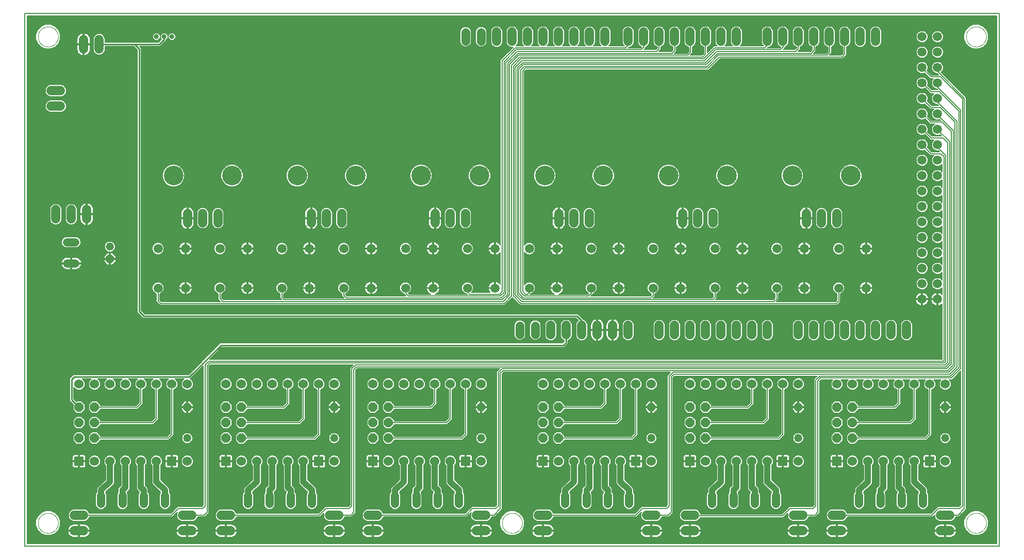
<source format=gbl>
G75*
%MOIN*%
%OFA0B0*%
%FSLAX25Y25*%
%IPPOS*%
%LPD*%
%AMOC8*
5,1,8,0,0,1.08239X$1,22.5*
%
%ADD10C,0.00600*%
%ADD11C,0.05200*%
%ADD12OC8,0.05200*%
%ADD13OC8,0.06000*%
%ADD14C,0.06000*%
%ADD15C,0.06000*%
%ADD16R,0.06000X0.06000*%
%ADD17C,0.05937*%
%ADD18C,0.12661*%
%ADD19C,0.05937*%
%ADD20C,0.05346*%
%ADD21C,0.05600*%
%ADD22C,0.00000*%
%ADD23C,0.02578*%
%ADD24C,0.03169*%
%ADD25C,0.01000*%
%ADD26C,0.04000*%
D10*
X0047595Y0011551D02*
X0677595Y0011551D01*
X0677595Y0356551D01*
X0047595Y0356551D01*
X0047595Y0011551D01*
X0049195Y0013151D02*
X0675995Y0013151D01*
X0675995Y0354951D01*
X0049195Y0354951D01*
X0049195Y0013151D01*
X0049195Y0013347D02*
X0675995Y0013347D01*
X0675995Y0013945D02*
X0049195Y0013945D01*
X0049195Y0014544D02*
X0675995Y0014544D01*
X0675995Y0015142D02*
X0049195Y0015142D01*
X0049195Y0015741D02*
X0675995Y0015741D01*
X0675995Y0016339D02*
X0049195Y0016339D01*
X0049195Y0016938D02*
X0675995Y0016938D01*
X0675995Y0017536D02*
X0647154Y0017536D01*
X0647246Y0017566D02*
X0647849Y0017873D01*
X0648396Y0018271D01*
X0648875Y0018750D01*
X0649273Y0019297D01*
X0649580Y0019901D01*
X0649789Y0020544D01*
X0649895Y0021213D01*
X0649895Y0021251D01*
X0642895Y0021251D01*
X0642895Y0017251D01*
X0645934Y0017251D01*
X0646602Y0017357D01*
X0647246Y0017566D01*
X0648208Y0018135D02*
X0675995Y0018135D01*
X0675995Y0018733D02*
X0664626Y0018733D01*
X0664186Y0018551D02*
X0667127Y0019769D01*
X0669377Y0022020D01*
X0670595Y0024960D01*
X0670595Y0028142D01*
X0669377Y0031083D01*
X0667127Y0033333D01*
X0667127Y0033333D01*
X0664186Y0034551D01*
X0662885Y0034551D01*
X0661004Y0034551D01*
X0658064Y0033333D01*
X0655813Y0031083D01*
X0654595Y0028142D01*
X0654595Y0024960D01*
X0655813Y0022020D01*
X0655813Y0022020D01*
X0658063Y0019769D01*
X0658064Y0019769D02*
X0661004Y0018551D01*
X0664186Y0018551D01*
X0666071Y0019332D02*
X0675995Y0019332D01*
X0675995Y0019930D02*
X0667288Y0019930D01*
X0667127Y0019769D02*
X0667127Y0019769D01*
X0667887Y0020529D02*
X0675995Y0020529D01*
X0675995Y0021127D02*
X0668485Y0021127D01*
X0669084Y0021726D02*
X0675995Y0021726D01*
X0675995Y0022324D02*
X0669503Y0022324D01*
X0669377Y0022020D02*
X0669377Y0022020D01*
X0669751Y0022923D02*
X0675995Y0022923D01*
X0675995Y0023521D02*
X0669999Y0023521D01*
X0670247Y0024120D02*
X0675995Y0024120D01*
X0675995Y0024718D02*
X0670495Y0024718D01*
X0670595Y0025317D02*
X0675995Y0025317D01*
X0675995Y0025915D02*
X0670595Y0025915D01*
X0670595Y0026514D02*
X0675995Y0026514D01*
X0675995Y0027112D02*
X0670595Y0027112D01*
X0670595Y0027711D02*
X0675995Y0027711D01*
X0675995Y0028309D02*
X0670526Y0028309D01*
X0670278Y0028908D02*
X0675995Y0028908D01*
X0675995Y0029507D02*
X0670030Y0029507D01*
X0669782Y0030105D02*
X0675995Y0030105D01*
X0675995Y0030704D02*
X0669534Y0030704D01*
X0669377Y0031083D02*
X0669377Y0031083D01*
X0669158Y0031302D02*
X0675995Y0031302D01*
X0675995Y0031901D02*
X0668559Y0031901D01*
X0667961Y0032499D02*
X0675995Y0032499D01*
X0675995Y0033098D02*
X0667362Y0033098D01*
X0666251Y0033696D02*
X0675995Y0033696D01*
X0675995Y0034295D02*
X0664806Y0034295D01*
X0661004Y0034551D02*
X0661004Y0034551D01*
X0660384Y0034295D02*
X0655036Y0034295D01*
X0655492Y0034751D02*
X0656195Y0035454D01*
X0656195Y0302248D01*
X0655492Y0302951D01*
X0639979Y0318464D01*
X0640875Y0319360D01*
X0641464Y0320782D01*
X0641464Y0322321D01*
X0640875Y0323743D01*
X0639786Y0324831D01*
X0638365Y0325420D01*
X0636826Y0325420D01*
X0635404Y0324831D01*
X0634316Y0323743D01*
X0633727Y0322321D01*
X0633727Y0320782D01*
X0634316Y0319360D01*
X0635404Y0318272D01*
X0636826Y0317683D01*
X0637367Y0317683D01*
X0638298Y0316751D01*
X0633892Y0316751D01*
X0630994Y0319649D01*
X0631464Y0320782D01*
X0631464Y0322321D01*
X0630875Y0323743D01*
X0629786Y0324831D01*
X0628365Y0325420D01*
X0626826Y0325420D01*
X0625404Y0324831D01*
X0624316Y0323743D01*
X0623727Y0322321D01*
X0623727Y0320782D01*
X0624316Y0319360D01*
X0625404Y0318272D01*
X0626826Y0317683D01*
X0628365Y0317683D01*
X0629215Y0318035D01*
X0632195Y0315054D01*
X0632898Y0314351D01*
X0634924Y0314351D01*
X0634316Y0313743D01*
X0633727Y0312321D01*
X0633727Y0310782D01*
X0634316Y0309360D01*
X0635404Y0308272D01*
X0636826Y0307683D01*
X0637167Y0307683D01*
X0637698Y0307151D01*
X0633892Y0307151D01*
X0631112Y0309932D01*
X0631464Y0310782D01*
X0631464Y0312321D01*
X0630875Y0313743D01*
X0629786Y0314831D01*
X0628365Y0315420D01*
X0626826Y0315420D01*
X0625404Y0314831D01*
X0624316Y0313743D01*
X0623727Y0312321D01*
X0623727Y0310782D01*
X0624316Y0309360D01*
X0625404Y0308272D01*
X0626826Y0307683D01*
X0628365Y0307683D01*
X0629497Y0308152D01*
X0632195Y0305454D01*
X0632898Y0304751D01*
X0635324Y0304751D01*
X0634316Y0303743D01*
X0633727Y0302321D01*
X0633727Y0300782D01*
X0634316Y0299360D01*
X0635404Y0298272D01*
X0636826Y0297683D01*
X0637567Y0297683D01*
X0638298Y0296951D01*
X0633892Y0296951D01*
X0631053Y0299790D01*
X0631464Y0300782D01*
X0631464Y0302321D01*
X0630875Y0303743D01*
X0629786Y0304831D01*
X0628365Y0305420D01*
X0626826Y0305420D01*
X0625404Y0304831D01*
X0624316Y0303743D01*
X0623727Y0302321D01*
X0623727Y0300782D01*
X0624316Y0299360D01*
X0625404Y0298272D01*
X0626826Y0297683D01*
X0628365Y0297683D01*
X0629356Y0298093D01*
X0632195Y0295254D01*
X0632898Y0294551D01*
X0635124Y0294551D01*
X0634316Y0293743D01*
X0633727Y0292321D01*
X0633727Y0290782D01*
X0634316Y0289360D01*
X0635404Y0288272D01*
X0636826Y0287683D01*
X0638365Y0287683D01*
X0638932Y0287918D01*
X0639498Y0287351D01*
X0633892Y0287351D01*
X0631170Y0290073D01*
X0631464Y0290782D01*
X0631464Y0292321D01*
X0630875Y0293743D01*
X0629786Y0294831D01*
X0628365Y0295420D01*
X0626826Y0295420D01*
X0625404Y0294831D01*
X0624316Y0293743D01*
X0623727Y0292321D01*
X0623727Y0290782D01*
X0624316Y0289360D01*
X0625404Y0288272D01*
X0626826Y0287683D01*
X0628365Y0287683D01*
X0629639Y0288210D01*
X0632195Y0285654D01*
X0632898Y0284951D01*
X0635695Y0284951D01*
X0635404Y0284831D01*
X0634316Y0283743D01*
X0633727Y0282321D01*
X0633727Y0280782D01*
X0634316Y0279360D01*
X0635404Y0278272D01*
X0636826Y0277683D01*
X0638365Y0277683D01*
X0639215Y0278035D01*
X0640098Y0277151D01*
X0633892Y0277151D01*
X0631112Y0279932D01*
X0631464Y0280782D01*
X0631464Y0282321D01*
X0630875Y0283743D01*
X0629786Y0284831D01*
X0628365Y0285420D01*
X0626826Y0285420D01*
X0625404Y0284831D01*
X0624316Y0283743D01*
X0623727Y0282321D01*
X0623727Y0280782D01*
X0624316Y0279360D01*
X0625404Y0278272D01*
X0626826Y0277683D01*
X0628365Y0277683D01*
X0629497Y0278152D01*
X0632195Y0275454D01*
X0632898Y0274751D01*
X0635324Y0274751D01*
X0634316Y0273743D01*
X0633727Y0272321D01*
X0633727Y0270782D01*
X0634316Y0269360D01*
X0635404Y0268272D01*
X0636826Y0267683D01*
X0638167Y0267683D01*
X0638898Y0266951D01*
X0633892Y0266951D01*
X0631053Y0269790D01*
X0631464Y0270782D01*
X0631464Y0272321D01*
X0630875Y0273743D01*
X0629786Y0274831D01*
X0628365Y0275420D01*
X0626826Y0275420D01*
X0625404Y0274831D01*
X0624316Y0273743D01*
X0623727Y0272321D01*
X0623727Y0270782D01*
X0624316Y0269360D01*
X0625404Y0268272D01*
X0626826Y0267683D01*
X0628365Y0267683D01*
X0629356Y0268093D01*
X0632195Y0265254D01*
X0632898Y0264551D01*
X0635124Y0264551D01*
X0634316Y0263743D01*
X0633727Y0262321D01*
X0633727Y0260782D01*
X0634316Y0259360D01*
X0635404Y0258272D01*
X0636826Y0257683D01*
X0638365Y0257683D01*
X0639786Y0258272D01*
X0640595Y0259080D01*
X0640595Y0254022D01*
X0639786Y0254831D01*
X0638365Y0255420D01*
X0636826Y0255420D01*
X0635404Y0254831D01*
X0634316Y0253743D01*
X0633727Y0252321D01*
X0633727Y0250782D01*
X0634316Y0249360D01*
X0635404Y0248272D01*
X0636826Y0247683D01*
X0638365Y0247683D01*
X0639786Y0248272D01*
X0640595Y0249080D01*
X0640595Y0244022D01*
X0639786Y0244831D01*
X0638365Y0245420D01*
X0636826Y0245420D01*
X0635404Y0244831D01*
X0634316Y0243743D01*
X0633727Y0242321D01*
X0633727Y0240782D01*
X0634316Y0239360D01*
X0635404Y0238272D01*
X0636826Y0237683D01*
X0638365Y0237683D01*
X0639786Y0238272D01*
X0640595Y0239080D01*
X0640595Y0234022D01*
X0639786Y0234831D01*
X0638365Y0235420D01*
X0636826Y0235420D01*
X0635404Y0234831D01*
X0634316Y0233743D01*
X0633727Y0232321D01*
X0633727Y0230782D01*
X0634316Y0229360D01*
X0635404Y0228272D01*
X0636826Y0227683D01*
X0638365Y0227683D01*
X0639786Y0228272D01*
X0640595Y0229080D01*
X0640595Y0224022D01*
X0639786Y0224831D01*
X0638365Y0225420D01*
X0636826Y0225420D01*
X0635404Y0224831D01*
X0634316Y0223743D01*
X0633727Y0222321D01*
X0633727Y0220782D01*
X0634316Y0219360D01*
X0635404Y0218272D01*
X0636826Y0217683D01*
X0638365Y0217683D01*
X0639786Y0218272D01*
X0640595Y0219080D01*
X0640595Y0214022D01*
X0639786Y0214831D01*
X0638365Y0215420D01*
X0636826Y0215420D01*
X0635404Y0214831D01*
X0634316Y0213743D01*
X0633727Y0212321D01*
X0633727Y0210782D01*
X0634316Y0209360D01*
X0635404Y0208272D01*
X0636826Y0207683D01*
X0638365Y0207683D01*
X0639786Y0208272D01*
X0640595Y0209080D01*
X0640595Y0204022D01*
X0639786Y0204831D01*
X0638365Y0205420D01*
X0636826Y0205420D01*
X0635404Y0204831D01*
X0634316Y0203743D01*
X0633727Y0202321D01*
X0633727Y0200782D01*
X0634316Y0199360D01*
X0635404Y0198272D01*
X0636826Y0197683D01*
X0638365Y0197683D01*
X0639786Y0198272D01*
X0640595Y0199080D01*
X0640595Y0194022D01*
X0639786Y0194831D01*
X0638365Y0195420D01*
X0636826Y0195420D01*
X0635404Y0194831D01*
X0634316Y0193743D01*
X0633727Y0192321D01*
X0633727Y0190782D01*
X0634316Y0189360D01*
X0635404Y0188272D01*
X0636826Y0187683D01*
X0638365Y0187683D01*
X0639786Y0188272D01*
X0640595Y0189080D01*
X0640595Y0184022D01*
X0639786Y0184831D01*
X0638365Y0185420D01*
X0636826Y0185420D01*
X0635404Y0184831D01*
X0634316Y0183743D01*
X0633727Y0182321D01*
X0633727Y0180782D01*
X0634316Y0179360D01*
X0635404Y0178272D01*
X0636826Y0177683D01*
X0638365Y0177683D01*
X0639786Y0178272D01*
X0640595Y0179080D01*
X0640595Y0174588D01*
X0640376Y0174807D01*
X0639832Y0175202D01*
X0639234Y0175507D01*
X0638595Y0175715D01*
X0637931Y0175820D01*
X0637895Y0175820D01*
X0637895Y0171851D01*
X0637295Y0171851D01*
X0637295Y0171251D01*
X0637895Y0171251D01*
X0637895Y0167283D01*
X0637931Y0167283D01*
X0638595Y0167388D01*
X0639234Y0167595D01*
X0639832Y0167900D01*
X0640376Y0168295D01*
X0640595Y0168515D01*
X0640595Y0132551D01*
X0167175Y0132551D01*
X0174975Y0140351D01*
X0396375Y0140351D01*
X0397195Y0141171D01*
X0398995Y0142971D01*
X0398995Y0144975D01*
X0399786Y0145303D01*
X0400875Y0146391D01*
X0401464Y0147813D01*
X0401464Y0155289D01*
X0400875Y0156711D01*
X0399786Y0157799D01*
X0398365Y0158388D01*
X0396826Y0158388D01*
X0395404Y0157799D01*
X0394316Y0156711D01*
X0393727Y0155289D01*
X0393727Y0147813D01*
X0394316Y0146391D01*
X0395404Y0145303D01*
X0396195Y0144975D01*
X0396195Y0144131D01*
X0395215Y0143151D01*
X0173815Y0143151D01*
X0153415Y0122751D01*
X0079015Y0122751D01*
X0077215Y0120951D01*
X0076395Y0120131D01*
X0076395Y0105771D01*
X0078847Y0103319D01*
X0078695Y0103167D01*
X0078695Y0099936D01*
X0080980Y0097651D01*
X0084211Y0097651D01*
X0086495Y0099936D01*
X0086495Y0103167D01*
X0084211Y0105451D01*
X0080980Y0105451D01*
X0080827Y0105299D01*
X0079195Y0106931D01*
X0079195Y0114568D01*
X0079289Y0114342D01*
X0080386Y0113245D01*
X0081819Y0112651D01*
X0083371Y0112651D01*
X0084804Y0113245D01*
X0085901Y0114342D01*
X0086495Y0115775D01*
X0086495Y0117327D01*
X0085901Y0118760D01*
X0084804Y0119857D01*
X0084578Y0119951D01*
X0090612Y0119951D01*
X0090386Y0119857D01*
X0089289Y0118760D01*
X0088695Y0117327D01*
X0088695Y0115775D01*
X0089289Y0114342D01*
X0090386Y0113245D01*
X0091819Y0112651D01*
X0093371Y0112651D01*
X0094804Y0113245D01*
X0095901Y0114342D01*
X0096495Y0115775D01*
X0096495Y0117327D01*
X0095901Y0118760D01*
X0094804Y0119857D01*
X0094578Y0119951D01*
X0100612Y0119951D01*
X0100386Y0119857D01*
X0099289Y0118760D01*
X0098695Y0117327D01*
X0098695Y0115775D01*
X0099289Y0114342D01*
X0100386Y0113245D01*
X0101819Y0112651D01*
X0103371Y0112651D01*
X0104804Y0113245D01*
X0105901Y0114342D01*
X0106495Y0115775D01*
X0106495Y0117327D01*
X0105901Y0118760D01*
X0104804Y0119857D01*
X0104578Y0119951D01*
X0110612Y0119951D01*
X0110386Y0119857D01*
X0109289Y0118760D01*
X0108695Y0117327D01*
X0108695Y0115775D01*
X0109289Y0114342D01*
X0110386Y0113245D01*
X0111819Y0112651D01*
X0113371Y0112651D01*
X0114804Y0113245D01*
X0115901Y0114342D01*
X0116495Y0115775D01*
X0116495Y0117327D01*
X0115901Y0118760D01*
X0114804Y0119857D01*
X0114578Y0119951D01*
X0120612Y0119951D01*
X0120386Y0119857D01*
X0119289Y0118760D01*
X0118695Y0117327D01*
X0118695Y0115775D01*
X0119289Y0114342D01*
X0120386Y0113245D01*
X0121395Y0112827D01*
X0121395Y0104548D01*
X0119598Y0102751D01*
X0096495Y0102751D01*
X0096495Y0103167D01*
X0094211Y0105451D01*
X0090980Y0105451D01*
X0088695Y0103167D01*
X0088695Y0099936D01*
X0090980Y0097651D01*
X0094211Y0097651D01*
X0096495Y0099936D01*
X0096495Y0100351D01*
X0120592Y0100351D01*
X0121295Y0101054D01*
X0123795Y0103554D01*
X0123795Y0112827D01*
X0124804Y0113245D01*
X0125901Y0114342D01*
X0126495Y0115775D01*
X0126495Y0117327D01*
X0125901Y0118760D01*
X0124804Y0119857D01*
X0124578Y0119951D01*
X0130612Y0119951D01*
X0130386Y0119857D01*
X0129289Y0118760D01*
X0128695Y0117327D01*
X0128695Y0115775D01*
X0129289Y0114342D01*
X0130386Y0113245D01*
X0131395Y0112827D01*
X0131395Y0094548D01*
X0129598Y0092751D01*
X0096495Y0092751D01*
X0096495Y0093167D01*
X0094211Y0095451D01*
X0090980Y0095451D01*
X0088695Y0093167D01*
X0088695Y0089936D01*
X0090980Y0087651D01*
X0094211Y0087651D01*
X0096495Y0089936D01*
X0096495Y0090351D01*
X0130592Y0090351D01*
X0133092Y0092851D01*
X0133795Y0093554D01*
X0133795Y0112827D01*
X0134804Y0113245D01*
X0135901Y0114342D01*
X0136495Y0115775D01*
X0136495Y0117327D01*
X0135901Y0118760D01*
X0134804Y0119857D01*
X0134578Y0119951D01*
X0140612Y0119951D01*
X0140386Y0119857D01*
X0139289Y0118760D01*
X0138695Y0117327D01*
X0138695Y0115775D01*
X0139289Y0114342D01*
X0140386Y0113245D01*
X0141395Y0112827D01*
X0141395Y0084548D01*
X0139598Y0082751D01*
X0096495Y0082751D01*
X0096495Y0083167D01*
X0094211Y0085451D01*
X0090980Y0085451D01*
X0088695Y0083167D01*
X0088695Y0079936D01*
X0090980Y0077651D01*
X0094211Y0077651D01*
X0096495Y0079936D01*
X0096495Y0080351D01*
X0140592Y0080351D01*
X0141295Y0081054D01*
X0143795Y0083554D01*
X0143795Y0112827D01*
X0144804Y0113245D01*
X0145901Y0114342D01*
X0146495Y0115775D01*
X0146495Y0117327D01*
X0145901Y0118760D01*
X0144804Y0119857D01*
X0144578Y0119951D01*
X0150612Y0119951D01*
X0150386Y0119857D01*
X0149289Y0118760D01*
X0148695Y0117327D01*
X0148695Y0115775D01*
X0149289Y0114342D01*
X0150386Y0113245D01*
X0151819Y0112651D01*
X0153371Y0112651D01*
X0154804Y0113245D01*
X0155901Y0114342D01*
X0156495Y0115775D01*
X0156495Y0117327D01*
X0155901Y0118760D01*
X0154804Y0119857D01*
X0154576Y0119952D01*
X0162995Y0128371D01*
X0162995Y0038248D01*
X0161898Y0037151D01*
X0146298Y0037151D01*
X0142098Y0032951D01*
X0089237Y0032951D01*
X0088901Y0033760D01*
X0087804Y0034857D01*
X0086371Y0035451D01*
X0078819Y0035451D01*
X0077386Y0034857D01*
X0076289Y0033760D01*
X0075695Y0032327D01*
X0075695Y0030775D01*
X0076289Y0029342D01*
X0077386Y0028245D01*
X0078819Y0027651D01*
X0086371Y0027651D01*
X0087804Y0028245D01*
X0088901Y0029342D01*
X0089402Y0030551D01*
X0143092Y0030551D01*
X0143795Y0031254D01*
X0146280Y0033739D01*
X0145695Y0032327D01*
X0145695Y0030775D01*
X0146289Y0029342D01*
X0147386Y0028245D01*
X0148819Y0027651D01*
X0156371Y0027651D01*
X0157804Y0028245D01*
X0158901Y0029342D01*
X0159402Y0030551D01*
X0164092Y0030551D01*
X0164795Y0031254D01*
X0165892Y0032351D01*
X0166595Y0033054D01*
X0166595Y0127854D01*
X0167692Y0128951D01*
X0259698Y0128951D01*
X0258498Y0127751D01*
X0257795Y0127048D01*
X0257795Y0038248D01*
X0256698Y0037151D01*
X0241698Y0037151D01*
X0237498Y0032951D01*
X0184237Y0032951D01*
X0183901Y0033760D01*
X0182804Y0034857D01*
X0181371Y0035451D01*
X0173819Y0035451D01*
X0172386Y0034857D01*
X0171289Y0033760D01*
X0170695Y0032327D01*
X0170695Y0030775D01*
X0171289Y0029342D01*
X0172386Y0028245D01*
X0173819Y0027651D01*
X0181371Y0027651D01*
X0182804Y0028245D01*
X0183901Y0029342D01*
X0184402Y0030551D01*
X0238492Y0030551D01*
X0239195Y0031254D01*
X0240997Y0033056D01*
X0240695Y0032327D01*
X0240695Y0030775D01*
X0241289Y0029342D01*
X0242386Y0028245D01*
X0243819Y0027651D01*
X0251371Y0027651D01*
X0252804Y0028245D01*
X0253901Y0029342D01*
X0254402Y0030551D01*
X0258892Y0030551D01*
X0259595Y0031254D01*
X0260692Y0032351D01*
X0261395Y0033054D01*
X0261395Y0125454D01*
X0262492Y0126551D01*
X0354498Y0126551D01*
X0353298Y0125351D01*
X0352595Y0124648D01*
X0352595Y0038248D01*
X0351498Y0037151D01*
X0336498Y0037151D01*
X0332298Y0032951D01*
X0279237Y0032951D01*
X0278901Y0033760D01*
X0277804Y0034857D01*
X0276371Y0035451D01*
X0268819Y0035451D01*
X0267386Y0034857D01*
X0266289Y0033760D01*
X0265695Y0032327D01*
X0265695Y0030775D01*
X0266289Y0029342D01*
X0267386Y0028245D01*
X0268819Y0027651D01*
X0276371Y0027651D01*
X0277804Y0028245D01*
X0278901Y0029342D01*
X0279402Y0030551D01*
X0333292Y0030551D01*
X0333995Y0031254D01*
X0336139Y0033398D01*
X0335695Y0032327D01*
X0335695Y0030775D01*
X0336289Y0029342D01*
X0337386Y0028245D01*
X0338819Y0027651D01*
X0346371Y0027651D01*
X0347804Y0028245D01*
X0348901Y0029342D01*
X0349402Y0030551D01*
X0351292Y0030551D01*
X0351995Y0031254D01*
X0355492Y0034751D01*
X0356195Y0035454D01*
X0356195Y0123054D01*
X0357292Y0124151D01*
X0465001Y0124151D01*
X0463698Y0122848D01*
X0462995Y0122145D01*
X0462995Y0038248D01*
X0461898Y0037151D01*
X0446298Y0037151D01*
X0442098Y0032951D01*
X0389237Y0032951D01*
X0388901Y0033760D01*
X0387804Y0034857D01*
X0386371Y0035451D01*
X0378819Y0035451D01*
X0377386Y0034857D01*
X0376289Y0033760D01*
X0375695Y0032327D01*
X0375695Y0030775D01*
X0376289Y0029342D01*
X0377386Y0028245D01*
X0378819Y0027651D01*
X0386371Y0027651D01*
X0387804Y0028245D01*
X0388901Y0029342D01*
X0389402Y0030551D01*
X0443092Y0030551D01*
X0443795Y0031254D01*
X0446280Y0033739D01*
X0445695Y0032327D01*
X0445695Y0030775D01*
X0446289Y0029342D01*
X0447386Y0028245D01*
X0448819Y0027651D01*
X0456371Y0027651D01*
X0457804Y0028245D01*
X0458901Y0029342D01*
X0459402Y0030551D01*
X0464092Y0030551D01*
X0464795Y0031254D01*
X0465892Y0032351D01*
X0465892Y0032351D01*
X0466595Y0033054D01*
X0466595Y0120654D01*
X0467692Y0121751D01*
X0559698Y0121751D01*
X0558498Y0120551D01*
X0557795Y0119848D01*
X0557795Y0038248D01*
X0556698Y0037151D01*
X0541698Y0037151D01*
X0536898Y0032351D01*
X0484485Y0032351D01*
X0483901Y0033760D01*
X0482804Y0034857D01*
X0481371Y0035451D01*
X0473819Y0035451D01*
X0472386Y0034857D01*
X0471289Y0033760D01*
X0470695Y0032327D01*
X0470695Y0030775D01*
X0471289Y0029342D01*
X0472386Y0028245D01*
X0473819Y0027651D01*
X0481371Y0027651D01*
X0482804Y0028245D01*
X0483901Y0029342D01*
X0484154Y0029951D01*
X0537892Y0029951D01*
X0538595Y0030654D01*
X0540997Y0033056D01*
X0540695Y0032327D01*
X0540695Y0030775D01*
X0541289Y0029342D01*
X0542386Y0028245D01*
X0543819Y0027651D01*
X0551371Y0027651D01*
X0552804Y0028245D01*
X0553901Y0029342D01*
X0554402Y0030551D01*
X0558892Y0030551D01*
X0559595Y0031254D01*
X0560692Y0032351D01*
X0561395Y0033054D01*
X0561395Y0118254D01*
X0562492Y0119351D01*
X0569880Y0119351D01*
X0569289Y0118760D01*
X0568695Y0117327D01*
X0568695Y0115775D01*
X0569289Y0114342D01*
X0570386Y0113245D01*
X0571819Y0112651D01*
X0573371Y0112651D01*
X0574804Y0113245D01*
X0575901Y0114342D01*
X0576495Y0115775D01*
X0576495Y0117327D01*
X0575901Y0118760D01*
X0575311Y0119351D01*
X0579880Y0119351D01*
X0579289Y0118760D01*
X0578695Y0117327D01*
X0578695Y0115775D01*
X0579289Y0114342D01*
X0580386Y0113245D01*
X0581819Y0112651D01*
X0583371Y0112651D01*
X0584804Y0113245D01*
X0585901Y0114342D01*
X0586495Y0115775D01*
X0586495Y0117327D01*
X0585901Y0118760D01*
X0585311Y0119351D01*
X0589880Y0119351D01*
X0589289Y0118760D01*
X0588695Y0117327D01*
X0588695Y0115775D01*
X0589289Y0114342D01*
X0590386Y0113245D01*
X0591819Y0112651D01*
X0593371Y0112651D01*
X0594804Y0113245D01*
X0595901Y0114342D01*
X0596495Y0115775D01*
X0596495Y0117327D01*
X0595901Y0118760D01*
X0595311Y0119351D01*
X0599880Y0119351D01*
X0599289Y0118760D01*
X0598695Y0117327D01*
X0598695Y0115775D01*
X0599289Y0114342D01*
X0600386Y0113245D01*
X0601819Y0112651D01*
X0603371Y0112651D01*
X0604804Y0113245D01*
X0605901Y0114342D01*
X0606495Y0115775D01*
X0606495Y0117327D01*
X0605901Y0118760D01*
X0605311Y0119351D01*
X0609880Y0119351D01*
X0609289Y0118760D01*
X0608695Y0117327D01*
X0608695Y0115775D01*
X0609289Y0114342D01*
X0610386Y0113245D01*
X0611395Y0112827D01*
X0611395Y0104548D01*
X0609598Y0102751D01*
X0586495Y0102751D01*
X0586495Y0103167D01*
X0584211Y0105451D01*
X0580980Y0105451D01*
X0578695Y0103167D01*
X0578695Y0099936D01*
X0580980Y0097651D01*
X0584211Y0097651D01*
X0586495Y0099936D01*
X0586495Y0100351D01*
X0610592Y0100351D01*
X0611295Y0101054D01*
X0613795Y0103554D01*
X0613795Y0112827D01*
X0614804Y0113245D01*
X0615901Y0114342D01*
X0616495Y0115775D01*
X0616495Y0117327D01*
X0615901Y0118760D01*
X0615311Y0119351D01*
X0619880Y0119351D01*
X0619289Y0118760D01*
X0618695Y0117327D01*
X0618695Y0115775D01*
X0619289Y0114342D01*
X0620386Y0113245D01*
X0621395Y0112827D01*
X0621395Y0094548D01*
X0619598Y0092751D01*
X0586495Y0092751D01*
X0586495Y0093167D01*
X0584211Y0095451D01*
X0580980Y0095451D01*
X0578695Y0093167D01*
X0578695Y0089936D01*
X0580980Y0087651D01*
X0584211Y0087651D01*
X0586495Y0089936D01*
X0586495Y0090351D01*
X0620592Y0090351D01*
X0623092Y0092851D01*
X0623795Y0093554D01*
X0623795Y0112827D01*
X0624804Y0113245D01*
X0625901Y0114342D01*
X0626495Y0115775D01*
X0626495Y0117327D01*
X0625901Y0118760D01*
X0625311Y0119351D01*
X0629880Y0119351D01*
X0629289Y0118760D01*
X0628695Y0117327D01*
X0628695Y0115775D01*
X0629289Y0114342D01*
X0630386Y0113245D01*
X0631395Y0112827D01*
X0631395Y0084548D01*
X0629598Y0082751D01*
X0586495Y0082751D01*
X0586495Y0083167D01*
X0584211Y0085451D01*
X0580980Y0085451D01*
X0578695Y0083167D01*
X0578695Y0079936D01*
X0580980Y0077651D01*
X0584211Y0077651D01*
X0586495Y0079936D01*
X0586495Y0080351D01*
X0630592Y0080351D01*
X0631295Y0081054D01*
X0633795Y0083554D01*
X0633795Y0112827D01*
X0634804Y0113245D01*
X0635901Y0114342D01*
X0636495Y0115775D01*
X0636495Y0117327D01*
X0635901Y0118760D01*
X0635311Y0119351D01*
X0639880Y0119351D01*
X0639289Y0118760D01*
X0638695Y0117327D01*
X0638695Y0115775D01*
X0639289Y0114342D01*
X0640386Y0113245D01*
X0641819Y0112651D01*
X0643371Y0112651D01*
X0644804Y0113245D01*
X0645901Y0114342D01*
X0646495Y0115775D01*
X0646495Y0117327D01*
X0645901Y0118760D01*
X0645311Y0119351D01*
X0647092Y0119351D01*
X0647795Y0120054D01*
X0652595Y0124854D01*
X0652595Y0038248D01*
X0651498Y0037151D01*
X0637698Y0037151D01*
X0633498Y0032951D01*
X0579237Y0032951D01*
X0578901Y0033760D01*
X0577804Y0034857D01*
X0576371Y0035451D01*
X0568819Y0035451D01*
X0567386Y0034857D01*
X0566289Y0033760D01*
X0565695Y0032327D01*
X0565695Y0030775D01*
X0566289Y0029342D01*
X0567386Y0028245D01*
X0568819Y0027651D01*
X0576371Y0027651D01*
X0577804Y0028245D01*
X0578901Y0029342D01*
X0579402Y0030551D01*
X0634492Y0030551D01*
X0635195Y0031254D01*
X0635695Y0031754D01*
X0635695Y0030775D01*
X0636289Y0029342D01*
X0637386Y0028245D01*
X0638819Y0027651D01*
X0646371Y0027651D01*
X0647804Y0028245D01*
X0648901Y0029342D01*
X0649402Y0030551D01*
X0651292Y0030551D01*
X0651995Y0031254D01*
X0655492Y0034751D01*
X0655634Y0034893D02*
X0675995Y0034893D01*
X0675995Y0035492D02*
X0656195Y0035492D01*
X0656195Y0036090D02*
X0675995Y0036090D01*
X0675995Y0036689D02*
X0656195Y0036689D01*
X0656195Y0037287D02*
X0675995Y0037287D01*
X0675995Y0037886D02*
X0656195Y0037886D01*
X0656195Y0038484D02*
X0675995Y0038484D01*
X0675995Y0039083D02*
X0656195Y0039083D01*
X0656195Y0039681D02*
X0675995Y0039681D01*
X0675995Y0040280D02*
X0656195Y0040280D01*
X0656195Y0040878D02*
X0675995Y0040878D01*
X0675995Y0041477D02*
X0656195Y0041477D01*
X0656195Y0042075D02*
X0675995Y0042075D01*
X0675995Y0042674D02*
X0656195Y0042674D01*
X0656195Y0043272D02*
X0675995Y0043272D01*
X0675995Y0043871D02*
X0656195Y0043871D01*
X0656195Y0044469D02*
X0675995Y0044469D01*
X0675995Y0045068D02*
X0656195Y0045068D01*
X0656195Y0045666D02*
X0675995Y0045666D01*
X0675995Y0046265D02*
X0656195Y0046265D01*
X0656195Y0046863D02*
X0675995Y0046863D01*
X0675995Y0047462D02*
X0656195Y0047462D01*
X0656195Y0048060D02*
X0675995Y0048060D01*
X0675995Y0048659D02*
X0656195Y0048659D01*
X0656195Y0049257D02*
X0675995Y0049257D01*
X0675995Y0049856D02*
X0656195Y0049856D01*
X0656195Y0050454D02*
X0675995Y0050454D01*
X0675995Y0051053D02*
X0656195Y0051053D01*
X0656195Y0051651D02*
X0675995Y0051651D01*
X0675995Y0052250D02*
X0656195Y0052250D01*
X0656195Y0052848D02*
X0675995Y0052848D01*
X0675995Y0053447D02*
X0656195Y0053447D01*
X0656195Y0054045D02*
X0675995Y0054045D01*
X0675995Y0054644D02*
X0656195Y0054644D01*
X0656195Y0055243D02*
X0675995Y0055243D01*
X0675995Y0055841D02*
X0656195Y0055841D01*
X0656195Y0056440D02*
X0675995Y0056440D01*
X0675995Y0057038D02*
X0656195Y0057038D01*
X0656195Y0057637D02*
X0675995Y0057637D01*
X0675995Y0058235D02*
X0656195Y0058235D01*
X0656195Y0058834D02*
X0675995Y0058834D01*
X0675995Y0059432D02*
X0656195Y0059432D01*
X0656195Y0060031D02*
X0675995Y0060031D01*
X0675995Y0060629D02*
X0656195Y0060629D01*
X0656195Y0061228D02*
X0675995Y0061228D01*
X0675995Y0061826D02*
X0656195Y0061826D01*
X0656195Y0062425D02*
X0675995Y0062425D01*
X0675995Y0063023D02*
X0656195Y0063023D01*
X0656195Y0063622D02*
X0675995Y0063622D01*
X0675995Y0064220D02*
X0656195Y0064220D01*
X0656195Y0064819D02*
X0675995Y0064819D01*
X0675995Y0065417D02*
X0656195Y0065417D01*
X0656195Y0066016D02*
X0675995Y0066016D01*
X0675995Y0066614D02*
X0656195Y0066614D01*
X0656195Y0067213D02*
X0675995Y0067213D01*
X0675995Y0067811D02*
X0656195Y0067811D01*
X0656195Y0068410D02*
X0675995Y0068410D01*
X0675995Y0069008D02*
X0656195Y0069008D01*
X0656195Y0069607D02*
X0675995Y0069607D01*
X0675995Y0070205D02*
X0656195Y0070205D01*
X0656195Y0070804D02*
X0675995Y0070804D01*
X0675995Y0071402D02*
X0656195Y0071402D01*
X0656195Y0072001D02*
X0675995Y0072001D01*
X0675995Y0072599D02*
X0656195Y0072599D01*
X0656195Y0073198D02*
X0675995Y0073198D01*
X0675995Y0073796D02*
X0656195Y0073796D01*
X0656195Y0074395D02*
X0675995Y0074395D01*
X0675995Y0074993D02*
X0656195Y0074993D01*
X0656195Y0075592D02*
X0675995Y0075592D01*
X0675995Y0076190D02*
X0656195Y0076190D01*
X0656195Y0076789D02*
X0675995Y0076789D01*
X0675995Y0077387D02*
X0656195Y0077387D01*
X0656195Y0077986D02*
X0675995Y0077986D01*
X0675995Y0078584D02*
X0656195Y0078584D01*
X0656195Y0079183D02*
X0675995Y0079183D01*
X0675995Y0079781D02*
X0656195Y0079781D01*
X0656195Y0080380D02*
X0675995Y0080380D01*
X0675995Y0080978D02*
X0656195Y0080978D01*
X0656195Y0081577D02*
X0675995Y0081577D01*
X0675995Y0082176D02*
X0656195Y0082176D01*
X0656195Y0082774D02*
X0675995Y0082774D01*
X0675995Y0083373D02*
X0656195Y0083373D01*
X0656195Y0083971D02*
X0675995Y0083971D01*
X0675995Y0084570D02*
X0656195Y0084570D01*
X0656195Y0085168D02*
X0675995Y0085168D01*
X0675995Y0085767D02*
X0656195Y0085767D01*
X0656195Y0086365D02*
X0675995Y0086365D01*
X0675995Y0086964D02*
X0656195Y0086964D01*
X0656195Y0087562D02*
X0675995Y0087562D01*
X0675995Y0088161D02*
X0656195Y0088161D01*
X0656195Y0088759D02*
X0675995Y0088759D01*
X0675995Y0089358D02*
X0656195Y0089358D01*
X0656195Y0089956D02*
X0675995Y0089956D01*
X0675995Y0090555D02*
X0656195Y0090555D01*
X0656195Y0091153D02*
X0675995Y0091153D01*
X0675995Y0091752D02*
X0656195Y0091752D01*
X0656195Y0092350D02*
X0675995Y0092350D01*
X0675995Y0092949D02*
X0656195Y0092949D01*
X0656195Y0093547D02*
X0675995Y0093547D01*
X0675995Y0094146D02*
X0656195Y0094146D01*
X0656195Y0094744D02*
X0675995Y0094744D01*
X0675995Y0095343D02*
X0656195Y0095343D01*
X0656195Y0095941D02*
X0675995Y0095941D01*
X0675995Y0096540D02*
X0656195Y0096540D01*
X0656195Y0097138D02*
X0675995Y0097138D01*
X0675995Y0097737D02*
X0656195Y0097737D01*
X0656195Y0098335D02*
X0675995Y0098335D01*
X0675995Y0098934D02*
X0656195Y0098934D01*
X0656195Y0099532D02*
X0675995Y0099532D01*
X0675995Y0100131D02*
X0656195Y0100131D01*
X0656195Y0100729D02*
X0675995Y0100729D01*
X0675995Y0101328D02*
X0656195Y0101328D01*
X0656195Y0101926D02*
X0675995Y0101926D01*
X0675995Y0102525D02*
X0656195Y0102525D01*
X0656195Y0103123D02*
X0675995Y0103123D01*
X0675995Y0103722D02*
X0656195Y0103722D01*
X0656195Y0104320D02*
X0675995Y0104320D01*
X0675995Y0104919D02*
X0656195Y0104919D01*
X0656195Y0105517D02*
X0675995Y0105517D01*
X0675995Y0106116D02*
X0656195Y0106116D01*
X0656195Y0106714D02*
X0675995Y0106714D01*
X0675995Y0107313D02*
X0656195Y0107313D01*
X0656195Y0107912D02*
X0675995Y0107912D01*
X0675995Y0108510D02*
X0656195Y0108510D01*
X0656195Y0109109D02*
X0675995Y0109109D01*
X0675995Y0109707D02*
X0656195Y0109707D01*
X0656195Y0110306D02*
X0675995Y0110306D01*
X0675995Y0110904D02*
X0656195Y0110904D01*
X0656195Y0111503D02*
X0675995Y0111503D01*
X0675995Y0112101D02*
X0656195Y0112101D01*
X0656195Y0112700D02*
X0675995Y0112700D01*
X0675995Y0113298D02*
X0656195Y0113298D01*
X0656195Y0113897D02*
X0675995Y0113897D01*
X0675995Y0114495D02*
X0656195Y0114495D01*
X0656195Y0115094D02*
X0675995Y0115094D01*
X0675995Y0115692D02*
X0656195Y0115692D01*
X0656195Y0116291D02*
X0675995Y0116291D01*
X0675995Y0116889D02*
X0656195Y0116889D01*
X0656195Y0117488D02*
X0675995Y0117488D01*
X0675995Y0118086D02*
X0656195Y0118086D01*
X0656195Y0118685D02*
X0675995Y0118685D01*
X0675995Y0119283D02*
X0656195Y0119283D01*
X0656195Y0119882D02*
X0675995Y0119882D01*
X0675995Y0120480D02*
X0656195Y0120480D01*
X0656195Y0121079D02*
X0675995Y0121079D01*
X0675995Y0121677D02*
X0656195Y0121677D01*
X0656195Y0122276D02*
X0675995Y0122276D01*
X0675995Y0122874D02*
X0656195Y0122874D01*
X0656195Y0123473D02*
X0675995Y0123473D01*
X0675995Y0124071D02*
X0656195Y0124071D01*
X0656195Y0124670D02*
X0675995Y0124670D01*
X0675995Y0125268D02*
X0656195Y0125268D01*
X0656195Y0125867D02*
X0675995Y0125867D01*
X0675995Y0126465D02*
X0656195Y0126465D01*
X0656195Y0127064D02*
X0675995Y0127064D01*
X0675995Y0127662D02*
X0656195Y0127662D01*
X0656195Y0128261D02*
X0675995Y0128261D01*
X0675995Y0128859D02*
X0656195Y0128859D01*
X0656195Y0129458D02*
X0675995Y0129458D01*
X0675995Y0130056D02*
X0656195Y0130056D01*
X0656195Y0130655D02*
X0675995Y0130655D01*
X0675995Y0131253D02*
X0656195Y0131253D01*
X0656195Y0131852D02*
X0675995Y0131852D01*
X0675995Y0132450D02*
X0656195Y0132450D01*
X0656195Y0133049D02*
X0675995Y0133049D01*
X0675995Y0133647D02*
X0656195Y0133647D01*
X0656195Y0134246D02*
X0675995Y0134246D01*
X0675995Y0134845D02*
X0656195Y0134845D01*
X0656195Y0135443D02*
X0675995Y0135443D01*
X0675995Y0136042D02*
X0656195Y0136042D01*
X0656195Y0136640D02*
X0675995Y0136640D01*
X0675995Y0137239D02*
X0656195Y0137239D01*
X0656195Y0137837D02*
X0675995Y0137837D01*
X0675995Y0138436D02*
X0656195Y0138436D01*
X0656195Y0139034D02*
X0675995Y0139034D01*
X0675995Y0139633D02*
X0656195Y0139633D01*
X0656195Y0140231D02*
X0675995Y0140231D01*
X0675995Y0140830D02*
X0656195Y0140830D01*
X0656195Y0141428D02*
X0675995Y0141428D01*
X0675995Y0142027D02*
X0656195Y0142027D01*
X0656195Y0142625D02*
X0675995Y0142625D01*
X0675995Y0143224D02*
X0656195Y0143224D01*
X0656195Y0143822D02*
X0675995Y0143822D01*
X0675995Y0144421D02*
X0656195Y0144421D01*
X0656195Y0145019D02*
X0675995Y0145019D01*
X0675995Y0145618D02*
X0656195Y0145618D01*
X0656195Y0146216D02*
X0675995Y0146216D01*
X0675995Y0146815D02*
X0656195Y0146815D01*
X0656195Y0147413D02*
X0675995Y0147413D01*
X0675995Y0148012D02*
X0656195Y0148012D01*
X0656195Y0148610D02*
X0675995Y0148610D01*
X0675995Y0149209D02*
X0656195Y0149209D01*
X0656195Y0149807D02*
X0675995Y0149807D01*
X0675995Y0150406D02*
X0656195Y0150406D01*
X0656195Y0151004D02*
X0675995Y0151004D01*
X0675995Y0151603D02*
X0656195Y0151603D01*
X0656195Y0152201D02*
X0675995Y0152201D01*
X0675995Y0152800D02*
X0656195Y0152800D01*
X0656195Y0153398D02*
X0675995Y0153398D01*
X0675995Y0153997D02*
X0656195Y0153997D01*
X0656195Y0154595D02*
X0675995Y0154595D01*
X0675995Y0155194D02*
X0656195Y0155194D01*
X0656195Y0155792D02*
X0675995Y0155792D01*
X0675995Y0156391D02*
X0656195Y0156391D01*
X0656195Y0156989D02*
X0675995Y0156989D01*
X0675995Y0157588D02*
X0656195Y0157588D01*
X0656195Y0158186D02*
X0675995Y0158186D01*
X0675995Y0158785D02*
X0656195Y0158785D01*
X0656195Y0159383D02*
X0675995Y0159383D01*
X0675995Y0159982D02*
X0656195Y0159982D01*
X0656195Y0160580D02*
X0675995Y0160580D01*
X0675995Y0161179D02*
X0656195Y0161179D01*
X0656195Y0161778D02*
X0675995Y0161778D01*
X0675995Y0162376D02*
X0656195Y0162376D01*
X0656195Y0162975D02*
X0675995Y0162975D01*
X0675995Y0163573D02*
X0656195Y0163573D01*
X0656195Y0164172D02*
X0675995Y0164172D01*
X0675995Y0164770D02*
X0656195Y0164770D01*
X0656195Y0165369D02*
X0675995Y0165369D01*
X0675995Y0165967D02*
X0656195Y0165967D01*
X0656195Y0166566D02*
X0675995Y0166566D01*
X0675995Y0167164D02*
X0656195Y0167164D01*
X0656195Y0167763D02*
X0675995Y0167763D01*
X0675995Y0168361D02*
X0656195Y0168361D01*
X0656195Y0168960D02*
X0675995Y0168960D01*
X0675995Y0169558D02*
X0656195Y0169558D01*
X0656195Y0170157D02*
X0675995Y0170157D01*
X0675995Y0170755D02*
X0656195Y0170755D01*
X0656195Y0171354D02*
X0675995Y0171354D01*
X0675995Y0171952D02*
X0656195Y0171952D01*
X0656195Y0172551D02*
X0675995Y0172551D01*
X0675995Y0173149D02*
X0656195Y0173149D01*
X0656195Y0173748D02*
X0675995Y0173748D01*
X0675995Y0174346D02*
X0656195Y0174346D01*
X0656195Y0174945D02*
X0675995Y0174945D01*
X0675995Y0175543D02*
X0656195Y0175543D01*
X0656195Y0176142D02*
X0675995Y0176142D01*
X0675995Y0176740D02*
X0656195Y0176740D01*
X0656195Y0177339D02*
X0675995Y0177339D01*
X0675995Y0177937D02*
X0656195Y0177937D01*
X0656195Y0178536D02*
X0675995Y0178536D01*
X0675995Y0179134D02*
X0656195Y0179134D01*
X0656195Y0179733D02*
X0675995Y0179733D01*
X0675995Y0180331D02*
X0656195Y0180331D01*
X0656195Y0180930D02*
X0675995Y0180930D01*
X0675995Y0181528D02*
X0656195Y0181528D01*
X0656195Y0182127D02*
X0675995Y0182127D01*
X0675995Y0182725D02*
X0656195Y0182725D01*
X0656195Y0183324D02*
X0675995Y0183324D01*
X0675995Y0183922D02*
X0656195Y0183922D01*
X0656195Y0184521D02*
X0675995Y0184521D01*
X0675995Y0185119D02*
X0656195Y0185119D01*
X0656195Y0185718D02*
X0675995Y0185718D01*
X0675995Y0186316D02*
X0656195Y0186316D01*
X0656195Y0186915D02*
X0675995Y0186915D01*
X0675995Y0187514D02*
X0656195Y0187514D01*
X0656195Y0188112D02*
X0675995Y0188112D01*
X0675995Y0188711D02*
X0656195Y0188711D01*
X0656195Y0189309D02*
X0675995Y0189309D01*
X0675995Y0189908D02*
X0656195Y0189908D01*
X0656195Y0190506D02*
X0675995Y0190506D01*
X0675995Y0191105D02*
X0656195Y0191105D01*
X0656195Y0191703D02*
X0675995Y0191703D01*
X0675995Y0192302D02*
X0656195Y0192302D01*
X0656195Y0192900D02*
X0675995Y0192900D01*
X0675995Y0193499D02*
X0656195Y0193499D01*
X0656195Y0194097D02*
X0675995Y0194097D01*
X0675995Y0194696D02*
X0656195Y0194696D01*
X0656195Y0195294D02*
X0675995Y0195294D01*
X0675995Y0195893D02*
X0656195Y0195893D01*
X0656195Y0196491D02*
X0675995Y0196491D01*
X0675995Y0197090D02*
X0656195Y0197090D01*
X0656195Y0197688D02*
X0675995Y0197688D01*
X0675995Y0198287D02*
X0656195Y0198287D01*
X0656195Y0198885D02*
X0675995Y0198885D01*
X0675995Y0199484D02*
X0656195Y0199484D01*
X0656195Y0200082D02*
X0675995Y0200082D01*
X0675995Y0200681D02*
X0656195Y0200681D01*
X0656195Y0201279D02*
X0675995Y0201279D01*
X0675995Y0201878D02*
X0656195Y0201878D01*
X0656195Y0202476D02*
X0675995Y0202476D01*
X0675995Y0203075D02*
X0656195Y0203075D01*
X0656195Y0203673D02*
X0675995Y0203673D01*
X0675995Y0204272D02*
X0656195Y0204272D01*
X0656195Y0204870D02*
X0675995Y0204870D01*
X0675995Y0205469D02*
X0656195Y0205469D01*
X0656195Y0206067D02*
X0675995Y0206067D01*
X0675995Y0206666D02*
X0656195Y0206666D01*
X0656195Y0207264D02*
X0675995Y0207264D01*
X0675995Y0207863D02*
X0656195Y0207863D01*
X0656195Y0208461D02*
X0675995Y0208461D01*
X0675995Y0209060D02*
X0656195Y0209060D01*
X0656195Y0209658D02*
X0675995Y0209658D01*
X0675995Y0210257D02*
X0656195Y0210257D01*
X0656195Y0210855D02*
X0675995Y0210855D01*
X0675995Y0211454D02*
X0656195Y0211454D01*
X0656195Y0212052D02*
X0675995Y0212052D01*
X0675995Y0212651D02*
X0656195Y0212651D01*
X0656195Y0213249D02*
X0675995Y0213249D01*
X0675995Y0213848D02*
X0656195Y0213848D01*
X0656195Y0214447D02*
X0675995Y0214447D01*
X0675995Y0215045D02*
X0656195Y0215045D01*
X0656195Y0215644D02*
X0675995Y0215644D01*
X0675995Y0216242D02*
X0656195Y0216242D01*
X0656195Y0216841D02*
X0675995Y0216841D01*
X0675995Y0217439D02*
X0656195Y0217439D01*
X0656195Y0218038D02*
X0675995Y0218038D01*
X0675995Y0218636D02*
X0656195Y0218636D01*
X0656195Y0219235D02*
X0675995Y0219235D01*
X0675995Y0219833D02*
X0656195Y0219833D01*
X0656195Y0220432D02*
X0675995Y0220432D01*
X0675995Y0221030D02*
X0656195Y0221030D01*
X0656195Y0221629D02*
X0675995Y0221629D01*
X0675995Y0222227D02*
X0656195Y0222227D01*
X0656195Y0222826D02*
X0675995Y0222826D01*
X0675995Y0223424D02*
X0656195Y0223424D01*
X0656195Y0224023D02*
X0675995Y0224023D01*
X0675995Y0224621D02*
X0656195Y0224621D01*
X0656195Y0225220D02*
X0675995Y0225220D01*
X0675995Y0225818D02*
X0656195Y0225818D01*
X0656195Y0226417D02*
X0675995Y0226417D01*
X0675995Y0227015D02*
X0656195Y0227015D01*
X0656195Y0227614D02*
X0675995Y0227614D01*
X0675995Y0228212D02*
X0656195Y0228212D01*
X0656195Y0228811D02*
X0675995Y0228811D01*
X0675995Y0229409D02*
X0656195Y0229409D01*
X0656195Y0230008D02*
X0675995Y0230008D01*
X0675995Y0230606D02*
X0656195Y0230606D01*
X0656195Y0231205D02*
X0675995Y0231205D01*
X0675995Y0231803D02*
X0656195Y0231803D01*
X0656195Y0232402D02*
X0675995Y0232402D01*
X0675995Y0233000D02*
X0656195Y0233000D01*
X0656195Y0233599D02*
X0675995Y0233599D01*
X0675995Y0234197D02*
X0656195Y0234197D01*
X0656195Y0234796D02*
X0675995Y0234796D01*
X0675995Y0235394D02*
X0656195Y0235394D01*
X0656195Y0235993D02*
X0675995Y0235993D01*
X0675995Y0236591D02*
X0656195Y0236591D01*
X0656195Y0237190D02*
X0675995Y0237190D01*
X0675995Y0237788D02*
X0656195Y0237788D01*
X0656195Y0238387D02*
X0675995Y0238387D01*
X0675995Y0238985D02*
X0656195Y0238985D01*
X0656195Y0239584D02*
X0675995Y0239584D01*
X0675995Y0240183D02*
X0656195Y0240183D01*
X0656195Y0240781D02*
X0675995Y0240781D01*
X0675995Y0241380D02*
X0656195Y0241380D01*
X0656195Y0241978D02*
X0675995Y0241978D01*
X0675995Y0242577D02*
X0656195Y0242577D01*
X0656195Y0243175D02*
X0675995Y0243175D01*
X0675995Y0243774D02*
X0656195Y0243774D01*
X0656195Y0244372D02*
X0675995Y0244372D01*
X0675995Y0244971D02*
X0656195Y0244971D01*
X0656195Y0245569D02*
X0675995Y0245569D01*
X0675995Y0246168D02*
X0656195Y0246168D01*
X0656195Y0246766D02*
X0675995Y0246766D01*
X0675995Y0247365D02*
X0656195Y0247365D01*
X0656195Y0247963D02*
X0675995Y0247963D01*
X0675995Y0248562D02*
X0656195Y0248562D01*
X0656195Y0249160D02*
X0675995Y0249160D01*
X0675995Y0249759D02*
X0656195Y0249759D01*
X0656195Y0250357D02*
X0675995Y0250357D01*
X0675995Y0250956D02*
X0656195Y0250956D01*
X0656195Y0251554D02*
X0675995Y0251554D01*
X0675995Y0252153D02*
X0656195Y0252153D01*
X0656195Y0252751D02*
X0675995Y0252751D01*
X0675995Y0253350D02*
X0656195Y0253350D01*
X0656195Y0253948D02*
X0675995Y0253948D01*
X0675995Y0254547D02*
X0656195Y0254547D01*
X0656195Y0255145D02*
X0675995Y0255145D01*
X0675995Y0255744D02*
X0656195Y0255744D01*
X0656195Y0256342D02*
X0675995Y0256342D01*
X0675995Y0256941D02*
X0656195Y0256941D01*
X0656195Y0257539D02*
X0675995Y0257539D01*
X0675995Y0258138D02*
X0656195Y0258138D01*
X0656195Y0258736D02*
X0675995Y0258736D01*
X0675995Y0259335D02*
X0656195Y0259335D01*
X0656195Y0259933D02*
X0675995Y0259933D01*
X0675995Y0260532D02*
X0656195Y0260532D01*
X0656195Y0261130D02*
X0675995Y0261130D01*
X0675995Y0261729D02*
X0656195Y0261729D01*
X0656195Y0262327D02*
X0675995Y0262327D01*
X0675995Y0262926D02*
X0656195Y0262926D01*
X0656195Y0263524D02*
X0675995Y0263524D01*
X0675995Y0264123D02*
X0656195Y0264123D01*
X0656195Y0264721D02*
X0675995Y0264721D01*
X0675995Y0265320D02*
X0656195Y0265320D01*
X0656195Y0265918D02*
X0675995Y0265918D01*
X0675995Y0266517D02*
X0656195Y0266517D01*
X0656195Y0267116D02*
X0675995Y0267116D01*
X0675995Y0267714D02*
X0656195Y0267714D01*
X0656195Y0268313D02*
X0675995Y0268313D01*
X0675995Y0268911D02*
X0656195Y0268911D01*
X0656195Y0269510D02*
X0675995Y0269510D01*
X0675995Y0270108D02*
X0656195Y0270108D01*
X0656195Y0270707D02*
X0675995Y0270707D01*
X0675995Y0271305D02*
X0656195Y0271305D01*
X0656195Y0271904D02*
X0675995Y0271904D01*
X0675995Y0272502D02*
X0656195Y0272502D01*
X0656195Y0273101D02*
X0675995Y0273101D01*
X0675995Y0273699D02*
X0656195Y0273699D01*
X0656195Y0274298D02*
X0675995Y0274298D01*
X0675995Y0274896D02*
X0656195Y0274896D01*
X0656195Y0275495D02*
X0675995Y0275495D01*
X0675995Y0276093D02*
X0656195Y0276093D01*
X0656195Y0276692D02*
X0675995Y0276692D01*
X0675995Y0277290D02*
X0656195Y0277290D01*
X0656195Y0277889D02*
X0675995Y0277889D01*
X0675995Y0278487D02*
X0656195Y0278487D01*
X0656195Y0279086D02*
X0675995Y0279086D01*
X0675995Y0279684D02*
X0656195Y0279684D01*
X0656195Y0280283D02*
X0675995Y0280283D01*
X0675995Y0280881D02*
X0656195Y0280881D01*
X0656195Y0281480D02*
X0675995Y0281480D01*
X0675995Y0282078D02*
X0656195Y0282078D01*
X0656195Y0282677D02*
X0675995Y0282677D01*
X0675995Y0283275D02*
X0656195Y0283275D01*
X0656195Y0283874D02*
X0675995Y0283874D01*
X0675995Y0284472D02*
X0656195Y0284472D01*
X0656195Y0285071D02*
X0675995Y0285071D01*
X0675995Y0285669D02*
X0656195Y0285669D01*
X0656195Y0286268D02*
X0675995Y0286268D01*
X0675995Y0286866D02*
X0656195Y0286866D01*
X0656195Y0287465D02*
X0675995Y0287465D01*
X0675995Y0288063D02*
X0656195Y0288063D01*
X0656195Y0288662D02*
X0675995Y0288662D01*
X0675995Y0289260D02*
X0656195Y0289260D01*
X0656195Y0289859D02*
X0675995Y0289859D01*
X0675995Y0290457D02*
X0656195Y0290457D01*
X0656195Y0291056D02*
X0675995Y0291056D01*
X0675995Y0291654D02*
X0656195Y0291654D01*
X0656195Y0292253D02*
X0675995Y0292253D01*
X0675995Y0292852D02*
X0656195Y0292852D01*
X0656195Y0293450D02*
X0675995Y0293450D01*
X0675995Y0294049D02*
X0656195Y0294049D01*
X0656195Y0294647D02*
X0675995Y0294647D01*
X0675995Y0295246D02*
X0656195Y0295246D01*
X0656195Y0295844D02*
X0675995Y0295844D01*
X0675995Y0296443D02*
X0656195Y0296443D01*
X0656195Y0297041D02*
X0675995Y0297041D01*
X0675995Y0297640D02*
X0656195Y0297640D01*
X0656195Y0298238D02*
X0675995Y0298238D01*
X0675995Y0298837D02*
X0656195Y0298837D01*
X0656195Y0299435D02*
X0675995Y0299435D01*
X0675995Y0300034D02*
X0656195Y0300034D01*
X0656195Y0300632D02*
X0675995Y0300632D01*
X0675995Y0301231D02*
X0656195Y0301231D01*
X0656195Y0301829D02*
X0675995Y0301829D01*
X0675995Y0302428D02*
X0656016Y0302428D01*
X0655417Y0303026D02*
X0675995Y0303026D01*
X0675995Y0303625D02*
X0654819Y0303625D01*
X0654220Y0304223D02*
X0675995Y0304223D01*
X0675995Y0304822D02*
X0653622Y0304822D01*
X0653023Y0305420D02*
X0675995Y0305420D01*
X0675995Y0306019D02*
X0652425Y0306019D01*
X0651826Y0306617D02*
X0675995Y0306617D01*
X0675995Y0307216D02*
X0651228Y0307216D01*
X0650629Y0307814D02*
X0675995Y0307814D01*
X0675995Y0308413D02*
X0650031Y0308413D01*
X0649432Y0309011D02*
X0675995Y0309011D01*
X0675995Y0309610D02*
X0648834Y0309610D01*
X0648235Y0310208D02*
X0675995Y0310208D01*
X0675995Y0310807D02*
X0647637Y0310807D01*
X0647038Y0311405D02*
X0675995Y0311405D01*
X0675995Y0312004D02*
X0646439Y0312004D01*
X0645841Y0312602D02*
X0675995Y0312602D01*
X0675995Y0313201D02*
X0645242Y0313201D01*
X0644644Y0313799D02*
X0675995Y0313799D01*
X0675995Y0314398D02*
X0644045Y0314398D01*
X0643447Y0314996D02*
X0675995Y0314996D01*
X0675995Y0315595D02*
X0642848Y0315595D01*
X0642250Y0316193D02*
X0675995Y0316193D01*
X0675995Y0316792D02*
X0641651Y0316792D01*
X0641053Y0317390D02*
X0675995Y0317390D01*
X0675995Y0317989D02*
X0640454Y0317989D01*
X0640102Y0318587D02*
X0675995Y0318587D01*
X0675995Y0319186D02*
X0640701Y0319186D01*
X0641051Y0319785D02*
X0675995Y0319785D01*
X0675995Y0320383D02*
X0641298Y0320383D01*
X0641464Y0320982D02*
X0675995Y0320982D01*
X0675995Y0321580D02*
X0641464Y0321580D01*
X0641464Y0322179D02*
X0675995Y0322179D01*
X0675995Y0322777D02*
X0641275Y0322777D01*
X0641027Y0323376D02*
X0675995Y0323376D01*
X0675995Y0323974D02*
X0640643Y0323974D01*
X0640045Y0324573D02*
X0675995Y0324573D01*
X0675995Y0325171D02*
X0638965Y0325171D01*
X0638365Y0327683D02*
X0636826Y0327683D01*
X0635404Y0328272D01*
X0634316Y0329360D01*
X0633727Y0330782D01*
X0633727Y0332321D01*
X0634316Y0333743D01*
X0635404Y0334831D01*
X0636826Y0335420D01*
X0638365Y0335420D01*
X0639786Y0334831D01*
X0640875Y0333743D01*
X0641464Y0332321D01*
X0641464Y0330782D01*
X0640875Y0329360D01*
X0639786Y0328272D01*
X0638365Y0327683D01*
X0639526Y0328164D02*
X0675995Y0328164D01*
X0675995Y0328762D02*
X0640277Y0328762D01*
X0640875Y0329361D02*
X0675995Y0329361D01*
X0675995Y0329959D02*
X0641123Y0329959D01*
X0641371Y0330558D02*
X0675995Y0330558D01*
X0675995Y0331156D02*
X0641464Y0331156D01*
X0641464Y0331755D02*
X0675995Y0331755D01*
X0675995Y0332353D02*
X0641450Y0332353D01*
X0641202Y0332952D02*
X0675995Y0332952D01*
X0675995Y0333550D02*
X0640954Y0333550D01*
X0640468Y0334149D02*
X0659561Y0334149D01*
X0661004Y0333551D02*
X0664186Y0333551D01*
X0667127Y0334769D01*
X0669377Y0337020D01*
X0670595Y0339960D01*
X0670595Y0343142D01*
X0669377Y0346083D01*
X0667127Y0348333D01*
X0667127Y0348333D01*
X0664186Y0349551D01*
X0662305Y0349551D01*
X0661004Y0349551D01*
X0658064Y0348333D01*
X0658063Y0348333D01*
X0655813Y0346083D01*
X0655813Y0346083D01*
X0654595Y0343142D01*
X0654595Y0339960D01*
X0655813Y0337020D01*
X0655813Y0337020D01*
X0658063Y0334769D01*
X0658064Y0334769D02*
X0661004Y0333551D01*
X0658116Y0334747D02*
X0639870Y0334747D01*
X0638543Y0335346D02*
X0657487Y0335346D01*
X0658063Y0334769D02*
X0658064Y0334769D01*
X0656888Y0335944D02*
X0600428Y0335944D01*
X0600875Y0336391D02*
X0601464Y0337813D01*
X0601464Y0345289D01*
X0600875Y0346711D01*
X0599786Y0347799D01*
X0598365Y0348388D01*
X0596826Y0348388D01*
X0595404Y0347799D01*
X0594316Y0346711D01*
X0593727Y0345289D01*
X0593727Y0337813D01*
X0594316Y0336391D01*
X0595404Y0335303D01*
X0596826Y0334714D01*
X0598365Y0334714D01*
X0599786Y0335303D01*
X0600875Y0336391D01*
X0600937Y0336543D02*
X0656290Y0336543D01*
X0655763Y0337141D02*
X0601185Y0337141D01*
X0601433Y0337740D02*
X0626688Y0337740D01*
X0626826Y0337683D02*
X0628365Y0337683D01*
X0629786Y0338272D01*
X0630875Y0339360D01*
X0631464Y0340782D01*
X0631464Y0342321D01*
X0630875Y0343743D01*
X0629786Y0344831D01*
X0628365Y0345420D01*
X0626826Y0345420D01*
X0625404Y0344831D01*
X0624316Y0343743D01*
X0623727Y0342321D01*
X0623727Y0340782D01*
X0624316Y0339360D01*
X0625404Y0338272D01*
X0626826Y0337683D01*
X0625337Y0338338D02*
X0601464Y0338338D01*
X0601464Y0338937D02*
X0624739Y0338937D01*
X0624243Y0339535D02*
X0601464Y0339535D01*
X0601464Y0340134D02*
X0623995Y0340134D01*
X0623747Y0340732D02*
X0601464Y0340732D01*
X0601464Y0341331D02*
X0623727Y0341331D01*
X0623727Y0341929D02*
X0601464Y0341929D01*
X0601464Y0342528D02*
X0623813Y0342528D01*
X0624060Y0343126D02*
X0601464Y0343126D01*
X0601464Y0343725D02*
X0624308Y0343725D01*
X0624897Y0344323D02*
X0601464Y0344323D01*
X0601464Y0344922D02*
X0625624Y0344922D01*
X0629566Y0344922D02*
X0635624Y0344922D01*
X0635404Y0344831D02*
X0634316Y0343743D01*
X0633727Y0342321D01*
X0633727Y0340782D01*
X0634316Y0339360D01*
X0635404Y0338272D01*
X0636826Y0337683D01*
X0638365Y0337683D01*
X0639786Y0338272D01*
X0640875Y0339360D01*
X0641464Y0340782D01*
X0641464Y0342321D01*
X0640875Y0343743D01*
X0639786Y0344831D01*
X0638365Y0345420D01*
X0636826Y0345420D01*
X0635404Y0344831D01*
X0634897Y0344323D02*
X0630294Y0344323D01*
X0630882Y0343725D02*
X0634308Y0343725D01*
X0634060Y0343126D02*
X0631130Y0343126D01*
X0631378Y0342528D02*
X0633813Y0342528D01*
X0633727Y0341929D02*
X0631464Y0341929D01*
X0631464Y0341331D02*
X0633727Y0341331D01*
X0633747Y0340732D02*
X0631443Y0340732D01*
X0631195Y0340134D02*
X0633995Y0340134D01*
X0634243Y0339535D02*
X0630947Y0339535D01*
X0630452Y0338937D02*
X0634739Y0338937D01*
X0635337Y0338338D02*
X0629853Y0338338D01*
X0628503Y0337740D02*
X0636688Y0337740D01*
X0638503Y0337740D02*
X0655515Y0337740D01*
X0655267Y0338338D02*
X0639853Y0338338D01*
X0640452Y0338937D02*
X0655019Y0338937D01*
X0654771Y0339535D02*
X0640947Y0339535D01*
X0641195Y0340134D02*
X0654595Y0340134D01*
X0654595Y0340732D02*
X0641443Y0340732D01*
X0641464Y0341331D02*
X0654595Y0341331D01*
X0654595Y0341929D02*
X0641464Y0341929D01*
X0641378Y0342528D02*
X0654595Y0342528D01*
X0654595Y0343126D02*
X0641130Y0343126D01*
X0640882Y0343725D02*
X0654836Y0343725D01*
X0655084Y0344323D02*
X0640294Y0344323D01*
X0639566Y0344922D02*
X0655332Y0344922D01*
X0655580Y0345520D02*
X0601368Y0345520D01*
X0601120Y0346119D02*
X0655849Y0346119D01*
X0656448Y0346718D02*
X0600868Y0346718D01*
X0600270Y0347316D02*
X0657046Y0347316D01*
X0657645Y0347915D02*
X0599508Y0347915D01*
X0595682Y0347915D02*
X0589508Y0347915D01*
X0589786Y0347799D02*
X0588365Y0348388D01*
X0586826Y0348388D01*
X0585404Y0347799D01*
X0584316Y0346711D01*
X0583727Y0345289D01*
X0583727Y0337813D01*
X0584316Y0336391D01*
X0585404Y0335303D01*
X0586826Y0334714D01*
X0588365Y0334714D01*
X0589786Y0335303D01*
X0590875Y0336391D01*
X0591464Y0337813D01*
X0591464Y0345289D01*
X0590875Y0346711D01*
X0589786Y0347799D01*
X0590270Y0347316D02*
X0594921Y0347316D01*
X0594322Y0346718D02*
X0590868Y0346718D01*
X0591120Y0346119D02*
X0594070Y0346119D01*
X0593822Y0345520D02*
X0591368Y0345520D01*
X0591464Y0344922D02*
X0593727Y0344922D01*
X0593727Y0344323D02*
X0591464Y0344323D01*
X0591464Y0343725D02*
X0593727Y0343725D01*
X0593727Y0343126D02*
X0591464Y0343126D01*
X0591464Y0342528D02*
X0593727Y0342528D01*
X0593727Y0341929D02*
X0591464Y0341929D01*
X0591464Y0341331D02*
X0593727Y0341331D01*
X0593727Y0340732D02*
X0591464Y0340732D01*
X0591464Y0340134D02*
X0593727Y0340134D01*
X0593727Y0339535D02*
X0591464Y0339535D01*
X0591464Y0338937D02*
X0593727Y0338937D01*
X0593727Y0338338D02*
X0591464Y0338338D01*
X0591433Y0337740D02*
X0593757Y0337740D01*
X0594005Y0337141D02*
X0591185Y0337141D01*
X0590937Y0336543D02*
X0594253Y0336543D01*
X0594763Y0335944D02*
X0590428Y0335944D01*
X0589829Y0335346D02*
X0595361Y0335346D01*
X0596746Y0334747D02*
X0588445Y0334747D01*
X0586746Y0334747D02*
X0578795Y0334747D01*
X0578795Y0334892D02*
X0579786Y0335303D01*
X0580875Y0336391D01*
X0581464Y0337813D01*
X0581464Y0345289D01*
X0580875Y0346711D01*
X0579786Y0347799D01*
X0578365Y0348388D01*
X0576826Y0348388D01*
X0575404Y0347799D01*
X0574316Y0346711D01*
X0573727Y0345289D01*
X0573727Y0337813D01*
X0574316Y0336391D01*
X0575404Y0335303D01*
X0576395Y0334892D01*
X0576395Y0330648D01*
X0575298Y0329551D01*
X0567892Y0329551D01*
X0568492Y0330151D01*
X0569195Y0330854D01*
X0569195Y0335058D01*
X0569786Y0335303D01*
X0570875Y0336391D01*
X0571464Y0337813D01*
X0571464Y0345289D01*
X0570875Y0346711D01*
X0569786Y0347799D01*
X0568365Y0348388D01*
X0566826Y0348388D01*
X0565404Y0347799D01*
X0564316Y0346711D01*
X0563727Y0345289D01*
X0563727Y0337813D01*
X0564316Y0336391D01*
X0565404Y0335303D01*
X0566795Y0334727D01*
X0566795Y0331848D01*
X0565698Y0330751D01*
X0557692Y0330751D01*
X0558292Y0331351D01*
X0558995Y0332054D01*
X0558995Y0334975D01*
X0559786Y0335303D01*
X0560875Y0336391D01*
X0561464Y0337813D01*
X0561464Y0345289D01*
X0560875Y0346711D01*
X0559786Y0347799D01*
X0558365Y0348388D01*
X0556826Y0348388D01*
X0555404Y0347799D01*
X0554316Y0346711D01*
X0553727Y0345289D01*
X0553727Y0337813D01*
X0554316Y0336391D01*
X0555404Y0335303D01*
X0556595Y0334810D01*
X0556595Y0333048D01*
X0555498Y0331951D01*
X0547492Y0331951D01*
X0548092Y0332551D01*
X0548795Y0333254D01*
X0548795Y0334892D01*
X0549786Y0335303D01*
X0550875Y0336391D01*
X0551464Y0337813D01*
X0551464Y0345289D01*
X0550875Y0346711D01*
X0549786Y0347799D01*
X0548365Y0348388D01*
X0546826Y0348388D01*
X0545404Y0347799D01*
X0544316Y0346711D01*
X0543727Y0345289D01*
X0543727Y0337813D01*
X0544316Y0336391D01*
X0545404Y0335303D01*
X0546395Y0334892D01*
X0546395Y0334248D01*
X0545298Y0333151D01*
X0537892Y0333151D01*
X0538492Y0333751D01*
X0539195Y0334454D01*
X0539195Y0335058D01*
X0539786Y0335303D01*
X0540875Y0336391D01*
X0541464Y0337813D01*
X0541464Y0345289D01*
X0540875Y0346711D01*
X0539786Y0347799D01*
X0538365Y0348388D01*
X0536826Y0348388D01*
X0535404Y0347799D01*
X0534316Y0346711D01*
X0533727Y0345289D01*
X0533727Y0337813D01*
X0534316Y0336391D01*
X0535404Y0335303D01*
X0536285Y0334938D01*
X0535698Y0334351D01*
X0527692Y0334351D01*
X0528055Y0334714D01*
X0528365Y0334714D01*
X0529786Y0335303D01*
X0530875Y0336391D01*
X0531464Y0337813D01*
X0531464Y0345289D01*
X0530875Y0346711D01*
X0529786Y0347799D01*
X0528365Y0348388D01*
X0526826Y0348388D01*
X0525404Y0347799D01*
X0524316Y0346711D01*
X0523727Y0345289D01*
X0523727Y0337813D01*
X0524316Y0336391D01*
X0525156Y0335551D01*
X0510035Y0335551D01*
X0510875Y0336391D01*
X0511464Y0337813D01*
X0511464Y0345289D01*
X0510875Y0346711D01*
X0509786Y0347799D01*
X0508365Y0348388D01*
X0506826Y0348388D01*
X0505404Y0347799D01*
X0504316Y0346711D01*
X0503727Y0345289D01*
X0503727Y0337813D01*
X0504316Y0336391D01*
X0505156Y0335551D01*
X0500035Y0335551D01*
X0500875Y0336391D01*
X0501464Y0337813D01*
X0501464Y0345289D01*
X0500875Y0346711D01*
X0499786Y0347799D01*
X0498365Y0348388D01*
X0496826Y0348388D01*
X0495404Y0347799D01*
X0494316Y0346711D01*
X0493727Y0345289D01*
X0493727Y0337813D01*
X0494316Y0336391D01*
X0495156Y0335551D01*
X0493098Y0335551D01*
X0492395Y0334848D01*
X0488795Y0331248D01*
X0488795Y0334892D01*
X0489786Y0335303D01*
X0490875Y0336391D01*
X0491464Y0337813D01*
X0491464Y0345289D01*
X0490875Y0346711D01*
X0489786Y0347799D01*
X0488365Y0348388D01*
X0486826Y0348388D01*
X0485404Y0347799D01*
X0484316Y0346711D01*
X0483727Y0345289D01*
X0483727Y0337813D01*
X0484316Y0336391D01*
X0485404Y0335303D01*
X0486395Y0334892D01*
X0486395Y0330648D01*
X0485298Y0329551D01*
X0477892Y0329551D01*
X0478492Y0330151D01*
X0479195Y0330854D01*
X0479195Y0335058D01*
X0479786Y0335303D01*
X0480875Y0336391D01*
X0481464Y0337813D01*
X0481464Y0345289D01*
X0480875Y0346711D01*
X0479786Y0347799D01*
X0478365Y0348388D01*
X0476826Y0348388D01*
X0475404Y0347799D01*
X0474316Y0346711D01*
X0473727Y0345289D01*
X0473727Y0337813D01*
X0474316Y0336391D01*
X0475404Y0335303D01*
X0476795Y0334727D01*
X0476795Y0331848D01*
X0475698Y0330751D01*
X0467692Y0330751D01*
X0468292Y0331351D01*
X0468995Y0332054D01*
X0468995Y0334975D01*
X0469786Y0335303D01*
X0470875Y0336391D01*
X0471464Y0337813D01*
X0471464Y0345289D01*
X0470875Y0346711D01*
X0469786Y0347799D01*
X0468365Y0348388D01*
X0466826Y0348388D01*
X0465404Y0347799D01*
X0464316Y0346711D01*
X0463727Y0345289D01*
X0463727Y0337813D01*
X0464316Y0336391D01*
X0465404Y0335303D01*
X0466595Y0334810D01*
X0466595Y0333048D01*
X0465498Y0331951D01*
X0457492Y0331951D01*
X0458092Y0332551D01*
X0458795Y0333254D01*
X0458795Y0334892D01*
X0459786Y0335303D01*
X0460875Y0336391D01*
X0461464Y0337813D01*
X0461464Y0345289D01*
X0460875Y0346711D01*
X0459786Y0347799D01*
X0458365Y0348388D01*
X0456826Y0348388D01*
X0455404Y0347799D01*
X0454316Y0346711D01*
X0453727Y0345289D01*
X0453727Y0337813D01*
X0454316Y0336391D01*
X0455404Y0335303D01*
X0456395Y0334892D01*
X0456395Y0334248D01*
X0455298Y0333151D01*
X0447892Y0333151D01*
X0448492Y0333751D01*
X0449195Y0334454D01*
X0449195Y0335058D01*
X0449786Y0335303D01*
X0450875Y0336391D01*
X0451464Y0337813D01*
X0451464Y0345289D01*
X0450875Y0346711D01*
X0449786Y0347799D01*
X0448365Y0348388D01*
X0446826Y0348388D01*
X0445404Y0347799D01*
X0444316Y0346711D01*
X0443727Y0345289D01*
X0443727Y0337813D01*
X0444316Y0336391D01*
X0445404Y0335303D01*
X0446285Y0334938D01*
X0445698Y0334351D01*
X0437692Y0334351D01*
X0438055Y0334714D01*
X0438365Y0334714D01*
X0439786Y0335303D01*
X0440875Y0336391D01*
X0441464Y0337813D01*
X0441464Y0345289D01*
X0440875Y0346711D01*
X0439786Y0347799D01*
X0438365Y0348388D01*
X0436826Y0348388D01*
X0435404Y0347799D01*
X0434316Y0346711D01*
X0433727Y0345289D01*
X0433727Y0337813D01*
X0434316Y0336391D01*
X0435156Y0335551D01*
X0425035Y0335551D01*
X0425875Y0336391D01*
X0426464Y0337813D01*
X0426464Y0345289D01*
X0425875Y0346711D01*
X0424786Y0347799D01*
X0423365Y0348388D01*
X0421826Y0348388D01*
X0420404Y0347799D01*
X0419316Y0346711D01*
X0418727Y0345289D01*
X0418727Y0337813D01*
X0419316Y0336391D01*
X0420156Y0335551D01*
X0415035Y0335551D01*
X0415875Y0336391D01*
X0416464Y0337813D01*
X0416464Y0345289D01*
X0415875Y0346711D01*
X0414786Y0347799D01*
X0413365Y0348388D01*
X0411826Y0348388D01*
X0410404Y0347799D01*
X0409316Y0346711D01*
X0408727Y0345289D01*
X0408727Y0337813D01*
X0409316Y0336391D01*
X0410156Y0335551D01*
X0405035Y0335551D01*
X0405875Y0336391D01*
X0406464Y0337813D01*
X0406464Y0345289D01*
X0405875Y0346711D01*
X0404786Y0347799D01*
X0403365Y0348388D01*
X0401826Y0348388D01*
X0400404Y0347799D01*
X0399316Y0346711D01*
X0398727Y0345289D01*
X0398727Y0337813D01*
X0399316Y0336391D01*
X0400156Y0335551D01*
X0395035Y0335551D01*
X0395875Y0336391D01*
X0396464Y0337813D01*
X0396464Y0345289D01*
X0395875Y0346711D01*
X0394786Y0347799D01*
X0393365Y0348388D01*
X0391826Y0348388D01*
X0390404Y0347799D01*
X0389316Y0346711D01*
X0388727Y0345289D01*
X0388727Y0337813D01*
X0389316Y0336391D01*
X0390156Y0335551D01*
X0385035Y0335551D01*
X0385875Y0336391D01*
X0386464Y0337813D01*
X0386464Y0345289D01*
X0385875Y0346711D01*
X0384786Y0347799D01*
X0383365Y0348388D01*
X0381826Y0348388D01*
X0380404Y0347799D01*
X0379316Y0346711D01*
X0378727Y0345289D01*
X0378727Y0337813D01*
X0379316Y0336391D01*
X0380156Y0335551D01*
X0375035Y0335551D01*
X0375875Y0336391D01*
X0376464Y0337813D01*
X0376464Y0345289D01*
X0375875Y0346711D01*
X0374786Y0347799D01*
X0373365Y0348388D01*
X0371826Y0348388D01*
X0370404Y0347799D01*
X0369316Y0346711D01*
X0368727Y0345289D01*
X0368727Y0337813D01*
X0369316Y0336391D01*
X0370156Y0335551D01*
X0365035Y0335551D01*
X0365875Y0336391D01*
X0366464Y0337813D01*
X0366464Y0345289D01*
X0365875Y0346711D01*
X0364786Y0347799D01*
X0363365Y0348388D01*
X0361826Y0348388D01*
X0360404Y0347799D01*
X0359316Y0346711D01*
X0358727Y0345289D01*
X0358727Y0337813D01*
X0359316Y0336391D01*
X0360404Y0335303D01*
X0361826Y0334714D01*
X0363261Y0334714D01*
X0354995Y0326448D01*
X0354995Y0206734D01*
X0354709Y0207127D01*
X0354234Y0207602D01*
X0353691Y0207997D01*
X0353092Y0208302D01*
X0352453Y0208510D01*
X0351789Y0208615D01*
X0351753Y0208615D01*
X0351753Y0204647D01*
X0351153Y0204647D01*
X0351153Y0208615D01*
X0351117Y0208615D01*
X0350454Y0208510D01*
X0349815Y0208302D01*
X0349216Y0207997D01*
X0348673Y0207602D01*
X0348198Y0207127D01*
X0347803Y0206584D01*
X0347498Y0205985D01*
X0347290Y0205346D01*
X0347185Y0204682D01*
X0347185Y0204646D01*
X0351153Y0204646D01*
X0351153Y0204046D01*
X0351753Y0204046D01*
X0351753Y0200078D01*
X0351789Y0200078D01*
X0352453Y0200183D01*
X0353092Y0200391D01*
X0353691Y0200696D01*
X0354234Y0201091D01*
X0354709Y0201566D01*
X0354995Y0201959D01*
X0354995Y0181143D01*
X0354709Y0181537D01*
X0354234Y0182012D01*
X0353691Y0182407D01*
X0353092Y0182712D01*
X0352453Y0182919D01*
X0351789Y0183024D01*
X0351753Y0183024D01*
X0351753Y0179056D01*
X0351153Y0179056D01*
X0351153Y0178456D01*
X0347185Y0178456D01*
X0347185Y0178420D01*
X0347290Y0177756D01*
X0347498Y0177117D01*
X0347803Y0176519D01*
X0348198Y0175975D01*
X0348222Y0175951D01*
X0336403Y0175951D01*
X0337016Y0176565D01*
X0337605Y0177986D01*
X0337605Y0179525D01*
X0337016Y0180947D01*
X0335928Y0182035D01*
X0334506Y0182624D01*
X0332967Y0182624D01*
X0331546Y0182035D01*
X0330457Y0180947D01*
X0329868Y0179525D01*
X0329868Y0177986D01*
X0330457Y0176565D01*
X0331546Y0175476D01*
X0332967Y0174887D01*
X0333362Y0174887D01*
X0333498Y0174751D01*
X0312941Y0174751D01*
X0313092Y0174800D01*
X0313691Y0175105D01*
X0314234Y0175500D01*
X0314709Y0175975D01*
X0315104Y0176519D01*
X0315409Y0177117D01*
X0315617Y0177756D01*
X0315722Y0178420D01*
X0315722Y0178456D01*
X0311753Y0178456D01*
X0311753Y0179056D01*
X0311153Y0179056D01*
X0311153Y0178456D01*
X0307185Y0178456D01*
X0307185Y0178420D01*
X0307290Y0177756D01*
X0307498Y0177117D01*
X0307803Y0176519D01*
X0308198Y0175975D01*
X0308673Y0175500D01*
X0309216Y0175105D01*
X0309815Y0174800D01*
X0309966Y0174751D01*
X0296092Y0174751D01*
X0295531Y0175312D01*
X0295928Y0175476D01*
X0297016Y0176565D01*
X0297605Y0177986D01*
X0297605Y0179525D01*
X0297016Y0180947D01*
X0295928Y0182035D01*
X0294506Y0182624D01*
X0292967Y0182624D01*
X0291546Y0182035D01*
X0290457Y0180947D01*
X0289868Y0179525D01*
X0289868Y0177986D01*
X0290457Y0176565D01*
X0291546Y0175476D01*
X0292537Y0175066D01*
X0292537Y0174912D01*
X0293240Y0174209D01*
X0293898Y0173551D01*
X0255892Y0173551D01*
X0254937Y0174506D01*
X0254937Y0175066D01*
X0255928Y0175476D01*
X0257016Y0176565D01*
X0257605Y0177986D01*
X0257605Y0179525D01*
X0257016Y0180947D01*
X0255928Y0182035D01*
X0254506Y0182624D01*
X0252967Y0182624D01*
X0251546Y0182035D01*
X0250457Y0180947D01*
X0249868Y0179525D01*
X0249868Y0177986D01*
X0250457Y0176565D01*
X0251546Y0175476D01*
X0252537Y0175066D01*
X0252537Y0173512D01*
X0253698Y0172351D01*
X0215692Y0172351D01*
X0214937Y0173106D01*
X0214937Y0175066D01*
X0215928Y0175476D01*
X0217016Y0176565D01*
X0217605Y0177986D01*
X0217605Y0179525D01*
X0217016Y0180947D01*
X0215928Y0182035D01*
X0214506Y0182624D01*
X0212967Y0182624D01*
X0211546Y0182035D01*
X0210457Y0180947D01*
X0209868Y0179525D01*
X0209868Y0177986D01*
X0210457Y0176565D01*
X0211546Y0175476D01*
X0212537Y0175066D01*
X0212537Y0172112D01*
X0213498Y0171151D01*
X0176092Y0171151D01*
X0174937Y0172306D01*
X0174937Y0175066D01*
X0175928Y0175476D01*
X0177016Y0176565D01*
X0177605Y0177986D01*
X0177605Y0179525D01*
X0177016Y0180947D01*
X0175928Y0182035D01*
X0174506Y0182624D01*
X0172967Y0182624D01*
X0171546Y0182035D01*
X0170457Y0180947D01*
X0169868Y0179525D01*
X0169868Y0177986D01*
X0170457Y0176565D01*
X0171546Y0175476D01*
X0172537Y0175066D01*
X0172537Y0171312D01*
X0173898Y0169951D01*
X0135892Y0169951D01*
X0134937Y0170906D01*
X0134937Y0175066D01*
X0135928Y0175476D01*
X0137016Y0176565D01*
X0137605Y0177986D01*
X0137605Y0179525D01*
X0137016Y0180947D01*
X0135928Y0182035D01*
X0134506Y0182624D01*
X0132967Y0182624D01*
X0131546Y0182035D01*
X0130457Y0180947D01*
X0129868Y0179525D01*
X0129868Y0177986D01*
X0130457Y0176565D01*
X0131546Y0175476D01*
X0132537Y0175066D01*
X0132537Y0169912D01*
X0134195Y0168254D01*
X0134898Y0167551D01*
X0357892Y0167551D01*
X0358595Y0168254D01*
X0362692Y0172351D01*
X0362795Y0172454D01*
X0362898Y0172351D01*
X0366995Y0168254D01*
X0367698Y0167551D01*
X0572692Y0167551D01*
X0573395Y0168254D01*
X0574937Y0169796D01*
X0574937Y0175066D01*
X0575928Y0175476D01*
X0577016Y0176565D01*
X0577605Y0177986D01*
X0577605Y0179525D01*
X0577016Y0180947D01*
X0575928Y0182035D01*
X0574506Y0182624D01*
X0572967Y0182624D01*
X0571546Y0182035D01*
X0570457Y0180947D01*
X0569868Y0179525D01*
X0569868Y0177986D01*
X0570457Y0176565D01*
X0571546Y0175476D01*
X0572537Y0175066D01*
X0572537Y0170790D01*
X0571698Y0169951D01*
X0533692Y0169951D01*
X0534234Y0170493D01*
X0534937Y0171196D01*
X0534937Y0175066D01*
X0535928Y0175476D01*
X0537016Y0176565D01*
X0537605Y0177986D01*
X0537605Y0179525D01*
X0537016Y0180947D01*
X0535928Y0182035D01*
X0534506Y0182624D01*
X0532967Y0182624D01*
X0531546Y0182035D01*
X0530457Y0180947D01*
X0529868Y0179525D01*
X0529868Y0177986D01*
X0530457Y0176565D01*
X0531546Y0175476D01*
X0532537Y0175066D01*
X0532537Y0172190D01*
X0531498Y0171151D01*
X0494092Y0171151D01*
X0494937Y0171996D01*
X0494937Y0175066D01*
X0495928Y0175476D01*
X0497016Y0176565D01*
X0497605Y0177986D01*
X0497605Y0179525D01*
X0497016Y0180947D01*
X0495928Y0182035D01*
X0494506Y0182624D01*
X0492967Y0182624D01*
X0491546Y0182035D01*
X0490457Y0180947D01*
X0489868Y0179525D01*
X0489868Y0177986D01*
X0490457Y0176565D01*
X0491546Y0175476D01*
X0492537Y0175066D01*
X0492537Y0172990D01*
X0491898Y0172351D01*
X0453892Y0172351D01*
X0454937Y0173396D01*
X0454937Y0175066D01*
X0455928Y0175476D01*
X0457016Y0176565D01*
X0457605Y0177986D01*
X0457605Y0179525D01*
X0457016Y0180947D01*
X0455928Y0182035D01*
X0454506Y0182624D01*
X0452967Y0182624D01*
X0451546Y0182035D01*
X0450457Y0180947D01*
X0449868Y0179525D01*
X0449868Y0177986D01*
X0450457Y0176565D01*
X0451546Y0175476D01*
X0452537Y0175066D01*
X0452537Y0174390D01*
X0451698Y0173551D01*
X0413692Y0173551D01*
X0414937Y0174796D01*
X0414937Y0175066D01*
X0415928Y0175476D01*
X0417016Y0176565D01*
X0417605Y0177986D01*
X0417605Y0179525D01*
X0417016Y0180947D01*
X0415928Y0182035D01*
X0414506Y0182624D01*
X0412967Y0182624D01*
X0411546Y0182035D01*
X0410457Y0180947D01*
X0409868Y0179525D01*
X0409868Y0177986D01*
X0410457Y0176565D01*
X0411546Y0175476D01*
X0412025Y0175278D01*
X0411498Y0174751D01*
X0392941Y0174751D01*
X0393092Y0174800D01*
X0393691Y0175105D01*
X0394234Y0175500D01*
X0394709Y0175975D01*
X0395104Y0176519D01*
X0395409Y0177117D01*
X0395617Y0177756D01*
X0395722Y0178420D01*
X0395722Y0178456D01*
X0391753Y0178456D01*
X0391753Y0179056D01*
X0391153Y0179056D01*
X0391153Y0178456D01*
X0387185Y0178456D01*
X0387185Y0178420D01*
X0387290Y0177756D01*
X0387498Y0177117D01*
X0387803Y0176519D01*
X0388198Y0175975D01*
X0388673Y0175500D01*
X0389216Y0175105D01*
X0389815Y0174800D01*
X0389966Y0174751D01*
X0374092Y0174751D01*
X0374228Y0174887D01*
X0374506Y0174887D01*
X0375928Y0175476D01*
X0377016Y0176565D01*
X0377605Y0177986D01*
X0377605Y0179525D01*
X0377016Y0180947D01*
X0375928Y0182035D01*
X0374506Y0182624D01*
X0372967Y0182624D01*
X0371546Y0182035D01*
X0370595Y0181085D01*
X0370595Y0201939D01*
X0371546Y0200988D01*
X0372967Y0200399D01*
X0374506Y0200399D01*
X0375928Y0200988D01*
X0377016Y0202076D01*
X0377605Y0203498D01*
X0377605Y0205037D01*
X0377016Y0206459D01*
X0375928Y0207547D01*
X0374506Y0208136D01*
X0372967Y0208136D01*
X0371546Y0207547D01*
X0370595Y0206597D01*
X0370595Y0318854D01*
X0371692Y0319951D01*
X0489892Y0319951D01*
X0490595Y0320654D01*
X0497092Y0327151D01*
X0576292Y0327151D01*
X0576995Y0327854D01*
X0578092Y0328951D01*
X0578795Y0329654D01*
X0578795Y0334892D01*
X0578795Y0334149D02*
X0624722Y0334149D01*
X0624316Y0333743D02*
X0625404Y0334831D01*
X0626826Y0335420D01*
X0628365Y0335420D01*
X0629786Y0334831D01*
X0630875Y0333743D01*
X0631464Y0332321D01*
X0631464Y0330782D01*
X0630875Y0329360D01*
X0629786Y0328272D01*
X0628365Y0327683D01*
X0626826Y0327683D01*
X0625404Y0328272D01*
X0624316Y0329360D01*
X0623727Y0330782D01*
X0623727Y0332321D01*
X0624316Y0333743D01*
X0624236Y0333550D02*
X0578795Y0333550D01*
X0578795Y0332952D02*
X0623988Y0332952D01*
X0623740Y0332353D02*
X0578795Y0332353D01*
X0578795Y0331755D02*
X0623727Y0331755D01*
X0623727Y0331156D02*
X0578795Y0331156D01*
X0578795Y0330558D02*
X0623819Y0330558D01*
X0624067Y0329959D02*
X0578795Y0329959D01*
X0578502Y0329361D02*
X0624315Y0329361D01*
X0624913Y0328762D02*
X0577903Y0328762D01*
X0577305Y0328164D02*
X0625664Y0328164D01*
X0626226Y0325171D02*
X0495112Y0325171D01*
X0494514Y0324573D02*
X0625146Y0324573D01*
X0624547Y0323974D02*
X0493915Y0323974D01*
X0493317Y0323376D02*
X0624164Y0323376D01*
X0623916Y0322777D02*
X0492718Y0322777D01*
X0492120Y0322179D02*
X0623727Y0322179D01*
X0623727Y0321580D02*
X0491521Y0321580D01*
X0490923Y0320982D02*
X0623727Y0320982D01*
X0623892Y0320383D02*
X0490324Y0320383D01*
X0489395Y0321151D02*
X0371195Y0321151D01*
X0369395Y0319351D01*
X0369395Y0176551D01*
X0371195Y0174751D01*
X0372395Y0174751D01*
X0373737Y0176093D01*
X0373737Y0178756D01*
X0376435Y0181528D02*
X0388192Y0181528D01*
X0388198Y0181537D02*
X0387803Y0180993D01*
X0387498Y0180394D01*
X0387290Y0179755D01*
X0387185Y0179092D01*
X0387185Y0179056D01*
X0391153Y0179056D01*
X0391153Y0183024D01*
X0391117Y0183024D01*
X0390454Y0182919D01*
X0389815Y0182712D01*
X0389216Y0182407D01*
X0388673Y0182012D01*
X0388198Y0181537D01*
X0387770Y0180930D02*
X0377024Y0180930D01*
X0377272Y0180331D02*
X0387477Y0180331D01*
X0387286Y0179733D02*
X0377519Y0179733D01*
X0377605Y0179134D02*
X0387192Y0179134D01*
X0387261Y0177937D02*
X0377585Y0177937D01*
X0377605Y0178536D02*
X0391153Y0178536D01*
X0391153Y0179134D02*
X0391753Y0179134D01*
X0391753Y0179056D02*
X0391753Y0183024D01*
X0391789Y0183024D01*
X0392453Y0182919D01*
X0393092Y0182712D01*
X0393691Y0182407D01*
X0394234Y0182012D01*
X0394709Y0181537D01*
X0395104Y0180993D01*
X0395409Y0180394D01*
X0395617Y0179755D01*
X0395722Y0179092D01*
X0395722Y0179056D01*
X0391753Y0179056D01*
X0391753Y0178536D02*
X0409868Y0178536D01*
X0409868Y0179134D02*
X0395715Y0179134D01*
X0395620Y0179733D02*
X0409954Y0179733D01*
X0410202Y0180331D02*
X0395430Y0180331D01*
X0395136Y0180930D02*
X0410450Y0180930D01*
X0411038Y0181528D02*
X0394715Y0181528D01*
X0394076Y0182127D02*
X0411766Y0182127D01*
X0413737Y0178756D02*
X0413737Y0175293D01*
X0411995Y0173551D01*
X0370595Y0173551D01*
X0368195Y0175951D01*
X0368195Y0319951D01*
X0370595Y0322351D01*
X0488795Y0322351D01*
X0495995Y0329551D01*
X0566195Y0329551D01*
X0567995Y0331351D01*
X0567995Y0341151D01*
X0567595Y0341551D01*
X0563727Y0341331D02*
X0561464Y0341331D01*
X0561464Y0341929D02*
X0563727Y0341929D01*
X0563727Y0342528D02*
X0561464Y0342528D01*
X0561464Y0343126D02*
X0563727Y0343126D01*
X0563727Y0343725D02*
X0561464Y0343725D01*
X0561464Y0344323D02*
X0563727Y0344323D01*
X0563727Y0344922D02*
X0561464Y0344922D01*
X0561368Y0345520D02*
X0563822Y0345520D01*
X0564070Y0346119D02*
X0561120Y0346119D01*
X0560868Y0346718D02*
X0564322Y0346718D01*
X0564921Y0347316D02*
X0560270Y0347316D01*
X0559508Y0347915D02*
X0565682Y0347915D01*
X0569508Y0347915D02*
X0575682Y0347915D01*
X0574921Y0347316D02*
X0570270Y0347316D01*
X0570868Y0346718D02*
X0574322Y0346718D01*
X0574070Y0346119D02*
X0571120Y0346119D01*
X0571368Y0345520D02*
X0573822Y0345520D01*
X0573727Y0344922D02*
X0571464Y0344922D01*
X0571464Y0344323D02*
X0573727Y0344323D01*
X0573727Y0343725D02*
X0571464Y0343725D01*
X0571464Y0343126D02*
X0573727Y0343126D01*
X0573727Y0342528D02*
X0571464Y0342528D01*
X0571464Y0341929D02*
X0573727Y0341929D01*
X0573727Y0341331D02*
X0571464Y0341331D01*
X0571464Y0340732D02*
X0573727Y0340732D01*
X0573727Y0340134D02*
X0571464Y0340134D01*
X0571464Y0339535D02*
X0573727Y0339535D01*
X0573727Y0338937D02*
X0571464Y0338937D01*
X0571464Y0338338D02*
X0573727Y0338338D01*
X0573757Y0337740D02*
X0571433Y0337740D01*
X0571185Y0337141D02*
X0574005Y0337141D01*
X0574253Y0336543D02*
X0570937Y0336543D01*
X0570428Y0335944D02*
X0574763Y0335944D01*
X0575361Y0335346D02*
X0569829Y0335346D01*
X0569195Y0334747D02*
X0576395Y0334747D01*
X0576395Y0334149D02*
X0569195Y0334149D01*
X0569195Y0333550D02*
X0576395Y0333550D01*
X0576395Y0332952D02*
X0569195Y0332952D01*
X0569195Y0332353D02*
X0576395Y0332353D01*
X0576395Y0331755D02*
X0569195Y0331755D01*
X0569195Y0331156D02*
X0576395Y0331156D01*
X0576305Y0330558D02*
X0568899Y0330558D01*
X0568300Y0329959D02*
X0575706Y0329959D01*
X0575795Y0328351D02*
X0496595Y0328351D01*
X0489395Y0321151D01*
X0488195Y0323551D02*
X0369995Y0323551D01*
X0366995Y0320551D01*
X0366995Y0175351D01*
X0369995Y0172351D01*
X0452195Y0172351D01*
X0453737Y0173893D01*
X0453737Y0178756D01*
X0456435Y0181528D02*
X0468192Y0181528D01*
X0468198Y0181537D02*
X0467803Y0180993D01*
X0467498Y0180394D01*
X0467290Y0179755D01*
X0467185Y0179092D01*
X0467185Y0179056D01*
X0471153Y0179056D01*
X0471153Y0178456D01*
X0467185Y0178456D01*
X0467185Y0178420D01*
X0467290Y0177756D01*
X0467498Y0177117D01*
X0467803Y0176519D01*
X0468198Y0175975D01*
X0468673Y0175500D01*
X0469216Y0175105D01*
X0469815Y0174800D01*
X0470454Y0174593D01*
X0471117Y0174487D01*
X0471153Y0174487D01*
X0471153Y0178456D01*
X0471753Y0178456D01*
X0471753Y0174487D01*
X0471789Y0174487D01*
X0472453Y0174593D01*
X0473092Y0174800D01*
X0473691Y0175105D01*
X0474234Y0175500D01*
X0474709Y0175975D01*
X0475104Y0176519D01*
X0475409Y0177117D01*
X0475617Y0177756D01*
X0475722Y0178420D01*
X0475722Y0178456D01*
X0471753Y0178456D01*
X0471753Y0179056D01*
X0471153Y0179056D01*
X0471153Y0183024D01*
X0471117Y0183024D01*
X0470454Y0182919D01*
X0469815Y0182712D01*
X0469216Y0182407D01*
X0468673Y0182012D01*
X0468198Y0181537D01*
X0467770Y0180930D02*
X0457024Y0180930D01*
X0457272Y0180331D02*
X0467477Y0180331D01*
X0467286Y0179733D02*
X0457519Y0179733D01*
X0457605Y0179134D02*
X0467192Y0179134D01*
X0467261Y0177937D02*
X0457585Y0177937D01*
X0457605Y0178536D02*
X0471153Y0178536D01*
X0471153Y0179134D02*
X0471753Y0179134D01*
X0471753Y0179056D02*
X0471753Y0183024D01*
X0471789Y0183024D01*
X0472453Y0182919D01*
X0473092Y0182712D01*
X0473691Y0182407D01*
X0474234Y0182012D01*
X0474709Y0181537D01*
X0475104Y0180993D01*
X0475409Y0180394D01*
X0475617Y0179755D01*
X0475722Y0179092D01*
X0475722Y0179056D01*
X0471753Y0179056D01*
X0471753Y0178536D02*
X0489868Y0178536D01*
X0489868Y0179134D02*
X0475715Y0179134D01*
X0475620Y0179733D02*
X0489954Y0179733D01*
X0490202Y0180331D02*
X0475430Y0180331D01*
X0475136Y0180930D02*
X0490450Y0180930D01*
X0491038Y0181528D02*
X0474715Y0181528D01*
X0474076Y0182127D02*
X0491766Y0182127D01*
X0493737Y0178756D02*
X0493737Y0172493D01*
X0492395Y0171151D01*
X0369395Y0171151D01*
X0365795Y0174751D01*
X0365795Y0321151D01*
X0369395Y0324751D01*
X0487595Y0324751D01*
X0494795Y0331951D01*
X0545795Y0331951D01*
X0547595Y0333751D01*
X0547595Y0341551D01*
X0543727Y0341331D02*
X0541464Y0341331D01*
X0541464Y0341929D02*
X0543727Y0341929D01*
X0543727Y0342528D02*
X0541464Y0342528D01*
X0541464Y0343126D02*
X0543727Y0343126D01*
X0543727Y0343725D02*
X0541464Y0343725D01*
X0541464Y0344323D02*
X0543727Y0344323D01*
X0543727Y0344922D02*
X0541464Y0344922D01*
X0541368Y0345520D02*
X0543822Y0345520D01*
X0544070Y0346119D02*
X0541120Y0346119D01*
X0540868Y0346718D02*
X0544322Y0346718D01*
X0544921Y0347316D02*
X0540270Y0347316D01*
X0539508Y0347915D02*
X0545682Y0347915D01*
X0549508Y0347915D02*
X0555682Y0347915D01*
X0554921Y0347316D02*
X0550270Y0347316D01*
X0550868Y0346718D02*
X0554322Y0346718D01*
X0554070Y0346119D02*
X0551120Y0346119D01*
X0551368Y0345520D02*
X0553822Y0345520D01*
X0553727Y0344922D02*
X0551464Y0344922D01*
X0551464Y0344323D02*
X0553727Y0344323D01*
X0553727Y0343725D02*
X0551464Y0343725D01*
X0551464Y0343126D02*
X0553727Y0343126D01*
X0553727Y0342528D02*
X0551464Y0342528D01*
X0551464Y0341929D02*
X0553727Y0341929D01*
X0553727Y0341331D02*
X0551464Y0341331D01*
X0551464Y0340732D02*
X0553727Y0340732D01*
X0553727Y0340134D02*
X0551464Y0340134D01*
X0551464Y0339535D02*
X0553727Y0339535D01*
X0553727Y0338937D02*
X0551464Y0338937D01*
X0551464Y0338338D02*
X0553727Y0338338D01*
X0553757Y0337740D02*
X0551433Y0337740D01*
X0551185Y0337141D02*
X0554005Y0337141D01*
X0554253Y0336543D02*
X0550937Y0336543D01*
X0550428Y0335944D02*
X0554763Y0335944D01*
X0555361Y0335346D02*
X0549829Y0335346D01*
X0548795Y0334747D02*
X0556595Y0334747D01*
X0556595Y0334149D02*
X0548795Y0334149D01*
X0548795Y0333550D02*
X0556595Y0333550D01*
X0556499Y0332952D02*
X0548493Y0332952D01*
X0547894Y0332353D02*
X0555900Y0332353D01*
X0555995Y0330751D02*
X0495395Y0330751D01*
X0488195Y0323551D01*
X0486995Y0325951D02*
X0368795Y0325951D01*
X0364595Y0321751D01*
X0364595Y0174151D01*
X0368795Y0169951D01*
X0531995Y0169951D01*
X0533737Y0171693D01*
X0533737Y0178756D01*
X0536435Y0181528D02*
X0548192Y0181528D01*
X0548198Y0181537D02*
X0547803Y0180993D01*
X0547498Y0180394D01*
X0547290Y0179755D01*
X0547185Y0179092D01*
X0547185Y0179056D01*
X0551153Y0179056D01*
X0551153Y0178456D01*
X0547185Y0178456D01*
X0547185Y0178420D01*
X0547290Y0177756D01*
X0547498Y0177117D01*
X0547803Y0176519D01*
X0548198Y0175975D01*
X0548673Y0175500D01*
X0549216Y0175105D01*
X0549815Y0174800D01*
X0550454Y0174593D01*
X0551117Y0174487D01*
X0551153Y0174487D01*
X0551153Y0178456D01*
X0551753Y0178456D01*
X0551753Y0174487D01*
X0551789Y0174487D01*
X0552453Y0174593D01*
X0553092Y0174800D01*
X0553691Y0175105D01*
X0554234Y0175500D01*
X0554709Y0175975D01*
X0555104Y0176519D01*
X0555409Y0177117D01*
X0555617Y0177756D01*
X0555722Y0178420D01*
X0555722Y0178456D01*
X0551753Y0178456D01*
X0551753Y0179056D01*
X0551153Y0179056D01*
X0551153Y0183024D01*
X0551117Y0183024D01*
X0550454Y0182919D01*
X0549815Y0182712D01*
X0549216Y0182407D01*
X0548673Y0182012D01*
X0548198Y0181537D01*
X0547770Y0180930D02*
X0537024Y0180930D01*
X0537272Y0180331D02*
X0547477Y0180331D01*
X0547286Y0179733D02*
X0537519Y0179733D01*
X0537605Y0179134D02*
X0547192Y0179134D01*
X0547261Y0177937D02*
X0537585Y0177937D01*
X0537605Y0178536D02*
X0551153Y0178536D01*
X0551153Y0179134D02*
X0551753Y0179134D01*
X0551753Y0179056D02*
X0551753Y0183024D01*
X0551789Y0183024D01*
X0552453Y0182919D01*
X0553092Y0182712D01*
X0553691Y0182407D01*
X0554234Y0182012D01*
X0554709Y0181537D01*
X0555104Y0180993D01*
X0555409Y0180394D01*
X0555617Y0179755D01*
X0555722Y0179092D01*
X0555722Y0179056D01*
X0551753Y0179056D01*
X0551753Y0178536D02*
X0569868Y0178536D01*
X0569868Y0179134D02*
X0555715Y0179134D01*
X0555620Y0179733D02*
X0569954Y0179733D01*
X0570202Y0180331D02*
X0555430Y0180331D01*
X0555136Y0180930D02*
X0570450Y0180930D01*
X0571038Y0181528D02*
X0554715Y0181528D01*
X0554076Y0182127D02*
X0571766Y0182127D01*
X0573737Y0178756D02*
X0573737Y0170293D01*
X0572195Y0168751D01*
X0368195Y0168751D01*
X0363395Y0173551D01*
X0363395Y0322351D01*
X0368195Y0327151D01*
X0486395Y0327151D01*
X0493595Y0334351D01*
X0525995Y0334351D01*
X0527795Y0336151D01*
X0527795Y0341351D01*
X0527595Y0341551D01*
X0523727Y0341331D02*
X0511464Y0341331D01*
X0511464Y0341929D02*
X0523727Y0341929D01*
X0523727Y0342528D02*
X0511464Y0342528D01*
X0511464Y0343126D02*
X0523727Y0343126D01*
X0523727Y0343725D02*
X0511464Y0343725D01*
X0511464Y0344323D02*
X0523727Y0344323D01*
X0523727Y0344922D02*
X0511464Y0344922D01*
X0511368Y0345520D02*
X0523822Y0345520D01*
X0524070Y0346119D02*
X0511120Y0346119D01*
X0510868Y0346718D02*
X0524322Y0346718D01*
X0524921Y0347316D02*
X0510270Y0347316D01*
X0509508Y0347915D02*
X0525682Y0347915D01*
X0529508Y0347915D02*
X0535682Y0347915D01*
X0534921Y0347316D02*
X0530270Y0347316D01*
X0530868Y0346718D02*
X0534322Y0346718D01*
X0534070Y0346119D02*
X0531120Y0346119D01*
X0531368Y0345520D02*
X0533822Y0345520D01*
X0533727Y0344922D02*
X0531464Y0344922D01*
X0531464Y0344323D02*
X0533727Y0344323D01*
X0533727Y0343725D02*
X0531464Y0343725D01*
X0531464Y0343126D02*
X0533727Y0343126D01*
X0533727Y0342528D02*
X0531464Y0342528D01*
X0531464Y0341929D02*
X0533727Y0341929D01*
X0533727Y0341331D02*
X0531464Y0341331D01*
X0531464Y0340732D02*
X0533727Y0340732D01*
X0533727Y0340134D02*
X0531464Y0340134D01*
X0531464Y0339535D02*
X0533727Y0339535D01*
X0533727Y0338937D02*
X0531464Y0338937D01*
X0531464Y0338338D02*
X0533727Y0338338D01*
X0533757Y0337740D02*
X0531433Y0337740D01*
X0531185Y0337141D02*
X0534005Y0337141D01*
X0534253Y0336543D02*
X0530937Y0336543D01*
X0530428Y0335944D02*
X0534763Y0335944D01*
X0535361Y0335346D02*
X0529829Y0335346D01*
X0528445Y0334747D02*
X0536094Y0334747D01*
X0536195Y0333151D02*
X0494195Y0333151D01*
X0486995Y0325951D01*
X0485795Y0328351D02*
X0367595Y0328351D01*
X0362195Y0322951D01*
X0362195Y0173551D01*
X0357395Y0168751D01*
X0135395Y0168751D01*
X0133737Y0170409D01*
X0133737Y0178756D01*
X0136435Y0181528D02*
X0148192Y0181528D01*
X0148198Y0181537D02*
X0147803Y0180993D01*
X0147498Y0180394D01*
X0147290Y0179755D01*
X0147185Y0179092D01*
X0147185Y0179056D01*
X0151153Y0179056D01*
X0151153Y0178456D01*
X0147185Y0178456D01*
X0147185Y0178420D01*
X0147290Y0177756D01*
X0147498Y0177117D01*
X0147803Y0176519D01*
X0148198Y0175975D01*
X0148673Y0175500D01*
X0149216Y0175105D01*
X0149815Y0174800D01*
X0150454Y0174593D01*
X0151117Y0174487D01*
X0151153Y0174487D01*
X0151153Y0178456D01*
X0151753Y0178456D01*
X0151753Y0174487D01*
X0151789Y0174487D01*
X0152453Y0174593D01*
X0153092Y0174800D01*
X0153691Y0175105D01*
X0154234Y0175500D01*
X0154709Y0175975D01*
X0155104Y0176519D01*
X0155409Y0177117D01*
X0155617Y0177756D01*
X0155722Y0178420D01*
X0155722Y0178456D01*
X0151753Y0178456D01*
X0151753Y0179056D01*
X0151153Y0179056D01*
X0151153Y0183024D01*
X0151117Y0183024D01*
X0150454Y0182919D01*
X0149815Y0182712D01*
X0149216Y0182407D01*
X0148673Y0182012D01*
X0148198Y0181537D01*
X0147770Y0180930D02*
X0137024Y0180930D01*
X0137272Y0180331D02*
X0147477Y0180331D01*
X0147286Y0179733D02*
X0137519Y0179733D01*
X0137605Y0179134D02*
X0147192Y0179134D01*
X0147261Y0177937D02*
X0137585Y0177937D01*
X0137605Y0178536D02*
X0151153Y0178536D01*
X0151153Y0179134D02*
X0151753Y0179134D01*
X0151753Y0179056D02*
X0151753Y0183024D01*
X0151789Y0183024D01*
X0152453Y0182919D01*
X0153092Y0182712D01*
X0153691Y0182407D01*
X0154234Y0182012D01*
X0154709Y0181537D01*
X0155104Y0180993D01*
X0155409Y0180394D01*
X0155617Y0179755D01*
X0155722Y0179092D01*
X0155722Y0179056D01*
X0151753Y0179056D01*
X0151753Y0178536D02*
X0169868Y0178536D01*
X0169868Y0179134D02*
X0155715Y0179134D01*
X0155620Y0179733D02*
X0169954Y0179733D01*
X0170202Y0180331D02*
X0155430Y0180331D01*
X0155136Y0180930D02*
X0170450Y0180930D01*
X0171038Y0181528D02*
X0154715Y0181528D01*
X0154076Y0182127D02*
X0171766Y0182127D01*
X0173737Y0178756D02*
X0173737Y0171809D01*
X0175595Y0169951D01*
X0356795Y0169951D01*
X0360995Y0174151D01*
X0360995Y0323551D01*
X0366995Y0329551D01*
X0476195Y0329551D01*
X0477995Y0331351D01*
X0477995Y0341151D01*
X0477595Y0341551D01*
X0473727Y0341331D02*
X0471464Y0341331D01*
X0471464Y0341929D02*
X0473727Y0341929D01*
X0473727Y0342528D02*
X0471464Y0342528D01*
X0471464Y0343126D02*
X0473727Y0343126D01*
X0473727Y0343725D02*
X0471464Y0343725D01*
X0471464Y0344323D02*
X0473727Y0344323D01*
X0473727Y0344922D02*
X0471464Y0344922D01*
X0471368Y0345520D02*
X0473822Y0345520D01*
X0474070Y0346119D02*
X0471120Y0346119D01*
X0470868Y0346718D02*
X0474322Y0346718D01*
X0474921Y0347316D02*
X0470270Y0347316D01*
X0469508Y0347915D02*
X0475682Y0347915D01*
X0479508Y0347915D02*
X0485682Y0347915D01*
X0484921Y0347316D02*
X0480270Y0347316D01*
X0480868Y0346718D02*
X0484322Y0346718D01*
X0484070Y0346119D02*
X0481120Y0346119D01*
X0481368Y0345520D02*
X0483822Y0345520D01*
X0483727Y0344922D02*
X0481464Y0344922D01*
X0481464Y0344323D02*
X0483727Y0344323D01*
X0483727Y0343725D02*
X0481464Y0343725D01*
X0481464Y0343126D02*
X0483727Y0343126D01*
X0483727Y0342528D02*
X0481464Y0342528D01*
X0481464Y0341929D02*
X0483727Y0341929D01*
X0483727Y0341331D02*
X0481464Y0341331D01*
X0481464Y0340732D02*
X0483727Y0340732D01*
X0483727Y0340134D02*
X0481464Y0340134D01*
X0481464Y0339535D02*
X0483727Y0339535D01*
X0483727Y0338937D02*
X0481464Y0338937D01*
X0481464Y0338338D02*
X0483727Y0338338D01*
X0483757Y0337740D02*
X0481433Y0337740D01*
X0481185Y0337141D02*
X0484005Y0337141D01*
X0484253Y0336543D02*
X0480937Y0336543D01*
X0480428Y0335944D02*
X0484763Y0335944D01*
X0485361Y0335346D02*
X0479829Y0335346D01*
X0479195Y0334747D02*
X0486395Y0334747D01*
X0486395Y0334149D02*
X0479195Y0334149D01*
X0479195Y0333550D02*
X0486395Y0333550D01*
X0486395Y0332952D02*
X0479195Y0332952D01*
X0479195Y0332353D02*
X0486395Y0332353D01*
X0486395Y0331755D02*
X0479195Y0331755D01*
X0479195Y0331156D02*
X0486395Y0331156D01*
X0486305Y0330558D02*
X0478899Y0330558D01*
X0478300Y0329959D02*
X0485706Y0329959D01*
X0485795Y0328351D02*
X0487595Y0330151D01*
X0487595Y0341551D01*
X0491464Y0341331D02*
X0493727Y0341331D01*
X0493727Y0341929D02*
X0491464Y0341929D01*
X0491464Y0342528D02*
X0493727Y0342528D01*
X0493727Y0343126D02*
X0491464Y0343126D01*
X0491464Y0343725D02*
X0493727Y0343725D01*
X0493727Y0344323D02*
X0491464Y0344323D01*
X0491464Y0344922D02*
X0493727Y0344922D01*
X0493822Y0345520D02*
X0491368Y0345520D01*
X0491120Y0346119D02*
X0494070Y0346119D01*
X0494322Y0346718D02*
X0490868Y0346718D01*
X0490270Y0347316D02*
X0494921Y0347316D01*
X0495682Y0347915D02*
X0489508Y0347915D01*
X0499508Y0347915D02*
X0505682Y0347915D01*
X0504921Y0347316D02*
X0500270Y0347316D01*
X0500868Y0346718D02*
X0504322Y0346718D01*
X0504070Y0346119D02*
X0501120Y0346119D01*
X0501368Y0345520D02*
X0503822Y0345520D01*
X0503727Y0344922D02*
X0501464Y0344922D01*
X0501464Y0344323D02*
X0503727Y0344323D01*
X0503727Y0343725D02*
X0501464Y0343725D01*
X0501464Y0343126D02*
X0503727Y0343126D01*
X0503727Y0342528D02*
X0501464Y0342528D01*
X0501464Y0341929D02*
X0503727Y0341929D01*
X0503727Y0341331D02*
X0501464Y0341331D01*
X0501464Y0340732D02*
X0503727Y0340732D01*
X0503727Y0340134D02*
X0501464Y0340134D01*
X0501464Y0339535D02*
X0503727Y0339535D01*
X0503727Y0338937D02*
X0501464Y0338937D01*
X0501464Y0338338D02*
X0503727Y0338338D01*
X0503757Y0337740D02*
X0501433Y0337740D01*
X0501185Y0337141D02*
X0504005Y0337141D01*
X0504253Y0336543D02*
X0500937Y0336543D01*
X0500428Y0335944D02*
X0504763Y0335944D01*
X0510428Y0335944D02*
X0524763Y0335944D01*
X0524253Y0336543D02*
X0510937Y0336543D01*
X0511185Y0337141D02*
X0524005Y0337141D01*
X0523757Y0337740D02*
X0511433Y0337740D01*
X0511464Y0338338D02*
X0523727Y0338338D01*
X0523727Y0338937D02*
X0511464Y0338937D01*
X0511464Y0339535D02*
X0523727Y0339535D01*
X0523727Y0340134D02*
X0511464Y0340134D01*
X0511464Y0340732D02*
X0523727Y0340732D01*
X0537595Y0341551D02*
X0537995Y0341151D01*
X0537995Y0334951D01*
X0536195Y0333151D01*
X0538291Y0333550D02*
X0545697Y0333550D01*
X0546296Y0334149D02*
X0538890Y0334149D01*
X0539195Y0334747D02*
X0546395Y0334747D01*
X0545361Y0335346D02*
X0539829Y0335346D01*
X0540428Y0335944D02*
X0544763Y0335944D01*
X0544253Y0336543D02*
X0540937Y0336543D01*
X0541185Y0337141D02*
X0544005Y0337141D01*
X0543757Y0337740D02*
X0541433Y0337740D01*
X0541464Y0338338D02*
X0543727Y0338338D01*
X0543727Y0338937D02*
X0541464Y0338937D01*
X0541464Y0339535D02*
X0543727Y0339535D01*
X0543727Y0340134D02*
X0541464Y0340134D01*
X0541464Y0340732D02*
X0543727Y0340732D01*
X0557595Y0341551D02*
X0557795Y0341351D01*
X0557795Y0332551D01*
X0555995Y0330751D01*
X0558097Y0331156D02*
X0566103Y0331156D01*
X0566702Y0331755D02*
X0558696Y0331755D01*
X0558995Y0332353D02*
X0566795Y0332353D01*
X0566795Y0332952D02*
X0558995Y0332952D01*
X0558995Y0333550D02*
X0566795Y0333550D01*
X0566795Y0334149D02*
X0558995Y0334149D01*
X0558995Y0334747D02*
X0566746Y0334747D01*
X0565361Y0335346D02*
X0559829Y0335346D01*
X0560428Y0335944D02*
X0564763Y0335944D01*
X0564253Y0336543D02*
X0560937Y0336543D01*
X0561185Y0337141D02*
X0564005Y0337141D01*
X0563757Y0337740D02*
X0561433Y0337740D01*
X0561464Y0338338D02*
X0563727Y0338338D01*
X0563727Y0338937D02*
X0561464Y0338937D01*
X0561464Y0339535D02*
X0563727Y0339535D01*
X0563727Y0340134D02*
X0561464Y0340134D01*
X0561464Y0340732D02*
X0563727Y0340732D01*
X0577595Y0341551D02*
X0577595Y0330151D01*
X0575795Y0328351D01*
X0576706Y0327565D02*
X0675995Y0327565D01*
X0675995Y0326967D02*
X0496908Y0326967D01*
X0496309Y0326368D02*
X0675995Y0326368D01*
X0675995Y0325770D02*
X0495711Y0325770D01*
X0489302Y0331755D02*
X0488795Y0331755D01*
X0488795Y0332353D02*
X0489900Y0332353D01*
X0490499Y0332952D02*
X0488795Y0332952D01*
X0488795Y0333550D02*
X0491097Y0333550D01*
X0491696Y0334149D02*
X0488795Y0334149D01*
X0488795Y0334747D02*
X0492294Y0334747D01*
X0492893Y0335346D02*
X0489829Y0335346D01*
X0490428Y0335944D02*
X0494763Y0335944D01*
X0494253Y0336543D02*
X0490937Y0336543D01*
X0491185Y0337141D02*
X0494005Y0337141D01*
X0493757Y0337740D02*
X0491433Y0337740D01*
X0491464Y0338338D02*
X0493727Y0338338D01*
X0493727Y0338937D02*
X0491464Y0338937D01*
X0491464Y0339535D02*
X0493727Y0339535D01*
X0493727Y0340134D02*
X0491464Y0340134D01*
X0491464Y0340732D02*
X0493727Y0340732D01*
X0476746Y0334747D02*
X0468995Y0334747D01*
X0468995Y0334149D02*
X0476795Y0334149D01*
X0476795Y0333550D02*
X0468995Y0333550D01*
X0468995Y0332952D02*
X0476795Y0332952D01*
X0476795Y0332353D02*
X0468995Y0332353D01*
X0468696Y0331755D02*
X0476702Y0331755D01*
X0476103Y0331156D02*
X0468097Y0331156D01*
X0467795Y0332551D02*
X0467795Y0341351D01*
X0467595Y0341551D01*
X0463727Y0341331D02*
X0461464Y0341331D01*
X0461464Y0341929D02*
X0463727Y0341929D01*
X0463727Y0342528D02*
X0461464Y0342528D01*
X0461464Y0343126D02*
X0463727Y0343126D01*
X0463727Y0343725D02*
X0461464Y0343725D01*
X0461464Y0344323D02*
X0463727Y0344323D01*
X0463727Y0344922D02*
X0461464Y0344922D01*
X0461368Y0345520D02*
X0463822Y0345520D01*
X0464070Y0346119D02*
X0461120Y0346119D01*
X0460868Y0346718D02*
X0464322Y0346718D01*
X0464921Y0347316D02*
X0460270Y0347316D01*
X0459508Y0347915D02*
X0465682Y0347915D01*
X0455682Y0347915D02*
X0449508Y0347915D01*
X0450270Y0347316D02*
X0454921Y0347316D01*
X0454322Y0346718D02*
X0450868Y0346718D01*
X0451120Y0346119D02*
X0454070Y0346119D01*
X0453822Y0345520D02*
X0451368Y0345520D01*
X0451464Y0344922D02*
X0453727Y0344922D01*
X0453727Y0344323D02*
X0451464Y0344323D01*
X0451464Y0343725D02*
X0453727Y0343725D01*
X0453727Y0343126D02*
X0451464Y0343126D01*
X0451464Y0342528D02*
X0453727Y0342528D01*
X0453727Y0341929D02*
X0451464Y0341929D01*
X0451464Y0341331D02*
X0453727Y0341331D01*
X0453727Y0340732D02*
X0451464Y0340732D01*
X0451464Y0340134D02*
X0453727Y0340134D01*
X0453727Y0339535D02*
X0451464Y0339535D01*
X0451464Y0338937D02*
X0453727Y0338937D01*
X0453727Y0338338D02*
X0451464Y0338338D01*
X0451433Y0337740D02*
X0453757Y0337740D01*
X0454005Y0337141D02*
X0451185Y0337141D01*
X0450937Y0336543D02*
X0454253Y0336543D01*
X0454763Y0335944D02*
X0450428Y0335944D01*
X0449829Y0335346D02*
X0455361Y0335346D01*
X0456395Y0334747D02*
X0449195Y0334747D01*
X0448890Y0334149D02*
X0456296Y0334149D01*
X0455697Y0333550D02*
X0448291Y0333550D01*
X0447995Y0334951D02*
X0447995Y0341151D01*
X0447595Y0341551D01*
X0443727Y0341331D02*
X0441464Y0341331D01*
X0441464Y0341929D02*
X0443727Y0341929D01*
X0443727Y0342528D02*
X0441464Y0342528D01*
X0441464Y0343126D02*
X0443727Y0343126D01*
X0443727Y0343725D02*
X0441464Y0343725D01*
X0441464Y0344323D02*
X0443727Y0344323D01*
X0443727Y0344922D02*
X0441464Y0344922D01*
X0441368Y0345520D02*
X0443822Y0345520D01*
X0444070Y0346119D02*
X0441120Y0346119D01*
X0440868Y0346718D02*
X0444322Y0346718D01*
X0444921Y0347316D02*
X0440270Y0347316D01*
X0439508Y0347915D02*
X0445682Y0347915D01*
X0435682Y0347915D02*
X0424508Y0347915D01*
X0425270Y0347316D02*
X0434921Y0347316D01*
X0434322Y0346718D02*
X0425868Y0346718D01*
X0426120Y0346119D02*
X0434070Y0346119D01*
X0433822Y0345520D02*
X0426368Y0345520D01*
X0426464Y0344922D02*
X0433727Y0344922D01*
X0433727Y0344323D02*
X0426464Y0344323D01*
X0426464Y0343725D02*
X0433727Y0343725D01*
X0433727Y0343126D02*
X0426464Y0343126D01*
X0426464Y0342528D02*
X0433727Y0342528D01*
X0433727Y0341929D02*
X0426464Y0341929D01*
X0426464Y0341331D02*
X0433727Y0341331D01*
X0433727Y0340732D02*
X0426464Y0340732D01*
X0426464Y0340134D02*
X0433727Y0340134D01*
X0433727Y0339535D02*
X0426464Y0339535D01*
X0426464Y0338937D02*
X0433727Y0338937D01*
X0433727Y0338338D02*
X0426464Y0338338D01*
X0426433Y0337740D02*
X0433757Y0337740D01*
X0434005Y0337141D02*
X0426185Y0337141D01*
X0425937Y0336543D02*
X0434253Y0336543D01*
X0434763Y0335944D02*
X0425428Y0335944D01*
X0419763Y0335944D02*
X0415428Y0335944D01*
X0415937Y0336543D02*
X0419253Y0336543D01*
X0419005Y0337141D02*
X0416185Y0337141D01*
X0416433Y0337740D02*
X0418757Y0337740D01*
X0418727Y0338338D02*
X0416464Y0338338D01*
X0416464Y0338937D02*
X0418727Y0338937D01*
X0418727Y0339535D02*
X0416464Y0339535D01*
X0416464Y0340134D02*
X0418727Y0340134D01*
X0418727Y0340732D02*
X0416464Y0340732D01*
X0416464Y0341331D02*
X0418727Y0341331D01*
X0418727Y0341929D02*
X0416464Y0341929D01*
X0416464Y0342528D02*
X0418727Y0342528D01*
X0418727Y0343126D02*
X0416464Y0343126D01*
X0416464Y0343725D02*
X0418727Y0343725D01*
X0418727Y0344323D02*
X0416464Y0344323D01*
X0416464Y0344922D02*
X0418727Y0344922D01*
X0418822Y0345520D02*
X0416368Y0345520D01*
X0416120Y0346119D02*
X0419070Y0346119D01*
X0419322Y0346718D02*
X0415868Y0346718D01*
X0415270Y0347316D02*
X0419921Y0347316D01*
X0420682Y0347915D02*
X0414508Y0347915D01*
X0410682Y0347915D02*
X0404508Y0347915D01*
X0405270Y0347316D02*
X0409921Y0347316D01*
X0409322Y0346718D02*
X0405868Y0346718D01*
X0406120Y0346119D02*
X0409070Y0346119D01*
X0408822Y0345520D02*
X0406368Y0345520D01*
X0406464Y0344922D02*
X0408727Y0344922D01*
X0408727Y0344323D02*
X0406464Y0344323D01*
X0406464Y0343725D02*
X0408727Y0343725D01*
X0408727Y0343126D02*
X0406464Y0343126D01*
X0406464Y0342528D02*
X0408727Y0342528D01*
X0408727Y0341929D02*
X0406464Y0341929D01*
X0406464Y0341331D02*
X0408727Y0341331D01*
X0408727Y0340732D02*
X0406464Y0340732D01*
X0406464Y0340134D02*
X0408727Y0340134D01*
X0408727Y0339535D02*
X0406464Y0339535D01*
X0406464Y0338937D02*
X0408727Y0338937D01*
X0408727Y0338338D02*
X0406464Y0338338D01*
X0406433Y0337740D02*
X0408757Y0337740D01*
X0409005Y0337141D02*
X0406185Y0337141D01*
X0405937Y0336543D02*
X0409253Y0336543D01*
X0409763Y0335944D02*
X0405428Y0335944D01*
X0399763Y0335944D02*
X0395428Y0335944D01*
X0395937Y0336543D02*
X0399253Y0336543D01*
X0399005Y0337141D02*
X0396185Y0337141D01*
X0396433Y0337740D02*
X0398757Y0337740D01*
X0398727Y0338338D02*
X0396464Y0338338D01*
X0396464Y0338937D02*
X0398727Y0338937D01*
X0398727Y0339535D02*
X0396464Y0339535D01*
X0396464Y0340134D02*
X0398727Y0340134D01*
X0398727Y0340732D02*
X0396464Y0340732D01*
X0396464Y0341331D02*
X0398727Y0341331D01*
X0398727Y0341929D02*
X0396464Y0341929D01*
X0396464Y0342528D02*
X0398727Y0342528D01*
X0398727Y0343126D02*
X0396464Y0343126D01*
X0396464Y0343725D02*
X0398727Y0343725D01*
X0398727Y0344323D02*
X0396464Y0344323D01*
X0396464Y0344922D02*
X0398727Y0344922D01*
X0398822Y0345520D02*
X0396368Y0345520D01*
X0396120Y0346119D02*
X0399070Y0346119D01*
X0399322Y0346718D02*
X0395868Y0346718D01*
X0395270Y0347316D02*
X0399921Y0347316D01*
X0400682Y0347915D02*
X0394508Y0347915D01*
X0390682Y0347915D02*
X0384508Y0347915D01*
X0385270Y0347316D02*
X0389921Y0347316D01*
X0389322Y0346718D02*
X0385868Y0346718D01*
X0386120Y0346119D02*
X0389070Y0346119D01*
X0388822Y0345520D02*
X0386368Y0345520D01*
X0386464Y0344922D02*
X0388727Y0344922D01*
X0388727Y0344323D02*
X0386464Y0344323D01*
X0386464Y0343725D02*
X0388727Y0343725D01*
X0388727Y0343126D02*
X0386464Y0343126D01*
X0386464Y0342528D02*
X0388727Y0342528D01*
X0388727Y0341929D02*
X0386464Y0341929D01*
X0386464Y0341331D02*
X0388727Y0341331D01*
X0388727Y0340732D02*
X0386464Y0340732D01*
X0386464Y0340134D02*
X0388727Y0340134D01*
X0388727Y0339535D02*
X0386464Y0339535D01*
X0386464Y0338937D02*
X0388727Y0338937D01*
X0388727Y0338338D02*
X0386464Y0338338D01*
X0386433Y0337740D02*
X0388757Y0337740D01*
X0389005Y0337141D02*
X0386185Y0337141D01*
X0385937Y0336543D02*
X0389253Y0336543D01*
X0389763Y0335944D02*
X0385428Y0335944D01*
X0379763Y0335944D02*
X0375428Y0335944D01*
X0375937Y0336543D02*
X0379253Y0336543D01*
X0379005Y0337141D02*
X0376185Y0337141D01*
X0376433Y0337740D02*
X0378757Y0337740D01*
X0378727Y0338338D02*
X0376464Y0338338D01*
X0376464Y0338937D02*
X0378727Y0338937D01*
X0378727Y0339535D02*
X0376464Y0339535D01*
X0376464Y0340134D02*
X0378727Y0340134D01*
X0378727Y0340732D02*
X0376464Y0340732D01*
X0376464Y0341331D02*
X0378727Y0341331D01*
X0378727Y0341929D02*
X0376464Y0341929D01*
X0376464Y0342528D02*
X0378727Y0342528D01*
X0378727Y0343126D02*
X0376464Y0343126D01*
X0376464Y0343725D02*
X0378727Y0343725D01*
X0378727Y0344323D02*
X0376464Y0344323D01*
X0376464Y0344922D02*
X0378727Y0344922D01*
X0378822Y0345520D02*
X0376368Y0345520D01*
X0376120Y0346119D02*
X0379070Y0346119D01*
X0379322Y0346718D02*
X0375868Y0346718D01*
X0375270Y0347316D02*
X0379921Y0347316D01*
X0380682Y0347915D02*
X0374508Y0347915D01*
X0370682Y0347915D02*
X0364508Y0347915D01*
X0365270Y0347316D02*
X0369921Y0347316D01*
X0369322Y0346718D02*
X0365868Y0346718D01*
X0366120Y0346119D02*
X0369070Y0346119D01*
X0368822Y0345520D02*
X0366368Y0345520D01*
X0366464Y0344922D02*
X0368727Y0344922D01*
X0368727Y0344323D02*
X0366464Y0344323D01*
X0366464Y0343725D02*
X0368727Y0343725D01*
X0368727Y0343126D02*
X0366464Y0343126D01*
X0366464Y0342528D02*
X0368727Y0342528D01*
X0368727Y0341929D02*
X0366464Y0341929D01*
X0366464Y0341331D02*
X0368727Y0341331D01*
X0368727Y0340732D02*
X0366464Y0340732D01*
X0366464Y0340134D02*
X0368727Y0340134D01*
X0368727Y0339535D02*
X0366464Y0339535D01*
X0366464Y0338937D02*
X0368727Y0338937D01*
X0368727Y0338338D02*
X0366464Y0338338D01*
X0366433Y0337740D02*
X0368757Y0337740D01*
X0369005Y0337141D02*
X0366185Y0337141D01*
X0365937Y0336543D02*
X0369253Y0336543D01*
X0369763Y0335944D02*
X0365428Y0335944D01*
X0364595Y0334351D02*
X0435995Y0334351D01*
X0437795Y0336151D01*
X0437795Y0341351D01*
X0437595Y0341551D01*
X0441464Y0340732D02*
X0443727Y0340732D01*
X0443727Y0340134D02*
X0441464Y0340134D01*
X0441464Y0339535D02*
X0443727Y0339535D01*
X0443727Y0338937D02*
X0441464Y0338937D01*
X0441464Y0338338D02*
X0443727Y0338338D01*
X0443757Y0337740D02*
X0441433Y0337740D01*
X0441185Y0337141D02*
X0444005Y0337141D01*
X0444253Y0336543D02*
X0440937Y0336543D01*
X0440428Y0335944D02*
X0444763Y0335944D01*
X0445361Y0335346D02*
X0439829Y0335346D01*
X0438445Y0334747D02*
X0446094Y0334747D01*
X0446195Y0333151D02*
X0365195Y0333151D01*
X0357395Y0325351D01*
X0357395Y0175951D01*
X0354995Y0173551D01*
X0295595Y0173551D01*
X0293737Y0175409D01*
X0293737Y0178756D01*
X0296435Y0181528D02*
X0308192Y0181528D01*
X0308198Y0181537D02*
X0307803Y0180993D01*
X0307498Y0180394D01*
X0307290Y0179755D01*
X0307185Y0179092D01*
X0307185Y0179056D01*
X0311153Y0179056D01*
X0311153Y0183024D01*
X0311117Y0183024D01*
X0310454Y0182919D01*
X0309815Y0182712D01*
X0309216Y0182407D01*
X0308673Y0182012D01*
X0308198Y0181537D01*
X0307770Y0180930D02*
X0297024Y0180930D01*
X0297272Y0180331D02*
X0307477Y0180331D01*
X0307286Y0179733D02*
X0297519Y0179733D01*
X0297605Y0179134D02*
X0307192Y0179134D01*
X0307261Y0177937D02*
X0297585Y0177937D01*
X0297605Y0178536D02*
X0311153Y0178536D01*
X0311153Y0179134D02*
X0311753Y0179134D01*
X0311753Y0179056D02*
X0311753Y0183024D01*
X0311789Y0183024D01*
X0312453Y0182919D01*
X0313092Y0182712D01*
X0313691Y0182407D01*
X0314234Y0182012D01*
X0314709Y0181537D01*
X0315104Y0180993D01*
X0315409Y0180394D01*
X0315617Y0179755D01*
X0315722Y0179092D01*
X0315722Y0179056D01*
X0311753Y0179056D01*
X0311753Y0178536D02*
X0329868Y0178536D01*
X0329868Y0179134D02*
X0315715Y0179134D01*
X0315620Y0179733D02*
X0329954Y0179733D01*
X0330202Y0180331D02*
X0315430Y0180331D01*
X0315136Y0180930D02*
X0330450Y0180930D01*
X0331038Y0181528D02*
X0314715Y0181528D01*
X0314076Y0182127D02*
X0331766Y0182127D01*
X0333737Y0178756D02*
X0333737Y0176209D01*
X0335195Y0174751D01*
X0354395Y0174751D01*
X0356195Y0176551D01*
X0356195Y0325951D01*
X0364595Y0334351D01*
X0362696Y0334149D02*
X0122977Y0334149D01*
X0122995Y0334131D02*
X0122175Y0334951D01*
X0121975Y0335151D01*
X0135175Y0335151D01*
X0138175Y0338151D01*
X0138995Y0338971D01*
X0138995Y0339442D01*
X0139002Y0339445D01*
X0139701Y0340144D01*
X0140079Y0341057D01*
X0140079Y0342045D01*
X0139701Y0342958D01*
X0139002Y0343657D01*
X0138089Y0344035D01*
X0137101Y0344035D01*
X0136188Y0343657D01*
X0135489Y0342958D01*
X0135111Y0342045D01*
X0135111Y0341057D01*
X0135489Y0340144D01*
X0135849Y0339784D01*
X0134015Y0337951D01*
X0099495Y0337951D01*
X0099495Y0340327D01*
X0098901Y0341760D01*
X0097804Y0342857D01*
X0096371Y0343451D01*
X0094819Y0343451D01*
X0093386Y0342857D01*
X0092289Y0341760D01*
X0091695Y0340327D01*
X0091695Y0332775D01*
X0092289Y0331342D01*
X0093386Y0330245D01*
X0094819Y0329651D01*
X0096371Y0329651D01*
X0097804Y0330245D01*
X0098901Y0331342D01*
X0099495Y0332775D01*
X0099495Y0335151D01*
X0118015Y0335151D01*
X0120195Y0332971D01*
X0120195Y0162971D01*
X0123195Y0159971D01*
X0124015Y0159151D01*
X0404015Y0159151D01*
X0405385Y0157781D01*
X0404316Y0156711D01*
X0403727Y0155289D01*
X0403727Y0147813D01*
X0404316Y0146391D01*
X0405404Y0145303D01*
X0406826Y0144714D01*
X0408365Y0144714D01*
X0409786Y0145303D01*
X0410875Y0146391D01*
X0411464Y0147813D01*
X0411464Y0155289D01*
X0410875Y0156711D01*
X0409786Y0157799D01*
X0408995Y0158127D01*
X0408995Y0158131D01*
X0408175Y0158951D01*
X0405175Y0161951D01*
X0125175Y0161951D01*
X0122995Y0164131D01*
X0122995Y0334131D01*
X0122995Y0333550D02*
X0362097Y0333550D01*
X0361499Y0332952D02*
X0122995Y0332952D01*
X0122995Y0332353D02*
X0360900Y0332353D01*
X0360302Y0331755D02*
X0122995Y0331755D01*
X0122995Y0331156D02*
X0359703Y0331156D01*
X0359105Y0330558D02*
X0122995Y0330558D01*
X0122995Y0329959D02*
X0358506Y0329959D01*
X0357908Y0329361D02*
X0122995Y0329361D01*
X0122995Y0328762D02*
X0357309Y0328762D01*
X0356711Y0328164D02*
X0122995Y0328164D01*
X0122995Y0327565D02*
X0356112Y0327565D01*
X0355514Y0326967D02*
X0122995Y0326967D01*
X0122995Y0326368D02*
X0354995Y0326368D01*
X0354995Y0325770D02*
X0122995Y0325770D01*
X0122995Y0325171D02*
X0354995Y0325171D01*
X0354995Y0324573D02*
X0122995Y0324573D01*
X0122995Y0323974D02*
X0354995Y0323974D01*
X0354995Y0323376D02*
X0122995Y0323376D01*
X0122995Y0322777D02*
X0354995Y0322777D01*
X0354995Y0322179D02*
X0122995Y0322179D01*
X0122995Y0321580D02*
X0354995Y0321580D01*
X0354995Y0320982D02*
X0122995Y0320982D01*
X0122995Y0320383D02*
X0354995Y0320383D01*
X0354995Y0319785D02*
X0122995Y0319785D01*
X0122995Y0319186D02*
X0354995Y0319186D01*
X0354995Y0318587D02*
X0122995Y0318587D01*
X0122995Y0317989D02*
X0354995Y0317989D01*
X0354995Y0317390D02*
X0122995Y0317390D01*
X0122995Y0316792D02*
X0354995Y0316792D01*
X0354995Y0316193D02*
X0122995Y0316193D01*
X0122995Y0315595D02*
X0354995Y0315595D01*
X0354995Y0314996D02*
X0122995Y0314996D01*
X0122995Y0314398D02*
X0354995Y0314398D01*
X0354995Y0313799D02*
X0122995Y0313799D01*
X0122995Y0313201D02*
X0354995Y0313201D01*
X0354995Y0312602D02*
X0122995Y0312602D01*
X0122995Y0312004D02*
X0354995Y0312004D01*
X0354995Y0311405D02*
X0122995Y0311405D01*
X0122995Y0310807D02*
X0354995Y0310807D01*
X0354995Y0310208D02*
X0122995Y0310208D01*
X0122995Y0309610D02*
X0354995Y0309610D01*
X0354995Y0309011D02*
X0122995Y0309011D01*
X0122995Y0308413D02*
X0354995Y0308413D01*
X0354995Y0307814D02*
X0122995Y0307814D01*
X0122995Y0307216D02*
X0354995Y0307216D01*
X0354995Y0306617D02*
X0122995Y0306617D01*
X0122995Y0306019D02*
X0354995Y0306019D01*
X0354995Y0305420D02*
X0122995Y0305420D01*
X0122995Y0304822D02*
X0354995Y0304822D01*
X0354995Y0304223D02*
X0122995Y0304223D01*
X0122995Y0303625D02*
X0354995Y0303625D01*
X0354995Y0303026D02*
X0122995Y0303026D01*
X0122995Y0302428D02*
X0354995Y0302428D01*
X0354995Y0301829D02*
X0122995Y0301829D01*
X0122995Y0301231D02*
X0354995Y0301231D01*
X0354995Y0300632D02*
X0122995Y0300632D01*
X0122995Y0300034D02*
X0354995Y0300034D01*
X0354995Y0299435D02*
X0122995Y0299435D01*
X0122995Y0298837D02*
X0354995Y0298837D01*
X0354995Y0298238D02*
X0122995Y0298238D01*
X0122995Y0297640D02*
X0354995Y0297640D01*
X0354995Y0297041D02*
X0122995Y0297041D01*
X0122995Y0296443D02*
X0354995Y0296443D01*
X0354995Y0295844D02*
X0122995Y0295844D01*
X0122995Y0295246D02*
X0354995Y0295246D01*
X0354995Y0294647D02*
X0122995Y0294647D01*
X0122995Y0294049D02*
X0354995Y0294049D01*
X0354995Y0293450D02*
X0122995Y0293450D01*
X0122995Y0292852D02*
X0354995Y0292852D01*
X0354995Y0292253D02*
X0122995Y0292253D01*
X0122995Y0291654D02*
X0354995Y0291654D01*
X0354995Y0291056D02*
X0122995Y0291056D01*
X0122995Y0290457D02*
X0354995Y0290457D01*
X0354995Y0289859D02*
X0122995Y0289859D01*
X0122995Y0289260D02*
X0354995Y0289260D01*
X0354995Y0288662D02*
X0122995Y0288662D01*
X0122995Y0288063D02*
X0354995Y0288063D01*
X0354995Y0287465D02*
X0122995Y0287465D01*
X0122995Y0286866D02*
X0354995Y0286866D01*
X0354995Y0286268D02*
X0122995Y0286268D01*
X0122995Y0285669D02*
X0354995Y0285669D01*
X0354995Y0285071D02*
X0122995Y0285071D01*
X0122995Y0284472D02*
X0354995Y0284472D01*
X0354995Y0283874D02*
X0122995Y0283874D01*
X0122995Y0283275D02*
X0354995Y0283275D01*
X0354995Y0282677D02*
X0122995Y0282677D01*
X0122995Y0282078D02*
X0354995Y0282078D01*
X0354995Y0281480D02*
X0122995Y0281480D01*
X0122995Y0280881D02*
X0354995Y0280881D01*
X0354995Y0280283D02*
X0122995Y0280283D01*
X0122995Y0279684D02*
X0354995Y0279684D01*
X0354995Y0279086D02*
X0122995Y0279086D01*
X0122995Y0278487D02*
X0354995Y0278487D01*
X0354995Y0277889D02*
X0122995Y0277889D01*
X0122995Y0277290D02*
X0354995Y0277290D01*
X0354995Y0276692D02*
X0122995Y0276692D01*
X0122995Y0276093D02*
X0354995Y0276093D01*
X0354995Y0275495D02*
X0122995Y0275495D01*
X0122995Y0274896D02*
X0354995Y0274896D01*
X0354995Y0274298D02*
X0122995Y0274298D01*
X0122995Y0273699D02*
X0354995Y0273699D01*
X0354995Y0273101D02*
X0122995Y0273101D01*
X0122995Y0272502D02*
X0354995Y0272502D01*
X0354995Y0271904D02*
X0122995Y0271904D01*
X0122995Y0271305D02*
X0354995Y0271305D01*
X0354995Y0270707D02*
X0122995Y0270707D01*
X0122995Y0270108D02*
X0354995Y0270108D01*
X0354995Y0269510D02*
X0122995Y0269510D01*
X0122995Y0268911D02*
X0354995Y0268911D01*
X0354995Y0268313D02*
X0122995Y0268313D01*
X0122995Y0267714D02*
X0354995Y0267714D01*
X0354995Y0267116D02*
X0122995Y0267116D01*
X0122995Y0266517D02*
X0354995Y0266517D01*
X0354995Y0265918D02*
X0122995Y0265918D01*
X0122995Y0265320D02*
X0354995Y0265320D01*
X0354995Y0264721D02*
X0122995Y0264721D01*
X0122995Y0264123D02*
X0354995Y0264123D01*
X0354995Y0263524D02*
X0122995Y0263524D01*
X0122995Y0262926D02*
X0354995Y0262926D01*
X0354995Y0262327D02*
X0122995Y0262327D01*
X0122995Y0261729D02*
X0354995Y0261729D01*
X0354995Y0261130D02*
X0122995Y0261130D01*
X0122995Y0260532D02*
X0354995Y0260532D01*
X0354995Y0259933D02*
X0122995Y0259933D01*
X0122995Y0259335D02*
X0354995Y0259335D01*
X0354995Y0258736D02*
X0343041Y0258736D01*
X0342931Y0258782D02*
X0340054Y0258782D01*
X0337397Y0257681D01*
X0335363Y0255647D01*
X0334262Y0252989D01*
X0334262Y0250113D01*
X0335363Y0247455D01*
X0337397Y0245421D01*
X0340054Y0244320D01*
X0342931Y0244320D01*
X0345589Y0245421D01*
X0347623Y0247455D01*
X0348723Y0250113D01*
X0348723Y0252989D01*
X0347623Y0255647D01*
X0345589Y0257681D01*
X0342931Y0258782D01*
X0344486Y0258138D02*
X0354995Y0258138D01*
X0354995Y0257539D02*
X0345730Y0257539D01*
X0346329Y0256941D02*
X0354995Y0256941D01*
X0354995Y0256342D02*
X0346927Y0256342D01*
X0347526Y0255744D02*
X0354995Y0255744D01*
X0354995Y0255145D02*
X0347830Y0255145D01*
X0348078Y0254547D02*
X0354995Y0254547D01*
X0354995Y0253948D02*
X0348326Y0253948D01*
X0348574Y0253350D02*
X0354995Y0253350D01*
X0354995Y0252751D02*
X0348723Y0252751D01*
X0348723Y0252153D02*
X0354995Y0252153D01*
X0354995Y0251554D02*
X0348723Y0251554D01*
X0348723Y0250956D02*
X0354995Y0250956D01*
X0354995Y0250357D02*
X0348723Y0250357D01*
X0348577Y0249759D02*
X0354995Y0249759D01*
X0354995Y0249160D02*
X0348329Y0249160D01*
X0348081Y0248562D02*
X0354995Y0248562D01*
X0354995Y0247963D02*
X0347833Y0247963D01*
X0347532Y0247365D02*
X0354995Y0247365D01*
X0354995Y0246766D02*
X0346933Y0246766D01*
X0346335Y0246168D02*
X0354995Y0246168D01*
X0354995Y0245569D02*
X0345736Y0245569D01*
X0344501Y0244971D02*
X0354995Y0244971D01*
X0354995Y0244372D02*
X0343056Y0244372D01*
X0339930Y0244372D02*
X0305260Y0244372D01*
X0305136Y0244320D02*
X0307793Y0245421D01*
X0309827Y0247455D01*
X0310928Y0250113D01*
X0310928Y0252989D01*
X0309827Y0255647D01*
X0307793Y0257681D01*
X0305136Y0258782D01*
X0302259Y0258782D01*
X0299602Y0257681D01*
X0297568Y0255647D01*
X0296467Y0252989D01*
X0296467Y0250113D01*
X0297568Y0247455D01*
X0299602Y0245421D01*
X0302259Y0244320D01*
X0305136Y0244320D01*
X0306705Y0244971D02*
X0338485Y0244971D01*
X0337249Y0245569D02*
X0307941Y0245569D01*
X0308540Y0246168D02*
X0336651Y0246168D01*
X0336052Y0246766D02*
X0309138Y0246766D01*
X0309737Y0247365D02*
X0335454Y0247365D01*
X0335153Y0247963D02*
X0310038Y0247963D01*
X0310286Y0248562D02*
X0334905Y0248562D01*
X0334657Y0249160D02*
X0310534Y0249160D01*
X0310781Y0249759D02*
X0334409Y0249759D01*
X0334262Y0250357D02*
X0310928Y0250357D01*
X0310928Y0250956D02*
X0334262Y0250956D01*
X0334262Y0251554D02*
X0310928Y0251554D01*
X0310928Y0252153D02*
X0334262Y0252153D01*
X0334262Y0252751D02*
X0310928Y0252751D01*
X0310779Y0253350D02*
X0334411Y0253350D01*
X0334659Y0253948D02*
X0310531Y0253948D01*
X0310283Y0254547D02*
X0334907Y0254547D01*
X0335155Y0255145D02*
X0310035Y0255145D01*
X0309731Y0255744D02*
X0335460Y0255744D01*
X0336058Y0256342D02*
X0309132Y0256342D01*
X0308534Y0256941D02*
X0336657Y0256941D01*
X0337255Y0257539D02*
X0307935Y0257539D01*
X0306691Y0258138D02*
X0338500Y0258138D01*
X0339945Y0258736D02*
X0305246Y0258736D01*
X0302149Y0258736D02*
X0263041Y0258736D01*
X0262931Y0258782D02*
X0260054Y0258782D01*
X0257397Y0257681D01*
X0255363Y0255647D01*
X0254262Y0252989D01*
X0254262Y0250113D01*
X0255363Y0247455D01*
X0257397Y0245421D01*
X0260054Y0244320D01*
X0262931Y0244320D01*
X0265589Y0245421D01*
X0267623Y0247455D01*
X0268723Y0250113D01*
X0268723Y0252989D01*
X0267623Y0255647D01*
X0265589Y0257681D01*
X0262931Y0258782D01*
X0264486Y0258138D02*
X0300704Y0258138D01*
X0299460Y0257539D02*
X0265730Y0257539D01*
X0266329Y0256941D02*
X0298861Y0256941D01*
X0298263Y0256342D02*
X0266927Y0256342D01*
X0267526Y0255744D02*
X0297664Y0255744D01*
X0297360Y0255145D02*
X0267830Y0255145D01*
X0268078Y0254547D02*
X0297112Y0254547D01*
X0296864Y0253948D02*
X0268326Y0253948D01*
X0268574Y0253350D02*
X0296616Y0253350D01*
X0296467Y0252751D02*
X0268723Y0252751D01*
X0268723Y0252153D02*
X0296467Y0252153D01*
X0296467Y0251554D02*
X0268723Y0251554D01*
X0268723Y0250956D02*
X0296467Y0250956D01*
X0296467Y0250357D02*
X0268723Y0250357D01*
X0268577Y0249759D02*
X0296614Y0249759D01*
X0296861Y0249160D02*
X0268329Y0249160D01*
X0268081Y0248562D02*
X0297109Y0248562D01*
X0297357Y0247963D02*
X0267833Y0247963D01*
X0267532Y0247365D02*
X0297658Y0247365D01*
X0298257Y0246766D02*
X0266933Y0246766D01*
X0266335Y0246168D02*
X0298855Y0246168D01*
X0299454Y0245569D02*
X0265736Y0245569D01*
X0264501Y0244971D02*
X0300690Y0244971D01*
X0302135Y0244372D02*
X0263056Y0244372D01*
X0259930Y0244372D02*
X0225260Y0244372D01*
X0225136Y0244320D02*
X0227793Y0245421D01*
X0229827Y0247455D01*
X0230928Y0250113D01*
X0230928Y0252989D01*
X0229827Y0255647D01*
X0227793Y0257681D01*
X0225136Y0258782D01*
X0222259Y0258782D01*
X0219602Y0257681D01*
X0217568Y0255647D01*
X0216467Y0252989D01*
X0216467Y0250113D01*
X0217568Y0247455D01*
X0219602Y0245421D01*
X0222259Y0244320D01*
X0225136Y0244320D01*
X0226705Y0244971D02*
X0258485Y0244971D01*
X0257249Y0245569D02*
X0227941Y0245569D01*
X0228540Y0246168D02*
X0256651Y0246168D01*
X0256052Y0246766D02*
X0229138Y0246766D01*
X0229737Y0247365D02*
X0255454Y0247365D01*
X0255153Y0247963D02*
X0230038Y0247963D01*
X0230286Y0248562D02*
X0254905Y0248562D01*
X0254657Y0249160D02*
X0230534Y0249160D01*
X0230781Y0249759D02*
X0254409Y0249759D01*
X0254262Y0250357D02*
X0230928Y0250357D01*
X0230928Y0250956D02*
X0254262Y0250956D01*
X0254262Y0251554D02*
X0230928Y0251554D01*
X0230928Y0252153D02*
X0254262Y0252153D01*
X0254262Y0252751D02*
X0230928Y0252751D01*
X0230779Y0253350D02*
X0254411Y0253350D01*
X0254659Y0253948D02*
X0230531Y0253948D01*
X0230283Y0254547D02*
X0254907Y0254547D01*
X0255155Y0255145D02*
X0230035Y0255145D01*
X0229731Y0255744D02*
X0255460Y0255744D01*
X0256058Y0256342D02*
X0229132Y0256342D01*
X0228534Y0256941D02*
X0256657Y0256941D01*
X0257255Y0257539D02*
X0227935Y0257539D01*
X0226691Y0258138D02*
X0258500Y0258138D01*
X0259945Y0258736D02*
X0225246Y0258736D01*
X0222149Y0258736D02*
X0183041Y0258736D01*
X0182931Y0258782D02*
X0180054Y0258782D01*
X0177397Y0257681D01*
X0175363Y0255647D01*
X0174262Y0252989D01*
X0174262Y0250113D01*
X0175363Y0247455D01*
X0177397Y0245421D01*
X0180054Y0244320D01*
X0182931Y0244320D01*
X0185589Y0245421D01*
X0187623Y0247455D01*
X0188723Y0250113D01*
X0188723Y0252989D01*
X0187623Y0255647D01*
X0185589Y0257681D01*
X0182931Y0258782D01*
X0184486Y0258138D02*
X0220704Y0258138D01*
X0219460Y0257539D02*
X0185730Y0257539D01*
X0186329Y0256941D02*
X0218861Y0256941D01*
X0218263Y0256342D02*
X0186927Y0256342D01*
X0187526Y0255744D02*
X0217664Y0255744D01*
X0217360Y0255145D02*
X0187830Y0255145D01*
X0188078Y0254547D02*
X0217112Y0254547D01*
X0216864Y0253948D02*
X0188326Y0253948D01*
X0188574Y0253350D02*
X0216616Y0253350D01*
X0216467Y0252751D02*
X0188723Y0252751D01*
X0188723Y0252153D02*
X0216467Y0252153D01*
X0216467Y0251554D02*
X0188723Y0251554D01*
X0188723Y0250956D02*
X0216467Y0250956D01*
X0216467Y0250357D02*
X0188723Y0250357D01*
X0188577Y0249759D02*
X0216614Y0249759D01*
X0216861Y0249160D02*
X0188329Y0249160D01*
X0188081Y0248562D02*
X0217109Y0248562D01*
X0217357Y0247963D02*
X0187833Y0247963D01*
X0187532Y0247365D02*
X0217658Y0247365D01*
X0218257Y0246766D02*
X0186933Y0246766D01*
X0186335Y0246168D02*
X0218855Y0246168D01*
X0219454Y0245569D02*
X0185736Y0245569D01*
X0184501Y0244971D02*
X0220690Y0244971D01*
X0222135Y0244372D02*
X0183056Y0244372D01*
X0179930Y0244372D02*
X0145260Y0244372D01*
X0145136Y0244320D02*
X0147793Y0245421D01*
X0149827Y0247455D01*
X0150928Y0250113D01*
X0150928Y0252989D01*
X0149827Y0255647D01*
X0147793Y0257681D01*
X0145136Y0258782D01*
X0142259Y0258782D01*
X0139602Y0257681D01*
X0137568Y0255647D01*
X0136467Y0252989D01*
X0136467Y0250113D01*
X0137568Y0247455D01*
X0139602Y0245421D01*
X0142259Y0244320D01*
X0145136Y0244320D01*
X0146705Y0244971D02*
X0178485Y0244971D01*
X0177249Y0245569D02*
X0147941Y0245569D01*
X0148540Y0246168D02*
X0176651Y0246168D01*
X0176052Y0246766D02*
X0149138Y0246766D01*
X0149737Y0247365D02*
X0175454Y0247365D01*
X0175153Y0247963D02*
X0150038Y0247963D01*
X0150286Y0248562D02*
X0174905Y0248562D01*
X0174657Y0249160D02*
X0150534Y0249160D01*
X0150781Y0249759D02*
X0174409Y0249759D01*
X0174262Y0250357D02*
X0150928Y0250357D01*
X0150928Y0250956D02*
X0174262Y0250956D01*
X0174262Y0251554D02*
X0150928Y0251554D01*
X0150928Y0252153D02*
X0174262Y0252153D01*
X0174262Y0252751D02*
X0150928Y0252751D01*
X0150779Y0253350D02*
X0174411Y0253350D01*
X0174659Y0253948D02*
X0150531Y0253948D01*
X0150283Y0254547D02*
X0174907Y0254547D01*
X0175155Y0255145D02*
X0150035Y0255145D01*
X0149731Y0255744D02*
X0175460Y0255744D01*
X0176058Y0256342D02*
X0149132Y0256342D01*
X0148534Y0256941D02*
X0176657Y0256941D01*
X0177255Y0257539D02*
X0147935Y0257539D01*
X0146691Y0258138D02*
X0178500Y0258138D01*
X0179945Y0258736D02*
X0145246Y0258736D01*
X0142149Y0258736D02*
X0122995Y0258736D01*
X0122995Y0258138D02*
X0140704Y0258138D01*
X0139460Y0257539D02*
X0122995Y0257539D01*
X0122995Y0256941D02*
X0138861Y0256941D01*
X0138263Y0256342D02*
X0122995Y0256342D01*
X0122995Y0255744D02*
X0137664Y0255744D01*
X0137360Y0255145D02*
X0122995Y0255145D01*
X0122995Y0254547D02*
X0137112Y0254547D01*
X0136864Y0253948D02*
X0122995Y0253948D01*
X0122995Y0253350D02*
X0136616Y0253350D01*
X0136467Y0252751D02*
X0122995Y0252751D01*
X0122995Y0252153D02*
X0136467Y0252153D01*
X0136467Y0251554D02*
X0122995Y0251554D01*
X0122995Y0250956D02*
X0136467Y0250956D01*
X0136467Y0250357D02*
X0122995Y0250357D01*
X0122995Y0249759D02*
X0136614Y0249759D01*
X0136861Y0249160D02*
X0122995Y0249160D01*
X0122995Y0248562D02*
X0137109Y0248562D01*
X0137357Y0247963D02*
X0122995Y0247963D01*
X0122995Y0247365D02*
X0137658Y0247365D01*
X0138257Y0246766D02*
X0122995Y0246766D01*
X0122995Y0246168D02*
X0138855Y0246168D01*
X0139454Y0245569D02*
X0122995Y0245569D01*
X0122995Y0244971D02*
X0140690Y0244971D01*
X0142135Y0244372D02*
X0122995Y0244372D01*
X0122995Y0243774D02*
X0354995Y0243774D01*
X0354995Y0243175D02*
X0122995Y0243175D01*
X0122995Y0242577D02*
X0354995Y0242577D01*
X0354995Y0241978D02*
X0122995Y0241978D01*
X0122995Y0241380D02*
X0354995Y0241380D01*
X0354995Y0240781D02*
X0122995Y0240781D01*
X0122995Y0240183D02*
X0354995Y0240183D01*
X0354995Y0239584D02*
X0122995Y0239584D01*
X0122995Y0238985D02*
X0354995Y0238985D01*
X0354995Y0238387D02*
X0122995Y0238387D01*
X0122995Y0237788D02*
X0354995Y0237788D01*
X0354995Y0237190D02*
X0122995Y0237190D01*
X0122995Y0236591D02*
X0354995Y0236591D01*
X0354995Y0235993D02*
X0122995Y0235993D01*
X0122995Y0235394D02*
X0354995Y0235394D01*
X0354995Y0234796D02*
X0122995Y0234796D01*
X0122995Y0234197D02*
X0354995Y0234197D01*
X0354995Y0233599D02*
X0122995Y0233599D01*
X0122995Y0233000D02*
X0354995Y0233000D01*
X0354995Y0232402D02*
X0122995Y0232402D01*
X0122995Y0231803D02*
X0354995Y0231803D01*
X0354995Y0231205D02*
X0313242Y0231205D01*
X0313089Y0231229D02*
X0313053Y0231229D01*
X0313053Y0224292D01*
X0317021Y0224292D01*
X0317021Y0227297D01*
X0316916Y0227960D01*
X0316708Y0228599D01*
X0316403Y0229198D01*
X0316008Y0229741D01*
X0315533Y0230216D01*
X0314990Y0230611D01*
X0314391Y0230916D01*
X0313752Y0231124D01*
X0313089Y0231229D01*
X0313053Y0231205D02*
X0312453Y0231205D01*
X0312453Y0231229D02*
X0312417Y0231229D01*
X0311753Y0231124D01*
X0311114Y0230916D01*
X0310515Y0230611D01*
X0309972Y0230216D01*
X0309497Y0229741D01*
X0309102Y0229198D01*
X0308797Y0228599D01*
X0308589Y0227960D01*
X0308484Y0227297D01*
X0308484Y0224292D01*
X0312453Y0224292D01*
X0312453Y0231229D01*
X0312263Y0231205D02*
X0233242Y0231205D01*
X0233089Y0231229D02*
X0233053Y0231229D01*
X0233053Y0224292D01*
X0237021Y0224292D01*
X0237021Y0227297D01*
X0236916Y0227960D01*
X0236708Y0228599D01*
X0236403Y0229198D01*
X0236008Y0229741D01*
X0235533Y0230216D01*
X0234990Y0230611D01*
X0234391Y0230916D01*
X0233752Y0231124D01*
X0233089Y0231229D01*
X0233053Y0231205D02*
X0232453Y0231205D01*
X0232453Y0231229D02*
X0232417Y0231229D01*
X0231753Y0231124D01*
X0231114Y0230916D01*
X0230515Y0230611D01*
X0229972Y0230216D01*
X0229497Y0229741D01*
X0229102Y0229198D01*
X0228797Y0228599D01*
X0228589Y0227960D01*
X0228484Y0227297D01*
X0228484Y0224292D01*
X0232453Y0224292D01*
X0232453Y0231229D01*
X0232263Y0231205D02*
X0153242Y0231205D01*
X0153089Y0231229D02*
X0153053Y0231229D01*
X0153053Y0224292D01*
X0157021Y0224292D01*
X0157021Y0227297D01*
X0156916Y0227960D01*
X0156708Y0228599D01*
X0156403Y0229198D01*
X0156008Y0229741D01*
X0155533Y0230216D01*
X0154990Y0230611D01*
X0154391Y0230916D01*
X0153752Y0231124D01*
X0153089Y0231229D01*
X0153053Y0231205D02*
X0152453Y0231205D01*
X0152453Y0231229D02*
X0152417Y0231229D01*
X0151753Y0231124D01*
X0151114Y0230916D01*
X0150515Y0230611D01*
X0149972Y0230216D01*
X0149497Y0229741D01*
X0149102Y0229198D01*
X0148797Y0228599D01*
X0148589Y0227960D01*
X0148484Y0227297D01*
X0148484Y0224292D01*
X0152453Y0224292D01*
X0152453Y0231229D01*
X0152263Y0231205D02*
X0122995Y0231205D01*
X0122995Y0230606D02*
X0150508Y0230606D01*
X0149763Y0230008D02*
X0122995Y0230008D01*
X0122995Y0229409D02*
X0149256Y0229409D01*
X0148905Y0228811D02*
X0122995Y0228811D01*
X0122995Y0228212D02*
X0148671Y0228212D01*
X0148534Y0227614D02*
X0122995Y0227614D01*
X0122995Y0227015D02*
X0148484Y0227015D01*
X0148484Y0226417D02*
X0122995Y0226417D01*
X0122995Y0225818D02*
X0148484Y0225818D01*
X0148484Y0225220D02*
X0122995Y0225220D01*
X0122995Y0224621D02*
X0148484Y0224621D01*
X0148484Y0223692D02*
X0148484Y0220688D01*
X0148589Y0220024D01*
X0148797Y0219385D01*
X0149102Y0218786D01*
X0149497Y0218243D01*
X0149972Y0217768D01*
X0150515Y0217373D01*
X0151114Y0217068D01*
X0151753Y0216860D01*
X0152417Y0216755D01*
X0152453Y0216755D01*
X0152453Y0223692D01*
X0153053Y0223692D01*
X0153053Y0224292D01*
X0152453Y0224292D01*
X0152453Y0223692D01*
X0148484Y0223692D01*
X0148484Y0223424D02*
X0122995Y0223424D01*
X0122995Y0222826D02*
X0148484Y0222826D01*
X0148484Y0222227D02*
X0122995Y0222227D01*
X0122995Y0221629D02*
X0148484Y0221629D01*
X0148484Y0221030D02*
X0122995Y0221030D01*
X0122995Y0220432D02*
X0148525Y0220432D01*
X0148651Y0219833D02*
X0122995Y0219833D01*
X0122995Y0219235D02*
X0148873Y0219235D01*
X0149211Y0218636D02*
X0122995Y0218636D01*
X0122995Y0218038D02*
X0149702Y0218038D01*
X0150424Y0217439D02*
X0122995Y0217439D01*
X0122995Y0216841D02*
X0151877Y0216841D01*
X0152453Y0216841D02*
X0153053Y0216841D01*
X0153053Y0216755D02*
X0153089Y0216755D01*
X0153752Y0216860D01*
X0154391Y0217068D01*
X0154990Y0217373D01*
X0155533Y0217768D01*
X0156008Y0218243D01*
X0156403Y0218786D01*
X0156708Y0219385D01*
X0156916Y0220024D01*
X0157021Y0220688D01*
X0157021Y0223692D01*
X0153053Y0223692D01*
X0153053Y0216755D01*
X0153628Y0216841D02*
X0231877Y0216841D01*
X0231753Y0216860D02*
X0232417Y0216755D01*
X0232453Y0216755D01*
X0232453Y0223692D01*
X0233053Y0223692D01*
X0233053Y0224292D01*
X0232453Y0224292D01*
X0232453Y0223692D01*
X0228484Y0223692D01*
X0228484Y0220688D01*
X0228589Y0220024D01*
X0228797Y0219385D01*
X0229102Y0218786D01*
X0229497Y0218243D01*
X0229972Y0217768D01*
X0230515Y0217373D01*
X0231114Y0217068D01*
X0231753Y0216860D01*
X0232453Y0216841D02*
X0233053Y0216841D01*
X0233053Y0216755D02*
X0233089Y0216755D01*
X0233752Y0216860D01*
X0234391Y0217068D01*
X0234990Y0217373D01*
X0235533Y0217768D01*
X0236008Y0218243D01*
X0236403Y0218786D01*
X0236708Y0219385D01*
X0236916Y0220024D01*
X0237021Y0220688D01*
X0237021Y0223692D01*
X0233053Y0223692D01*
X0233053Y0216755D01*
X0233628Y0216841D02*
X0311877Y0216841D01*
X0311753Y0216860D02*
X0312417Y0216755D01*
X0312453Y0216755D01*
X0312453Y0223692D01*
X0313053Y0223692D01*
X0313053Y0224292D01*
X0312453Y0224292D01*
X0312453Y0223692D01*
X0308484Y0223692D01*
X0308484Y0220688D01*
X0308589Y0220024D01*
X0308797Y0219385D01*
X0309102Y0218786D01*
X0309497Y0218243D01*
X0309972Y0217768D01*
X0310515Y0217373D01*
X0311114Y0217068D01*
X0311753Y0216860D01*
X0312453Y0216841D02*
X0313053Y0216841D01*
X0313053Y0216755D02*
X0313089Y0216755D01*
X0313752Y0216860D01*
X0314391Y0217068D01*
X0314990Y0217373D01*
X0315533Y0217768D01*
X0316008Y0218243D01*
X0316403Y0218786D01*
X0316708Y0219385D01*
X0316916Y0220024D01*
X0317021Y0220688D01*
X0317021Y0223692D01*
X0313053Y0223692D01*
X0313053Y0216755D01*
X0313628Y0216841D02*
X0354995Y0216841D01*
X0354995Y0217439D02*
X0333893Y0217439D01*
X0333207Y0217155D02*
X0334629Y0217744D01*
X0335717Y0218832D01*
X0336306Y0220254D01*
X0336306Y0227730D01*
X0335717Y0229152D01*
X0334629Y0230240D01*
X0333207Y0230829D01*
X0331668Y0230829D01*
X0330246Y0230240D01*
X0329158Y0229152D01*
X0328569Y0227730D01*
X0328569Y0220254D01*
X0329158Y0218832D01*
X0330246Y0217744D01*
X0331668Y0217155D01*
X0333207Y0217155D01*
X0334923Y0218038D02*
X0354995Y0218038D01*
X0354995Y0218636D02*
X0335521Y0218636D01*
X0335884Y0219235D02*
X0354995Y0219235D01*
X0354995Y0219833D02*
X0336132Y0219833D01*
X0336306Y0220432D02*
X0354995Y0220432D01*
X0354995Y0221030D02*
X0336306Y0221030D01*
X0336306Y0221629D02*
X0354995Y0221629D01*
X0354995Y0222227D02*
X0336306Y0222227D01*
X0336306Y0222826D02*
X0354995Y0222826D01*
X0354995Y0223424D02*
X0336306Y0223424D01*
X0336306Y0224023D02*
X0354995Y0224023D01*
X0354995Y0224621D02*
X0336306Y0224621D01*
X0336306Y0225220D02*
X0354995Y0225220D01*
X0354995Y0225818D02*
X0336306Y0225818D01*
X0336306Y0226417D02*
X0354995Y0226417D01*
X0354995Y0227015D02*
X0336306Y0227015D01*
X0336306Y0227614D02*
X0354995Y0227614D01*
X0354995Y0228212D02*
X0336106Y0228212D01*
X0335859Y0228811D02*
X0354995Y0228811D01*
X0354995Y0229409D02*
X0335460Y0229409D01*
X0334861Y0230008D02*
X0354995Y0230008D01*
X0354995Y0230606D02*
X0333745Y0230606D01*
X0331130Y0230606D02*
X0323903Y0230606D01*
X0323365Y0230829D02*
X0321826Y0230829D01*
X0320404Y0230240D01*
X0319316Y0229152D01*
X0318727Y0227730D01*
X0318727Y0220254D01*
X0319316Y0218832D01*
X0320404Y0217744D01*
X0321826Y0217155D01*
X0323365Y0217155D01*
X0324786Y0217744D01*
X0325875Y0218832D01*
X0326464Y0220254D01*
X0326464Y0227730D01*
X0325875Y0229152D01*
X0324786Y0230240D01*
X0323365Y0230829D01*
X0325019Y0230008D02*
X0330014Y0230008D01*
X0329415Y0229409D02*
X0325617Y0229409D01*
X0326016Y0228811D02*
X0329017Y0228811D01*
X0328769Y0228212D02*
X0326264Y0228212D01*
X0326464Y0227614D02*
X0328569Y0227614D01*
X0328569Y0227015D02*
X0326464Y0227015D01*
X0326464Y0226417D02*
X0328569Y0226417D01*
X0328569Y0225818D02*
X0326464Y0225818D01*
X0326464Y0225220D02*
X0328569Y0225220D01*
X0328569Y0224621D02*
X0326464Y0224621D01*
X0326464Y0224023D02*
X0328569Y0224023D01*
X0328569Y0223424D02*
X0326464Y0223424D01*
X0326464Y0222826D02*
X0328569Y0222826D01*
X0328569Y0222227D02*
X0326464Y0222227D01*
X0326464Y0221629D02*
X0328569Y0221629D01*
X0328569Y0221030D02*
X0326464Y0221030D01*
X0326464Y0220432D02*
X0328569Y0220432D01*
X0328744Y0219833D02*
X0326289Y0219833D01*
X0326041Y0219235D02*
X0328991Y0219235D01*
X0329354Y0218636D02*
X0325679Y0218636D01*
X0325080Y0218038D02*
X0329953Y0218038D01*
X0330983Y0217439D02*
X0324050Y0217439D01*
X0321140Y0217439D02*
X0315081Y0217439D01*
X0315803Y0218038D02*
X0320110Y0218038D01*
X0319512Y0218636D02*
X0316294Y0218636D01*
X0316632Y0219235D02*
X0319149Y0219235D01*
X0318901Y0219833D02*
X0316854Y0219833D01*
X0316981Y0220432D02*
X0318727Y0220432D01*
X0318727Y0221030D02*
X0317021Y0221030D01*
X0317021Y0221629D02*
X0318727Y0221629D01*
X0318727Y0222227D02*
X0317021Y0222227D01*
X0317021Y0222826D02*
X0318727Y0222826D01*
X0318727Y0223424D02*
X0317021Y0223424D01*
X0317021Y0224621D02*
X0318727Y0224621D01*
X0318727Y0224023D02*
X0313053Y0224023D01*
X0313053Y0224621D02*
X0312453Y0224621D01*
X0312453Y0224023D02*
X0256306Y0224023D01*
X0256306Y0224621D02*
X0308484Y0224621D01*
X0308484Y0225220D02*
X0256306Y0225220D01*
X0256306Y0225818D02*
X0308484Y0225818D01*
X0308484Y0226417D02*
X0256306Y0226417D01*
X0256306Y0227015D02*
X0308484Y0227015D01*
X0308534Y0227614D02*
X0256306Y0227614D01*
X0256306Y0227730D02*
X0255717Y0229152D01*
X0254629Y0230240D01*
X0253207Y0230829D01*
X0251668Y0230829D01*
X0250246Y0230240D01*
X0249158Y0229152D01*
X0248569Y0227730D01*
X0248569Y0220254D01*
X0249158Y0218832D01*
X0250246Y0217744D01*
X0251668Y0217155D01*
X0253207Y0217155D01*
X0254629Y0217744D01*
X0255717Y0218832D01*
X0256306Y0220254D01*
X0256306Y0227730D01*
X0256106Y0228212D02*
X0308671Y0228212D01*
X0308905Y0228811D02*
X0255859Y0228811D01*
X0255460Y0229409D02*
X0309256Y0229409D01*
X0309763Y0230008D02*
X0254861Y0230008D01*
X0253745Y0230606D02*
X0310508Y0230606D01*
X0312453Y0230606D02*
X0313053Y0230606D01*
X0313053Y0230008D02*
X0312453Y0230008D01*
X0312453Y0229409D02*
X0313053Y0229409D01*
X0313053Y0228811D02*
X0312453Y0228811D01*
X0312453Y0228212D02*
X0313053Y0228212D01*
X0313053Y0227614D02*
X0312453Y0227614D01*
X0312453Y0227015D02*
X0313053Y0227015D01*
X0313053Y0226417D02*
X0312453Y0226417D01*
X0312453Y0225818D02*
X0313053Y0225818D01*
X0313053Y0225220D02*
X0312453Y0225220D01*
X0312453Y0223424D02*
X0313053Y0223424D01*
X0313053Y0222826D02*
X0312453Y0222826D01*
X0312453Y0222227D02*
X0313053Y0222227D01*
X0313053Y0221629D02*
X0312453Y0221629D01*
X0312453Y0221030D02*
X0313053Y0221030D01*
X0313053Y0220432D02*
X0312453Y0220432D01*
X0312453Y0219833D02*
X0313053Y0219833D01*
X0313053Y0219235D02*
X0312453Y0219235D01*
X0312453Y0218636D02*
X0313053Y0218636D01*
X0313053Y0218038D02*
X0312453Y0218038D01*
X0312453Y0217439D02*
X0313053Y0217439D01*
X0310424Y0217439D02*
X0253893Y0217439D01*
X0254923Y0218038D02*
X0309702Y0218038D01*
X0309211Y0218636D02*
X0255521Y0218636D01*
X0255884Y0219235D02*
X0308873Y0219235D01*
X0308651Y0219833D02*
X0256132Y0219833D01*
X0256306Y0220432D02*
X0308525Y0220432D01*
X0308484Y0221030D02*
X0256306Y0221030D01*
X0256306Y0221629D02*
X0308484Y0221629D01*
X0308484Y0222227D02*
X0256306Y0222227D01*
X0256306Y0222826D02*
X0308484Y0222826D01*
X0308484Y0223424D02*
X0256306Y0223424D01*
X0248569Y0223424D02*
X0246464Y0223424D01*
X0246464Y0222826D02*
X0248569Y0222826D01*
X0248569Y0222227D02*
X0246464Y0222227D01*
X0246464Y0221629D02*
X0248569Y0221629D01*
X0248569Y0221030D02*
X0246464Y0221030D01*
X0246464Y0220432D02*
X0248569Y0220432D01*
X0248744Y0219833D02*
X0246289Y0219833D01*
X0246464Y0220254D02*
X0245875Y0218832D01*
X0244786Y0217744D01*
X0243365Y0217155D01*
X0241826Y0217155D01*
X0240404Y0217744D01*
X0239316Y0218832D01*
X0238727Y0220254D01*
X0238727Y0227730D01*
X0239316Y0229152D01*
X0240404Y0230240D01*
X0241826Y0230829D01*
X0243365Y0230829D01*
X0244786Y0230240D01*
X0245875Y0229152D01*
X0246464Y0227730D01*
X0246464Y0220254D01*
X0246041Y0219235D02*
X0248991Y0219235D01*
X0249354Y0218636D02*
X0245679Y0218636D01*
X0245080Y0218038D02*
X0249953Y0218038D01*
X0250983Y0217439D02*
X0244050Y0217439D01*
X0241140Y0217439D02*
X0235081Y0217439D01*
X0235803Y0218038D02*
X0240110Y0218038D01*
X0239512Y0218636D02*
X0236294Y0218636D01*
X0236632Y0219235D02*
X0239149Y0219235D01*
X0238901Y0219833D02*
X0236854Y0219833D01*
X0236981Y0220432D02*
X0238727Y0220432D01*
X0238727Y0221030D02*
X0237021Y0221030D01*
X0237021Y0221629D02*
X0238727Y0221629D01*
X0238727Y0222227D02*
X0237021Y0222227D01*
X0237021Y0222826D02*
X0238727Y0222826D01*
X0238727Y0223424D02*
X0237021Y0223424D01*
X0237021Y0224621D02*
X0238727Y0224621D01*
X0238727Y0224023D02*
X0233053Y0224023D01*
X0233053Y0224621D02*
X0232453Y0224621D01*
X0232453Y0224023D02*
X0176306Y0224023D01*
X0176306Y0224621D02*
X0228484Y0224621D01*
X0228484Y0225220D02*
X0176306Y0225220D01*
X0176306Y0225818D02*
X0228484Y0225818D01*
X0228484Y0226417D02*
X0176306Y0226417D01*
X0176306Y0227015D02*
X0228484Y0227015D01*
X0228534Y0227614D02*
X0176306Y0227614D01*
X0176306Y0227730D02*
X0175717Y0229152D01*
X0174629Y0230240D01*
X0173207Y0230829D01*
X0171668Y0230829D01*
X0170246Y0230240D01*
X0169158Y0229152D01*
X0168569Y0227730D01*
X0168569Y0220254D01*
X0169158Y0218832D01*
X0170246Y0217744D01*
X0171668Y0217155D01*
X0173207Y0217155D01*
X0174629Y0217744D01*
X0175717Y0218832D01*
X0176306Y0220254D01*
X0176306Y0227730D01*
X0176106Y0228212D02*
X0228671Y0228212D01*
X0228905Y0228811D02*
X0175859Y0228811D01*
X0175460Y0229409D02*
X0229256Y0229409D01*
X0229763Y0230008D02*
X0174861Y0230008D01*
X0173745Y0230606D02*
X0230508Y0230606D01*
X0232453Y0230606D02*
X0233053Y0230606D01*
X0233053Y0230008D02*
X0232453Y0230008D01*
X0232453Y0229409D02*
X0233053Y0229409D01*
X0233053Y0228811D02*
X0232453Y0228811D01*
X0232453Y0228212D02*
X0233053Y0228212D01*
X0233053Y0227614D02*
X0232453Y0227614D01*
X0232453Y0227015D02*
X0233053Y0227015D01*
X0233053Y0226417D02*
X0232453Y0226417D01*
X0232453Y0225818D02*
X0233053Y0225818D01*
X0233053Y0225220D02*
X0232453Y0225220D01*
X0232453Y0223424D02*
X0233053Y0223424D01*
X0233053Y0222826D02*
X0232453Y0222826D01*
X0232453Y0222227D02*
X0233053Y0222227D01*
X0233053Y0221629D02*
X0232453Y0221629D01*
X0232453Y0221030D02*
X0233053Y0221030D01*
X0233053Y0220432D02*
X0232453Y0220432D01*
X0232453Y0219833D02*
X0233053Y0219833D01*
X0233053Y0219235D02*
X0232453Y0219235D01*
X0232453Y0218636D02*
X0233053Y0218636D01*
X0233053Y0218038D02*
X0232453Y0218038D01*
X0232453Y0217439D02*
X0233053Y0217439D01*
X0230424Y0217439D02*
X0173893Y0217439D01*
X0174923Y0218038D02*
X0229702Y0218038D01*
X0229211Y0218636D02*
X0175521Y0218636D01*
X0175884Y0219235D02*
X0228873Y0219235D01*
X0228651Y0219833D02*
X0176132Y0219833D01*
X0176306Y0220432D02*
X0228525Y0220432D01*
X0228484Y0221030D02*
X0176306Y0221030D01*
X0176306Y0221629D02*
X0228484Y0221629D01*
X0228484Y0222227D02*
X0176306Y0222227D01*
X0176306Y0222826D02*
X0228484Y0222826D01*
X0228484Y0223424D02*
X0176306Y0223424D01*
X0168569Y0223424D02*
X0166464Y0223424D01*
X0166464Y0222826D02*
X0168569Y0222826D01*
X0168569Y0222227D02*
X0166464Y0222227D01*
X0166464Y0221629D02*
X0168569Y0221629D01*
X0168569Y0221030D02*
X0166464Y0221030D01*
X0166464Y0220432D02*
X0168569Y0220432D01*
X0168744Y0219833D02*
X0166289Y0219833D01*
X0166464Y0220254D02*
X0165875Y0218832D01*
X0164786Y0217744D01*
X0163365Y0217155D01*
X0161826Y0217155D01*
X0160404Y0217744D01*
X0159316Y0218832D01*
X0158727Y0220254D01*
X0158727Y0227730D01*
X0159316Y0229152D01*
X0160404Y0230240D01*
X0161826Y0230829D01*
X0163365Y0230829D01*
X0164786Y0230240D01*
X0165875Y0229152D01*
X0166464Y0227730D01*
X0166464Y0220254D01*
X0166041Y0219235D02*
X0168991Y0219235D01*
X0169354Y0218636D02*
X0165679Y0218636D01*
X0165080Y0218038D02*
X0169953Y0218038D01*
X0170983Y0217439D02*
X0164050Y0217439D01*
X0161140Y0217439D02*
X0155081Y0217439D01*
X0155803Y0218038D02*
X0160110Y0218038D01*
X0159512Y0218636D02*
X0156294Y0218636D01*
X0156632Y0219235D02*
X0159149Y0219235D01*
X0158901Y0219833D02*
X0156854Y0219833D01*
X0156981Y0220432D02*
X0158727Y0220432D01*
X0158727Y0221030D02*
X0157021Y0221030D01*
X0157021Y0221629D02*
X0158727Y0221629D01*
X0158727Y0222227D02*
X0157021Y0222227D01*
X0157021Y0222826D02*
X0158727Y0222826D01*
X0158727Y0223424D02*
X0157021Y0223424D01*
X0157021Y0224621D02*
X0158727Y0224621D01*
X0158727Y0224023D02*
X0153053Y0224023D01*
X0153053Y0224621D02*
X0152453Y0224621D01*
X0152453Y0224023D02*
X0122995Y0224023D01*
X0120195Y0224023D02*
X0091864Y0224023D01*
X0091864Y0224621D02*
X0120195Y0224621D01*
X0120195Y0225220D02*
X0091864Y0225220D01*
X0091864Y0225818D02*
X0120195Y0225818D01*
X0120195Y0226417D02*
X0087895Y0226417D01*
X0087895Y0226251D02*
X0087895Y0226851D01*
X0091864Y0226851D01*
X0091864Y0229856D01*
X0091759Y0230519D01*
X0091551Y0231158D01*
X0091246Y0231757D01*
X0090851Y0232300D01*
X0090376Y0232776D01*
X0089832Y0233170D01*
X0089234Y0233475D01*
X0088595Y0233683D01*
X0087931Y0233788D01*
X0087895Y0233788D01*
X0087895Y0226851D01*
X0087295Y0226851D01*
X0087295Y0226251D01*
X0087895Y0226251D01*
X0087895Y0219314D01*
X0087931Y0219314D01*
X0088595Y0219419D01*
X0089234Y0219627D01*
X0089832Y0219932D01*
X0090376Y0220327D01*
X0090851Y0220802D01*
X0091246Y0221345D01*
X0091551Y0221944D01*
X0091759Y0222583D01*
X0091864Y0223247D01*
X0091864Y0226251D01*
X0087895Y0226251D01*
X0087895Y0225818D02*
X0087295Y0225818D01*
X0087295Y0226251D02*
X0087295Y0219314D01*
X0087259Y0219314D01*
X0086596Y0219419D01*
X0085957Y0219627D01*
X0085358Y0219932D01*
X0084814Y0220327D01*
X0084339Y0220802D01*
X0083944Y0221345D01*
X0083639Y0221944D01*
X0083432Y0222583D01*
X0083327Y0223247D01*
X0083327Y0226251D01*
X0087295Y0226251D01*
X0087295Y0226417D02*
X0081464Y0226417D01*
X0081464Y0227015D02*
X0083327Y0227015D01*
X0083327Y0226851D02*
X0087295Y0226851D01*
X0087295Y0233788D01*
X0087259Y0233788D01*
X0086596Y0233683D01*
X0085957Y0233475D01*
X0085358Y0233170D01*
X0084814Y0232776D01*
X0084339Y0232300D01*
X0083944Y0231757D01*
X0083639Y0231158D01*
X0083432Y0230519D01*
X0083327Y0229856D01*
X0083327Y0226851D01*
X0083327Y0227614D02*
X0081464Y0227614D01*
X0081464Y0228212D02*
X0083327Y0228212D01*
X0083327Y0228811D02*
X0081464Y0228811D01*
X0081464Y0229409D02*
X0083327Y0229409D01*
X0083351Y0230008D02*
X0081464Y0230008D01*
X0081464Y0230289D02*
X0080875Y0231711D01*
X0079786Y0232799D01*
X0078365Y0233388D01*
X0076826Y0233388D01*
X0075404Y0232799D01*
X0074316Y0231711D01*
X0073727Y0230289D01*
X0073727Y0222813D01*
X0074316Y0221391D01*
X0075404Y0220303D01*
X0076826Y0219714D01*
X0078365Y0219714D01*
X0079786Y0220303D01*
X0080875Y0221391D01*
X0081464Y0222813D01*
X0081464Y0230289D01*
X0081332Y0230606D02*
X0083460Y0230606D01*
X0083663Y0231205D02*
X0081084Y0231205D01*
X0080782Y0231803D02*
X0083978Y0231803D01*
X0084441Y0232402D02*
X0080184Y0232402D01*
X0079301Y0233000D02*
X0085124Y0233000D01*
X0086336Y0233599D02*
X0049195Y0233599D01*
X0049195Y0234197D02*
X0120195Y0234197D01*
X0120195Y0233599D02*
X0088854Y0233599D01*
X0087895Y0233599D02*
X0087295Y0233599D01*
X0087295Y0233000D02*
X0087895Y0233000D01*
X0087895Y0232402D02*
X0087295Y0232402D01*
X0087295Y0231803D02*
X0087895Y0231803D01*
X0087895Y0231205D02*
X0087295Y0231205D01*
X0087295Y0230606D02*
X0087895Y0230606D01*
X0087895Y0230008D02*
X0087295Y0230008D01*
X0087295Y0229409D02*
X0087895Y0229409D01*
X0087895Y0228811D02*
X0087295Y0228811D01*
X0087295Y0228212D02*
X0087895Y0228212D01*
X0087895Y0227614D02*
X0087295Y0227614D01*
X0087295Y0227015D02*
X0087895Y0227015D01*
X0087895Y0225220D02*
X0087295Y0225220D01*
X0087295Y0224621D02*
X0087895Y0224621D01*
X0087895Y0224023D02*
X0087295Y0224023D01*
X0087295Y0223424D02*
X0087895Y0223424D01*
X0087895Y0222826D02*
X0087295Y0222826D01*
X0087295Y0222227D02*
X0087895Y0222227D01*
X0087895Y0221629D02*
X0087295Y0221629D01*
X0087295Y0221030D02*
X0087895Y0221030D01*
X0087895Y0220432D02*
X0087295Y0220432D01*
X0087295Y0219833D02*
X0087895Y0219833D01*
X0089638Y0219833D02*
X0120195Y0219833D01*
X0120195Y0219235D02*
X0049195Y0219235D01*
X0049195Y0219833D02*
X0066538Y0219833D01*
X0066826Y0219714D02*
X0068365Y0219714D01*
X0069786Y0220303D01*
X0070875Y0221391D01*
X0071464Y0222813D01*
X0071464Y0230289D01*
X0070875Y0231711D01*
X0069786Y0232799D01*
X0068365Y0233388D01*
X0066826Y0233388D01*
X0065404Y0232799D01*
X0064316Y0231711D01*
X0063727Y0230289D01*
X0063727Y0222813D01*
X0064316Y0221391D01*
X0065404Y0220303D01*
X0066826Y0219714D01*
X0065275Y0220432D02*
X0049195Y0220432D01*
X0049195Y0221030D02*
X0064677Y0221030D01*
X0064217Y0221629D02*
X0049195Y0221629D01*
X0049195Y0222227D02*
X0063969Y0222227D01*
X0063727Y0222826D02*
X0049195Y0222826D01*
X0049195Y0223424D02*
X0063727Y0223424D01*
X0063727Y0224023D02*
X0049195Y0224023D01*
X0049195Y0224621D02*
X0063727Y0224621D01*
X0063727Y0225220D02*
X0049195Y0225220D01*
X0049195Y0225818D02*
X0063727Y0225818D01*
X0063727Y0226417D02*
X0049195Y0226417D01*
X0049195Y0227015D02*
X0063727Y0227015D01*
X0063727Y0227614D02*
X0049195Y0227614D01*
X0049195Y0228212D02*
X0063727Y0228212D01*
X0063727Y0228811D02*
X0049195Y0228811D01*
X0049195Y0229409D02*
X0063727Y0229409D01*
X0063727Y0230008D02*
X0049195Y0230008D01*
X0049195Y0230606D02*
X0063858Y0230606D01*
X0064106Y0231205D02*
X0049195Y0231205D01*
X0049195Y0231803D02*
X0064408Y0231803D01*
X0065006Y0232402D02*
X0049195Y0232402D01*
X0049195Y0233000D02*
X0065889Y0233000D01*
X0069301Y0233000D02*
X0075889Y0233000D01*
X0075006Y0232402D02*
X0070184Y0232402D01*
X0070782Y0231803D02*
X0074408Y0231803D01*
X0074106Y0231205D02*
X0071084Y0231205D01*
X0071332Y0230606D02*
X0073858Y0230606D01*
X0073727Y0230008D02*
X0071464Y0230008D01*
X0071464Y0229409D02*
X0073727Y0229409D01*
X0073727Y0228811D02*
X0071464Y0228811D01*
X0071464Y0228212D02*
X0073727Y0228212D01*
X0073727Y0227614D02*
X0071464Y0227614D01*
X0071464Y0227015D02*
X0073727Y0227015D01*
X0073727Y0226417D02*
X0071464Y0226417D01*
X0071464Y0225818D02*
X0073727Y0225818D01*
X0073727Y0225220D02*
X0071464Y0225220D01*
X0071464Y0224621D02*
X0073727Y0224621D01*
X0073727Y0224023D02*
X0071464Y0224023D01*
X0071464Y0223424D02*
X0073727Y0223424D01*
X0073727Y0222826D02*
X0071464Y0222826D01*
X0071221Y0222227D02*
X0073969Y0222227D01*
X0074217Y0221629D02*
X0070973Y0221629D01*
X0070513Y0221030D02*
X0074677Y0221030D01*
X0075275Y0220432D02*
X0069915Y0220432D01*
X0068652Y0219833D02*
X0076538Y0219833D01*
X0078652Y0219833D02*
X0085552Y0219833D01*
X0084710Y0220432D02*
X0079915Y0220432D01*
X0080513Y0221030D02*
X0084173Y0221030D01*
X0083800Y0221629D02*
X0080973Y0221629D01*
X0081221Y0222227D02*
X0083547Y0222227D01*
X0083393Y0222826D02*
X0081464Y0222826D01*
X0081464Y0223424D02*
X0083327Y0223424D01*
X0083327Y0224023D02*
X0081464Y0224023D01*
X0081464Y0224621D02*
X0083327Y0224621D01*
X0083327Y0225220D02*
X0081464Y0225220D01*
X0081464Y0225818D02*
X0083327Y0225818D01*
X0091864Y0227015D02*
X0120195Y0227015D01*
X0120195Y0227614D02*
X0091864Y0227614D01*
X0091864Y0228212D02*
X0120195Y0228212D01*
X0120195Y0228811D02*
X0091864Y0228811D01*
X0091864Y0229409D02*
X0120195Y0229409D01*
X0120195Y0230008D02*
X0091840Y0230008D01*
X0091730Y0230606D02*
X0120195Y0230606D01*
X0120195Y0231205D02*
X0091527Y0231205D01*
X0091212Y0231803D02*
X0120195Y0231803D01*
X0120195Y0232402D02*
X0090750Y0232402D01*
X0090066Y0233000D02*
X0120195Y0233000D01*
X0120195Y0234796D02*
X0049195Y0234796D01*
X0049195Y0235394D02*
X0120195Y0235394D01*
X0120195Y0235993D02*
X0049195Y0235993D01*
X0049195Y0236591D02*
X0120195Y0236591D01*
X0120195Y0237190D02*
X0049195Y0237190D01*
X0049195Y0237788D02*
X0120195Y0237788D01*
X0120195Y0238387D02*
X0049195Y0238387D01*
X0049195Y0238985D02*
X0120195Y0238985D01*
X0120195Y0239584D02*
X0049195Y0239584D01*
X0049195Y0240183D02*
X0120195Y0240183D01*
X0120195Y0240781D02*
X0049195Y0240781D01*
X0049195Y0241380D02*
X0120195Y0241380D01*
X0120195Y0241978D02*
X0049195Y0241978D01*
X0049195Y0242577D02*
X0120195Y0242577D01*
X0120195Y0243175D02*
X0049195Y0243175D01*
X0049195Y0243774D02*
X0120195Y0243774D01*
X0120195Y0244372D02*
X0049195Y0244372D01*
X0049195Y0244971D02*
X0120195Y0244971D01*
X0120195Y0245569D02*
X0049195Y0245569D01*
X0049195Y0246168D02*
X0120195Y0246168D01*
X0120195Y0246766D02*
X0049195Y0246766D01*
X0049195Y0247365D02*
X0120195Y0247365D01*
X0120195Y0247963D02*
X0049195Y0247963D01*
X0049195Y0248562D02*
X0120195Y0248562D01*
X0120195Y0249160D02*
X0049195Y0249160D01*
X0049195Y0249759D02*
X0120195Y0249759D01*
X0120195Y0250357D02*
X0049195Y0250357D01*
X0049195Y0250956D02*
X0120195Y0250956D01*
X0120195Y0251554D02*
X0049195Y0251554D01*
X0049195Y0252153D02*
X0120195Y0252153D01*
X0120195Y0252751D02*
X0049195Y0252751D01*
X0049195Y0253350D02*
X0120195Y0253350D01*
X0120195Y0253948D02*
X0049195Y0253948D01*
X0049195Y0254547D02*
X0120195Y0254547D01*
X0120195Y0255145D02*
X0049195Y0255145D01*
X0049195Y0255744D02*
X0120195Y0255744D01*
X0120195Y0256342D02*
X0049195Y0256342D01*
X0049195Y0256941D02*
X0120195Y0256941D01*
X0120195Y0257539D02*
X0049195Y0257539D01*
X0049195Y0258138D02*
X0120195Y0258138D01*
X0120195Y0258736D02*
X0049195Y0258736D01*
X0049195Y0259335D02*
X0120195Y0259335D01*
X0120195Y0259933D02*
X0049195Y0259933D01*
X0049195Y0260532D02*
X0120195Y0260532D01*
X0120195Y0261130D02*
X0049195Y0261130D01*
X0049195Y0261729D02*
X0120195Y0261729D01*
X0120195Y0262327D02*
X0049195Y0262327D01*
X0049195Y0262926D02*
X0120195Y0262926D01*
X0120195Y0263524D02*
X0049195Y0263524D01*
X0049195Y0264123D02*
X0120195Y0264123D01*
X0120195Y0264721D02*
X0049195Y0264721D01*
X0049195Y0265320D02*
X0120195Y0265320D01*
X0120195Y0265918D02*
X0049195Y0265918D01*
X0049195Y0266517D02*
X0120195Y0266517D01*
X0120195Y0267116D02*
X0049195Y0267116D01*
X0049195Y0267714D02*
X0120195Y0267714D01*
X0120195Y0268313D02*
X0049195Y0268313D01*
X0049195Y0268911D02*
X0120195Y0268911D01*
X0120195Y0269510D02*
X0049195Y0269510D01*
X0049195Y0270108D02*
X0120195Y0270108D01*
X0120195Y0270707D02*
X0049195Y0270707D01*
X0049195Y0271305D02*
X0120195Y0271305D01*
X0120195Y0271904D02*
X0049195Y0271904D01*
X0049195Y0272502D02*
X0120195Y0272502D01*
X0120195Y0273101D02*
X0049195Y0273101D01*
X0049195Y0273699D02*
X0120195Y0273699D01*
X0120195Y0274298D02*
X0049195Y0274298D01*
X0049195Y0274896D02*
X0120195Y0274896D01*
X0120195Y0275495D02*
X0049195Y0275495D01*
X0049195Y0276093D02*
X0120195Y0276093D01*
X0120195Y0276692D02*
X0049195Y0276692D01*
X0049195Y0277290D02*
X0120195Y0277290D01*
X0120195Y0277889D02*
X0049195Y0277889D01*
X0049195Y0278487D02*
X0120195Y0278487D01*
X0120195Y0279086D02*
X0049195Y0279086D01*
X0049195Y0279684D02*
X0120195Y0279684D01*
X0120195Y0280283D02*
X0049195Y0280283D01*
X0049195Y0280881D02*
X0120195Y0280881D01*
X0120195Y0281480D02*
X0049195Y0281480D01*
X0049195Y0282078D02*
X0120195Y0282078D01*
X0120195Y0282677D02*
X0049195Y0282677D01*
X0049195Y0283275D02*
X0120195Y0283275D01*
X0120195Y0283874D02*
X0049195Y0283874D01*
X0049195Y0284472D02*
X0120195Y0284472D01*
X0120195Y0285071D02*
X0049195Y0285071D01*
X0049195Y0285669D02*
X0120195Y0285669D01*
X0120195Y0286268D02*
X0049195Y0286268D01*
X0049195Y0286866D02*
X0120195Y0286866D01*
X0120195Y0287465D02*
X0049195Y0287465D01*
X0049195Y0288063D02*
X0120195Y0288063D01*
X0120195Y0288662D02*
X0049195Y0288662D01*
X0049195Y0289260D02*
X0120195Y0289260D01*
X0120195Y0289859D02*
X0049195Y0289859D01*
X0049195Y0290457D02*
X0120195Y0290457D01*
X0120195Y0291056D02*
X0049195Y0291056D01*
X0049195Y0291654D02*
X0120195Y0291654D01*
X0120195Y0292253D02*
X0049195Y0292253D01*
X0049195Y0292852D02*
X0063336Y0292852D01*
X0063819Y0292651D02*
X0062386Y0293245D01*
X0061289Y0294342D01*
X0060695Y0295775D01*
X0060695Y0297327D01*
X0061289Y0298760D01*
X0062386Y0299857D01*
X0063819Y0300451D01*
X0071371Y0300451D01*
X0072804Y0299857D01*
X0073901Y0298760D01*
X0074495Y0297327D01*
X0074495Y0295775D01*
X0073901Y0294342D01*
X0072804Y0293245D01*
X0071371Y0292651D01*
X0063819Y0292651D01*
X0062181Y0293450D02*
X0049195Y0293450D01*
X0049195Y0294049D02*
X0061582Y0294049D01*
X0061163Y0294647D02*
X0049195Y0294647D01*
X0049195Y0295246D02*
X0060915Y0295246D01*
X0060695Y0295844D02*
X0049195Y0295844D01*
X0049195Y0296443D02*
X0060695Y0296443D01*
X0060695Y0297041D02*
X0049195Y0297041D01*
X0049195Y0297640D02*
X0060825Y0297640D01*
X0061073Y0298238D02*
X0049195Y0298238D01*
X0049195Y0298837D02*
X0061365Y0298837D01*
X0061964Y0299435D02*
X0049195Y0299435D01*
X0049195Y0300034D02*
X0062811Y0300034D01*
X0063819Y0302651D02*
X0062386Y0303245D01*
X0061289Y0304342D01*
X0060695Y0305775D01*
X0060695Y0307327D01*
X0061289Y0308760D01*
X0062386Y0309857D01*
X0063819Y0310451D01*
X0071371Y0310451D01*
X0072804Y0309857D01*
X0073901Y0308760D01*
X0074495Y0307327D01*
X0074495Y0305775D01*
X0073901Y0304342D01*
X0072804Y0303245D01*
X0071371Y0302651D01*
X0063819Y0302651D01*
X0062914Y0303026D02*
X0049195Y0303026D01*
X0049195Y0302428D02*
X0120195Y0302428D01*
X0120195Y0303026D02*
X0072276Y0303026D01*
X0073184Y0303625D02*
X0120195Y0303625D01*
X0120195Y0304223D02*
X0073783Y0304223D01*
X0074100Y0304822D02*
X0120195Y0304822D01*
X0120195Y0305420D02*
X0074348Y0305420D01*
X0074495Y0306019D02*
X0120195Y0306019D01*
X0120195Y0306617D02*
X0074495Y0306617D01*
X0074495Y0307216D02*
X0120195Y0307216D01*
X0120195Y0307814D02*
X0074293Y0307814D01*
X0074045Y0308413D02*
X0120195Y0308413D01*
X0120195Y0309011D02*
X0073650Y0309011D01*
X0073052Y0309610D02*
X0120195Y0309610D01*
X0120195Y0310208D02*
X0071957Y0310208D01*
X0063233Y0310208D02*
X0049195Y0310208D01*
X0049195Y0309610D02*
X0062138Y0309610D01*
X0061540Y0309011D02*
X0049195Y0309011D01*
X0049195Y0308413D02*
X0061145Y0308413D01*
X0060897Y0307814D02*
X0049195Y0307814D01*
X0049195Y0307216D02*
X0060695Y0307216D01*
X0060695Y0306617D02*
X0049195Y0306617D01*
X0049195Y0306019D02*
X0060695Y0306019D01*
X0060842Y0305420D02*
X0049195Y0305420D01*
X0049195Y0304822D02*
X0061090Y0304822D01*
X0061408Y0304223D02*
X0049195Y0304223D01*
X0049195Y0303625D02*
X0062006Y0303625D01*
X0072379Y0300034D02*
X0120195Y0300034D01*
X0120195Y0300632D02*
X0049195Y0300632D01*
X0049195Y0301231D02*
X0120195Y0301231D01*
X0120195Y0301829D02*
X0049195Y0301829D01*
X0049195Y0310807D02*
X0120195Y0310807D01*
X0120195Y0311405D02*
X0049195Y0311405D01*
X0049195Y0312004D02*
X0120195Y0312004D01*
X0120195Y0312602D02*
X0049195Y0312602D01*
X0049195Y0313201D02*
X0120195Y0313201D01*
X0120195Y0313799D02*
X0049195Y0313799D01*
X0049195Y0314398D02*
X0120195Y0314398D01*
X0120195Y0314996D02*
X0049195Y0314996D01*
X0049195Y0315595D02*
X0120195Y0315595D01*
X0120195Y0316193D02*
X0049195Y0316193D01*
X0049195Y0316792D02*
X0120195Y0316792D01*
X0120195Y0317390D02*
X0049195Y0317390D01*
X0049195Y0317989D02*
X0120195Y0317989D01*
X0120195Y0318587D02*
X0049195Y0318587D01*
X0049195Y0319186D02*
X0120195Y0319186D01*
X0120195Y0319785D02*
X0049195Y0319785D01*
X0049195Y0320383D02*
X0120195Y0320383D01*
X0120195Y0320982D02*
X0049195Y0320982D01*
X0049195Y0321580D02*
X0120195Y0321580D01*
X0120195Y0322179D02*
X0049195Y0322179D01*
X0049195Y0322777D02*
X0120195Y0322777D01*
X0120195Y0323376D02*
X0049195Y0323376D01*
X0049195Y0323974D02*
X0120195Y0323974D01*
X0120195Y0324573D02*
X0049195Y0324573D01*
X0049195Y0325171D02*
X0120195Y0325171D01*
X0120195Y0325770D02*
X0049195Y0325770D01*
X0049195Y0326368D02*
X0120195Y0326368D01*
X0120195Y0326967D02*
X0049195Y0326967D01*
X0049195Y0327565D02*
X0120195Y0327565D01*
X0120195Y0328164D02*
X0049195Y0328164D01*
X0049195Y0328762D02*
X0120195Y0328762D01*
X0120195Y0329361D02*
X0086613Y0329361D01*
X0086602Y0329357D02*
X0087246Y0329566D01*
X0087849Y0329873D01*
X0088396Y0330271D01*
X0088875Y0330750D01*
X0089273Y0331297D01*
X0089580Y0331901D01*
X0089789Y0332544D01*
X0089895Y0333213D01*
X0089895Y0336251D01*
X0085895Y0336251D01*
X0085895Y0329251D01*
X0085934Y0329251D01*
X0086602Y0329357D01*
X0085895Y0329361D02*
X0085295Y0329361D01*
X0085295Y0329251D02*
X0085295Y0336251D01*
X0085895Y0336251D01*
X0085895Y0336851D01*
X0089895Y0336851D01*
X0089895Y0339890D01*
X0089789Y0340558D01*
X0089580Y0341202D01*
X0089273Y0341805D01*
X0088875Y0342352D01*
X0088396Y0342831D01*
X0087849Y0343229D01*
X0087246Y0343536D01*
X0086602Y0343745D01*
X0085934Y0343851D01*
X0085895Y0343851D01*
X0085895Y0336851D01*
X0085295Y0336851D01*
X0085295Y0336251D01*
X0081295Y0336251D01*
X0081295Y0333213D01*
X0081401Y0332544D01*
X0081610Y0331901D01*
X0081917Y0331297D01*
X0082315Y0330750D01*
X0082794Y0330271D01*
X0083341Y0329873D01*
X0083945Y0329566D01*
X0084588Y0329357D01*
X0085257Y0329251D01*
X0085295Y0329251D01*
X0085295Y0329959D02*
X0085895Y0329959D01*
X0085895Y0330558D02*
X0085295Y0330558D01*
X0085295Y0331156D02*
X0085895Y0331156D01*
X0085895Y0331755D02*
X0085295Y0331755D01*
X0085295Y0332353D02*
X0085895Y0332353D01*
X0085895Y0332952D02*
X0085295Y0332952D01*
X0085295Y0333550D02*
X0085895Y0333550D01*
X0085895Y0334149D02*
X0085295Y0334149D01*
X0085295Y0334747D02*
X0085895Y0334747D01*
X0085895Y0335346D02*
X0085295Y0335346D01*
X0085295Y0335944D02*
X0085895Y0335944D01*
X0085895Y0336543D02*
X0091695Y0336543D01*
X0091695Y0337141D02*
X0089895Y0337141D01*
X0089895Y0337740D02*
X0091695Y0337740D01*
X0091695Y0338338D02*
X0089895Y0338338D01*
X0089895Y0338937D02*
X0091695Y0338937D01*
X0091695Y0339535D02*
X0089895Y0339535D01*
X0089856Y0340134D02*
X0091695Y0340134D01*
X0091863Y0340732D02*
X0089733Y0340732D01*
X0089514Y0341331D02*
X0092111Y0341331D01*
X0092458Y0341929D02*
X0089182Y0341929D01*
X0088699Y0342528D02*
X0093056Y0342528D01*
X0094035Y0343126D02*
X0087990Y0343126D01*
X0086665Y0343725D02*
X0131351Y0343725D01*
X0131188Y0343657D02*
X0130489Y0342958D01*
X0130111Y0342045D01*
X0130111Y0341057D01*
X0130489Y0340144D01*
X0131188Y0339445D01*
X0132101Y0339067D01*
X0133089Y0339067D01*
X0134002Y0339445D01*
X0134701Y0340144D01*
X0135079Y0341057D01*
X0135079Y0342045D01*
X0134701Y0342958D01*
X0134002Y0343657D01*
X0133089Y0344035D01*
X0132101Y0344035D01*
X0131188Y0343657D01*
X0130657Y0343126D02*
X0097155Y0343126D01*
X0098134Y0342528D02*
X0130311Y0342528D01*
X0130111Y0341929D02*
X0098732Y0341929D01*
X0099079Y0341331D02*
X0130111Y0341331D01*
X0130245Y0340732D02*
X0099327Y0340732D01*
X0099495Y0340134D02*
X0130499Y0340134D01*
X0131098Y0339535D02*
X0099495Y0339535D01*
X0099495Y0338937D02*
X0135001Y0338937D01*
X0135599Y0339535D02*
X0134093Y0339535D01*
X0134691Y0340134D02*
X0135499Y0340134D01*
X0135245Y0340732D02*
X0134945Y0340732D01*
X0135079Y0341331D02*
X0135111Y0341331D01*
X0135079Y0341929D02*
X0135111Y0341929D01*
X0135311Y0342528D02*
X0134879Y0342528D01*
X0134533Y0343126D02*
X0135657Y0343126D01*
X0136351Y0343725D02*
X0133839Y0343725D01*
X0138839Y0343725D02*
X0141351Y0343725D01*
X0141188Y0343657D02*
X0140489Y0342958D01*
X0140111Y0342045D01*
X0140111Y0341057D01*
X0140489Y0340144D01*
X0141188Y0339445D01*
X0142101Y0339067D01*
X0143089Y0339067D01*
X0144002Y0339445D01*
X0144701Y0340144D01*
X0145079Y0341057D01*
X0145079Y0342045D01*
X0144701Y0342958D01*
X0144002Y0343657D01*
X0143089Y0344035D01*
X0142101Y0344035D01*
X0141188Y0343657D01*
X0140657Y0343126D02*
X0139533Y0343126D01*
X0139879Y0342528D02*
X0140311Y0342528D01*
X0140111Y0341929D02*
X0140079Y0341929D01*
X0140079Y0341331D02*
X0140111Y0341331D01*
X0140245Y0340732D02*
X0139945Y0340732D01*
X0139691Y0340134D02*
X0140499Y0340134D01*
X0141098Y0339535D02*
X0139093Y0339535D01*
X0138961Y0338937D02*
X0328895Y0338937D01*
X0328895Y0339535D02*
X0144093Y0339535D01*
X0144691Y0340134D02*
X0328895Y0340134D01*
X0328895Y0340732D02*
X0144945Y0340732D01*
X0145079Y0341331D02*
X0328895Y0341331D01*
X0328895Y0341929D02*
X0145079Y0341929D01*
X0144879Y0342528D02*
X0328895Y0342528D01*
X0328895Y0343126D02*
X0144533Y0343126D01*
X0143839Y0343725D02*
X0328895Y0343725D01*
X0328895Y0344323D02*
X0070106Y0344323D01*
X0070354Y0343725D02*
X0084526Y0343725D01*
X0084588Y0343745D02*
X0083945Y0343536D01*
X0083341Y0343229D01*
X0082794Y0342831D01*
X0082315Y0342352D01*
X0081917Y0341805D01*
X0081610Y0341202D01*
X0081401Y0340558D01*
X0081295Y0339890D01*
X0081295Y0336851D01*
X0085295Y0336851D01*
X0085295Y0343851D01*
X0085257Y0343851D01*
X0084588Y0343745D01*
X0085295Y0343725D02*
X0085895Y0343725D01*
X0085895Y0343126D02*
X0085295Y0343126D01*
X0085295Y0342528D02*
X0085895Y0342528D01*
X0085895Y0341929D02*
X0085295Y0341929D01*
X0085295Y0341331D02*
X0085895Y0341331D01*
X0085895Y0340732D02*
X0085295Y0340732D01*
X0085295Y0340134D02*
X0085895Y0340134D01*
X0085895Y0339535D02*
X0085295Y0339535D01*
X0085295Y0338937D02*
X0085895Y0338937D01*
X0085895Y0338338D02*
X0085295Y0338338D01*
X0085295Y0337740D02*
X0085895Y0337740D01*
X0085895Y0337141D02*
X0085295Y0337141D01*
X0085295Y0336543D02*
X0068900Y0336543D01*
X0069377Y0337020D02*
X0069377Y0337020D01*
X0070595Y0339960D01*
X0070595Y0343142D01*
X0069377Y0346083D01*
X0067127Y0348333D01*
X0067127Y0348333D01*
X0064186Y0349551D01*
X0062305Y0349551D01*
X0061004Y0349551D01*
X0058064Y0348333D01*
X0058063Y0348333D01*
X0055813Y0346083D01*
X0055813Y0346083D01*
X0054595Y0343142D01*
X0054595Y0339960D01*
X0055813Y0337020D01*
X0055813Y0337020D01*
X0058063Y0334769D01*
X0058064Y0334769D02*
X0061004Y0333551D01*
X0064186Y0333551D01*
X0067127Y0334769D01*
X0069377Y0337020D01*
X0069428Y0337141D02*
X0081295Y0337141D01*
X0081295Y0337740D02*
X0069676Y0337740D01*
X0069923Y0338338D02*
X0081295Y0338338D01*
X0081295Y0338937D02*
X0070171Y0338937D01*
X0070419Y0339535D02*
X0081295Y0339535D01*
X0081334Y0340134D02*
X0070595Y0340134D01*
X0070595Y0340732D02*
X0081458Y0340732D01*
X0081676Y0341331D02*
X0070595Y0341331D01*
X0070595Y0341929D02*
X0082008Y0341929D01*
X0082491Y0342528D02*
X0070595Y0342528D01*
X0070595Y0343126D02*
X0083200Y0343126D01*
X0081295Y0335944D02*
X0068302Y0335944D01*
X0067703Y0335346D02*
X0081295Y0335346D01*
X0081295Y0334747D02*
X0067074Y0334747D01*
X0067127Y0334769D02*
X0067127Y0334769D01*
X0065629Y0334149D02*
X0081295Y0334149D01*
X0081295Y0333550D02*
X0049195Y0333550D01*
X0049195Y0332952D02*
X0081336Y0332952D01*
X0081463Y0332353D02*
X0049195Y0332353D01*
X0049195Y0331755D02*
X0081684Y0331755D01*
X0082020Y0331156D02*
X0049195Y0331156D01*
X0049195Y0330558D02*
X0082507Y0330558D01*
X0083223Y0329959D02*
X0049195Y0329959D01*
X0049195Y0329361D02*
X0084577Y0329361D01*
X0087967Y0329959D02*
X0094076Y0329959D01*
X0093073Y0330558D02*
X0088683Y0330558D01*
X0089170Y0331156D02*
X0092475Y0331156D01*
X0092118Y0331755D02*
X0089506Y0331755D01*
X0089727Y0332353D02*
X0091870Y0332353D01*
X0091695Y0332952D02*
X0089854Y0332952D01*
X0089895Y0333550D02*
X0091695Y0333550D01*
X0091695Y0334149D02*
X0089895Y0334149D01*
X0089895Y0334747D02*
X0091695Y0334747D01*
X0091695Y0335346D02*
X0089895Y0335346D01*
X0089895Y0335944D02*
X0091695Y0335944D01*
X0099495Y0334747D02*
X0118419Y0334747D01*
X0119018Y0334149D02*
X0099495Y0334149D01*
X0099495Y0333550D02*
X0119616Y0333550D01*
X0120195Y0332952D02*
X0099495Y0332952D01*
X0099320Y0332353D02*
X0120195Y0332353D01*
X0120195Y0331755D02*
X0099072Y0331755D01*
X0098716Y0331156D02*
X0120195Y0331156D01*
X0120195Y0330558D02*
X0098117Y0330558D01*
X0097115Y0329959D02*
X0120195Y0329959D01*
X0122379Y0334747D02*
X0351746Y0334747D01*
X0351826Y0334714D02*
X0353365Y0334714D01*
X0354786Y0335303D01*
X0355875Y0336391D01*
X0356464Y0337813D01*
X0356464Y0345289D01*
X0355875Y0346711D01*
X0354786Y0347799D01*
X0353365Y0348388D01*
X0351826Y0348388D01*
X0350404Y0347799D01*
X0349316Y0346711D01*
X0348727Y0345289D01*
X0348727Y0337813D01*
X0349316Y0336391D01*
X0350404Y0335303D01*
X0351826Y0334714D01*
X0350361Y0335346D02*
X0344042Y0335346D01*
X0344691Y0335614D02*
X0345732Y0336655D01*
X0346295Y0338015D01*
X0346295Y0345087D01*
X0345732Y0346447D01*
X0344691Y0347488D01*
X0343331Y0348051D01*
X0341859Y0348051D01*
X0340499Y0347488D01*
X0339458Y0346447D01*
X0338895Y0345087D01*
X0338895Y0338015D01*
X0339458Y0336655D01*
X0340499Y0335614D01*
X0341859Y0335051D01*
X0343331Y0335051D01*
X0344691Y0335614D01*
X0345021Y0335944D02*
X0349763Y0335944D01*
X0349253Y0336543D02*
X0345619Y0336543D01*
X0345933Y0337141D02*
X0349005Y0337141D01*
X0348757Y0337740D02*
X0346181Y0337740D01*
X0346295Y0338338D02*
X0348727Y0338338D01*
X0348727Y0338937D02*
X0346295Y0338937D01*
X0346295Y0339535D02*
X0348727Y0339535D01*
X0348727Y0340134D02*
X0346295Y0340134D01*
X0346295Y0340732D02*
X0348727Y0340732D01*
X0348727Y0341331D02*
X0346295Y0341331D01*
X0346295Y0341929D02*
X0348727Y0341929D01*
X0348727Y0342528D02*
X0346295Y0342528D01*
X0346295Y0343126D02*
X0348727Y0343126D01*
X0348727Y0343725D02*
X0346295Y0343725D01*
X0346295Y0344323D02*
X0348727Y0344323D01*
X0348727Y0344922D02*
X0346295Y0344922D01*
X0346116Y0345520D02*
X0348822Y0345520D01*
X0349070Y0346119D02*
X0345868Y0346119D01*
X0345461Y0346718D02*
X0349322Y0346718D01*
X0349921Y0347316D02*
X0344863Y0347316D01*
X0343661Y0347915D02*
X0350682Y0347915D01*
X0354508Y0347915D02*
X0360682Y0347915D01*
X0359921Y0347316D02*
X0355270Y0347316D01*
X0355868Y0346718D02*
X0359322Y0346718D01*
X0359070Y0346119D02*
X0356120Y0346119D01*
X0356368Y0345520D02*
X0358822Y0345520D01*
X0358727Y0344922D02*
X0356464Y0344922D01*
X0356464Y0344323D02*
X0358727Y0344323D01*
X0358727Y0343725D02*
X0356464Y0343725D01*
X0356464Y0343126D02*
X0358727Y0343126D01*
X0358727Y0342528D02*
X0356464Y0342528D01*
X0356464Y0341929D02*
X0358727Y0341929D01*
X0358727Y0341331D02*
X0356464Y0341331D01*
X0356464Y0340732D02*
X0358727Y0340732D01*
X0358727Y0340134D02*
X0356464Y0340134D01*
X0356464Y0339535D02*
X0358727Y0339535D01*
X0358727Y0338937D02*
X0356464Y0338937D01*
X0356464Y0338338D02*
X0358727Y0338338D01*
X0358757Y0337740D02*
X0356433Y0337740D01*
X0356185Y0337141D02*
X0359005Y0337141D01*
X0359253Y0336543D02*
X0355937Y0336543D01*
X0355428Y0335944D02*
X0359763Y0335944D01*
X0360361Y0335346D02*
X0354829Y0335346D01*
X0353445Y0334747D02*
X0361746Y0334747D01*
X0365795Y0331951D02*
X0455795Y0331951D01*
X0457595Y0333751D01*
X0457595Y0341551D01*
X0461464Y0340732D02*
X0463727Y0340732D01*
X0463727Y0340134D02*
X0461464Y0340134D01*
X0461464Y0339535D02*
X0463727Y0339535D01*
X0463727Y0338937D02*
X0461464Y0338937D01*
X0461464Y0338338D02*
X0463727Y0338338D01*
X0463757Y0337740D02*
X0461433Y0337740D01*
X0461185Y0337141D02*
X0464005Y0337141D01*
X0464253Y0336543D02*
X0460937Y0336543D01*
X0460428Y0335944D02*
X0464763Y0335944D01*
X0465361Y0335346D02*
X0459829Y0335346D01*
X0458795Y0334747D02*
X0466595Y0334747D01*
X0466595Y0334149D02*
X0458795Y0334149D01*
X0458795Y0333550D02*
X0466595Y0333550D01*
X0466499Y0332952D02*
X0458493Y0332952D01*
X0457894Y0332353D02*
X0465900Y0332353D01*
X0465995Y0330751D02*
X0467795Y0332551D01*
X0465995Y0330751D02*
X0366395Y0330751D01*
X0359795Y0324151D01*
X0359795Y0174751D01*
X0356195Y0171151D01*
X0215195Y0171151D01*
X0213737Y0172609D01*
X0213737Y0178756D01*
X0216435Y0181528D02*
X0228192Y0181528D01*
X0228198Y0181537D02*
X0227803Y0180993D01*
X0227498Y0180394D01*
X0227290Y0179755D01*
X0227185Y0179092D01*
X0227185Y0179056D01*
X0231153Y0179056D01*
X0231153Y0178456D01*
X0227185Y0178456D01*
X0227185Y0178420D01*
X0227290Y0177756D01*
X0227498Y0177117D01*
X0227803Y0176519D01*
X0228198Y0175975D01*
X0228673Y0175500D01*
X0229216Y0175105D01*
X0229815Y0174800D01*
X0230454Y0174593D01*
X0231117Y0174487D01*
X0231153Y0174487D01*
X0231153Y0178456D01*
X0231753Y0178456D01*
X0231753Y0174487D01*
X0231789Y0174487D01*
X0232453Y0174593D01*
X0233092Y0174800D01*
X0233691Y0175105D01*
X0234234Y0175500D01*
X0234709Y0175975D01*
X0235104Y0176519D01*
X0235409Y0177117D01*
X0235617Y0177756D01*
X0235722Y0178420D01*
X0235722Y0178456D01*
X0231753Y0178456D01*
X0231753Y0179056D01*
X0231153Y0179056D01*
X0231153Y0183024D01*
X0231117Y0183024D01*
X0230454Y0182919D01*
X0229815Y0182712D01*
X0229216Y0182407D01*
X0228673Y0182012D01*
X0228198Y0181537D01*
X0227770Y0180930D02*
X0217024Y0180930D01*
X0217272Y0180331D02*
X0227477Y0180331D01*
X0227286Y0179733D02*
X0217519Y0179733D01*
X0217605Y0179134D02*
X0227192Y0179134D01*
X0227261Y0177937D02*
X0217585Y0177937D01*
X0217605Y0178536D02*
X0231153Y0178536D01*
X0231153Y0179134D02*
X0231753Y0179134D01*
X0231753Y0179056D02*
X0231753Y0183024D01*
X0231789Y0183024D01*
X0232453Y0182919D01*
X0233092Y0182712D01*
X0233691Y0182407D01*
X0234234Y0182012D01*
X0234709Y0181537D01*
X0235104Y0180993D01*
X0235409Y0180394D01*
X0235617Y0179755D01*
X0235722Y0179092D01*
X0235722Y0179056D01*
X0231753Y0179056D01*
X0231753Y0178536D02*
X0249868Y0178536D01*
X0249868Y0179134D02*
X0235715Y0179134D01*
X0235620Y0179733D02*
X0249954Y0179733D01*
X0250202Y0180331D02*
X0235430Y0180331D01*
X0235136Y0180930D02*
X0250450Y0180930D01*
X0251038Y0181528D02*
X0234715Y0181528D01*
X0234076Y0182127D02*
X0251766Y0182127D01*
X0253737Y0178756D02*
X0253737Y0174009D01*
X0255395Y0172351D01*
X0355595Y0172351D01*
X0358595Y0175351D01*
X0358595Y0324751D01*
X0365795Y0331951D01*
X0371526Y0319785D02*
X0624140Y0319785D01*
X0624489Y0319186D02*
X0370927Y0319186D01*
X0370595Y0318587D02*
X0625088Y0318587D01*
X0626086Y0317989D02*
X0370595Y0317989D01*
X0370595Y0317390D02*
X0629859Y0317390D01*
X0630457Y0316792D02*
X0370595Y0316792D01*
X0370595Y0316193D02*
X0631056Y0316193D01*
X0631654Y0315595D02*
X0370595Y0315595D01*
X0370595Y0314996D02*
X0625804Y0314996D01*
X0624971Y0314398D02*
X0370595Y0314398D01*
X0370595Y0313799D02*
X0624372Y0313799D01*
X0624091Y0313201D02*
X0370595Y0313201D01*
X0370595Y0312602D02*
X0623843Y0312602D01*
X0623727Y0312004D02*
X0370595Y0312004D01*
X0370595Y0311405D02*
X0623727Y0311405D01*
X0623727Y0310807D02*
X0370595Y0310807D01*
X0370595Y0310208D02*
X0623964Y0310208D01*
X0624212Y0309610D02*
X0370595Y0309610D01*
X0370595Y0309011D02*
X0624664Y0309011D01*
X0625263Y0308413D02*
X0370595Y0308413D01*
X0370595Y0307814D02*
X0626508Y0307814D01*
X0628682Y0307814D02*
X0629835Y0307814D01*
X0630433Y0307216D02*
X0370595Y0307216D01*
X0370595Y0306617D02*
X0631032Y0306617D01*
X0631631Y0306019D02*
X0370595Y0306019D01*
X0370595Y0305420D02*
X0632229Y0305420D01*
X0632828Y0304822D02*
X0629795Y0304822D01*
X0630394Y0304223D02*
X0634796Y0304223D01*
X0634267Y0303625D02*
X0630923Y0303625D01*
X0631171Y0303026D02*
X0634019Y0303026D01*
X0633771Y0302428D02*
X0631419Y0302428D01*
X0631464Y0301829D02*
X0633727Y0301829D01*
X0633727Y0301231D02*
X0631464Y0301231D01*
X0631402Y0300632D02*
X0633789Y0300632D01*
X0634036Y0300034D02*
X0631154Y0300034D01*
X0631408Y0299435D02*
X0634284Y0299435D01*
X0634839Y0298837D02*
X0632007Y0298837D01*
X0632605Y0298238D02*
X0635485Y0298238D01*
X0633802Y0297041D02*
X0638208Y0297041D01*
X0637610Y0297640D02*
X0633204Y0297640D01*
X0633395Y0295751D02*
X0639395Y0295751D01*
X0648995Y0286151D01*
X0648995Y0128351D01*
X0644795Y0124151D01*
X0466595Y0124151D01*
X0466595Y0124048D01*
X0464195Y0121648D01*
X0464195Y0037751D01*
X0462395Y0035951D01*
X0446795Y0035951D01*
X0442595Y0031751D01*
X0382795Y0031751D01*
X0382595Y0031551D01*
X0378675Y0027711D02*
X0370595Y0027711D01*
X0370595Y0028142D02*
X0369377Y0031083D01*
X0367127Y0033333D01*
X0367127Y0033333D01*
X0364186Y0034551D01*
X0362885Y0034551D01*
X0361004Y0034551D01*
X0358064Y0033333D01*
X0358063Y0033333D01*
X0355813Y0031083D01*
X0355813Y0031083D01*
X0354595Y0028142D01*
X0354595Y0024960D01*
X0355813Y0022020D01*
X0355813Y0022020D01*
X0358063Y0019769D01*
X0358064Y0019769D02*
X0361004Y0018551D01*
X0364186Y0018551D01*
X0367127Y0019769D01*
X0369377Y0022020D01*
X0370595Y0024960D01*
X0370595Y0028142D01*
X0370526Y0028309D02*
X0377321Y0028309D01*
X0376723Y0028908D02*
X0370278Y0028908D01*
X0370030Y0029507D02*
X0376221Y0029507D01*
X0375973Y0030105D02*
X0369782Y0030105D01*
X0369534Y0030704D02*
X0375725Y0030704D01*
X0375695Y0031302D02*
X0369158Y0031302D01*
X0369377Y0031083D02*
X0369377Y0031083D01*
X0368559Y0031901D02*
X0375695Y0031901D01*
X0375766Y0032499D02*
X0367961Y0032499D01*
X0367362Y0033098D02*
X0376014Y0033098D01*
X0376262Y0033696D02*
X0366251Y0033696D01*
X0364806Y0034295D02*
X0376823Y0034295D01*
X0377472Y0034893D02*
X0355634Y0034893D01*
X0356195Y0035492D02*
X0395764Y0035492D01*
X0396215Y0035305D02*
X0394902Y0035849D01*
X0393897Y0036854D01*
X0393353Y0038167D01*
X0393353Y0044935D01*
X0393897Y0046248D01*
X0394122Y0046474D01*
X0394122Y0048395D01*
X0394564Y0049461D01*
X0395380Y0050277D01*
X0399695Y0054593D01*
X0399695Y0063936D01*
X0399289Y0064342D01*
X0398695Y0065775D01*
X0398695Y0067327D01*
X0399289Y0068760D01*
X0400386Y0069857D01*
X0401819Y0070451D01*
X0403371Y0070451D01*
X0404804Y0069857D01*
X0405901Y0068760D01*
X0406495Y0067327D01*
X0406495Y0065775D01*
X0405901Y0064342D01*
X0405495Y0063936D01*
X0405495Y0052815D01*
X0405054Y0051749D01*
X0399922Y0046617D01*
X0399922Y0046281D01*
X0399955Y0046248D01*
X0400499Y0044935D01*
X0400499Y0038167D01*
X0399955Y0036854D01*
X0398950Y0035849D01*
X0397637Y0035305D01*
X0396215Y0035305D01*
X0394660Y0036090D02*
X0356195Y0036090D01*
X0356195Y0036689D02*
X0394062Y0036689D01*
X0393717Y0037287D02*
X0356195Y0037287D01*
X0356195Y0037886D02*
X0393469Y0037886D01*
X0393353Y0038484D02*
X0356195Y0038484D01*
X0356195Y0039083D02*
X0393353Y0039083D01*
X0393353Y0039681D02*
X0356195Y0039681D01*
X0356195Y0040280D02*
X0393353Y0040280D01*
X0393353Y0040878D02*
X0356195Y0040878D01*
X0356195Y0041477D02*
X0393353Y0041477D01*
X0393353Y0042075D02*
X0356195Y0042075D01*
X0356195Y0042674D02*
X0393353Y0042674D01*
X0393353Y0043272D02*
X0356195Y0043272D01*
X0356195Y0043871D02*
X0393353Y0043871D01*
X0393353Y0044469D02*
X0356195Y0044469D01*
X0356195Y0045068D02*
X0393408Y0045068D01*
X0393655Y0045666D02*
X0356195Y0045666D01*
X0356195Y0046265D02*
X0393913Y0046265D01*
X0394122Y0046863D02*
X0356195Y0046863D01*
X0356195Y0047462D02*
X0394122Y0047462D01*
X0394122Y0048060D02*
X0356195Y0048060D01*
X0356195Y0048659D02*
X0394231Y0048659D01*
X0394479Y0049257D02*
X0356195Y0049257D01*
X0356195Y0049856D02*
X0394958Y0049856D01*
X0395557Y0050454D02*
X0356195Y0050454D01*
X0356195Y0051053D02*
X0396155Y0051053D01*
X0396754Y0051651D02*
X0356195Y0051651D01*
X0356195Y0052250D02*
X0397352Y0052250D01*
X0397951Y0052848D02*
X0356195Y0052848D01*
X0356195Y0053447D02*
X0398549Y0053447D01*
X0399148Y0054045D02*
X0356195Y0054045D01*
X0356195Y0054644D02*
X0399695Y0054644D01*
X0399695Y0055243D02*
X0356195Y0055243D01*
X0356195Y0055841D02*
X0399695Y0055841D01*
X0399695Y0056440D02*
X0356195Y0056440D01*
X0356195Y0057038D02*
X0399695Y0057038D01*
X0399695Y0057637D02*
X0356195Y0057637D01*
X0356195Y0058235D02*
X0399695Y0058235D01*
X0399695Y0058834D02*
X0356195Y0058834D01*
X0356195Y0059432D02*
X0399695Y0059432D01*
X0399695Y0060031D02*
X0356195Y0060031D01*
X0356195Y0060629D02*
X0399695Y0060629D01*
X0399695Y0061228D02*
X0356195Y0061228D01*
X0356195Y0061826D02*
X0399695Y0061826D01*
X0399695Y0062425D02*
X0386244Y0062425D01*
X0386097Y0062340D02*
X0386393Y0062511D01*
X0386635Y0062753D01*
X0386807Y0063049D01*
X0386895Y0063380D01*
X0386895Y0066251D01*
X0382895Y0066251D01*
X0382895Y0062251D01*
X0385766Y0062251D01*
X0386097Y0062340D01*
X0386791Y0063023D02*
X0390921Y0063023D01*
X0390386Y0063245D02*
X0391819Y0062651D01*
X0393371Y0062651D01*
X0394804Y0063245D01*
X0395901Y0064342D01*
X0396495Y0065775D01*
X0396495Y0067327D01*
X0395901Y0068760D01*
X0394804Y0069857D01*
X0393371Y0070451D01*
X0391819Y0070451D01*
X0390386Y0069857D01*
X0389289Y0068760D01*
X0388695Y0067327D01*
X0388695Y0065775D01*
X0389289Y0064342D01*
X0390386Y0063245D01*
X0390009Y0063622D02*
X0386895Y0063622D01*
X0386895Y0064220D02*
X0389411Y0064220D01*
X0389091Y0064819D02*
X0386895Y0064819D01*
X0386895Y0065417D02*
X0388844Y0065417D01*
X0388695Y0066016D02*
X0386895Y0066016D01*
X0386895Y0066851D02*
X0386895Y0069722D01*
X0386807Y0070053D01*
X0386635Y0070349D01*
X0386393Y0070591D01*
X0386097Y0070763D01*
X0385766Y0070851D01*
X0382895Y0070851D01*
X0382895Y0066851D01*
X0386895Y0066851D01*
X0386895Y0067213D02*
X0388695Y0067213D01*
X0388695Y0066614D02*
X0382895Y0066614D01*
X0382895Y0066851D02*
X0382895Y0066251D01*
X0382295Y0066251D01*
X0382295Y0062251D01*
X0379424Y0062251D01*
X0379093Y0062340D01*
X0378797Y0062511D01*
X0378555Y0062753D01*
X0378384Y0063049D01*
X0378295Y0063380D01*
X0378295Y0066251D01*
X0382295Y0066251D01*
X0382295Y0066851D01*
X0378295Y0066851D01*
X0378295Y0069722D01*
X0378384Y0070053D01*
X0378555Y0070349D01*
X0378797Y0070591D01*
X0379093Y0070763D01*
X0379424Y0070851D01*
X0382295Y0070851D01*
X0382295Y0066851D01*
X0382895Y0066851D01*
X0382895Y0067213D02*
X0382295Y0067213D01*
X0382295Y0067811D02*
X0382895Y0067811D01*
X0382895Y0068410D02*
X0382295Y0068410D01*
X0382295Y0069008D02*
X0382895Y0069008D01*
X0382895Y0069607D02*
X0382295Y0069607D01*
X0382295Y0070205D02*
X0382895Y0070205D01*
X0382895Y0070804D02*
X0382295Y0070804D01*
X0379247Y0070804D02*
X0356195Y0070804D01*
X0356195Y0071402D02*
X0462995Y0071402D01*
X0462995Y0070804D02*
X0445943Y0070804D01*
X0446097Y0070763D02*
X0445766Y0070851D01*
X0442895Y0070851D01*
X0442895Y0066851D01*
X0446895Y0066851D01*
X0446895Y0069722D01*
X0446807Y0070053D01*
X0446635Y0070349D01*
X0446393Y0070591D01*
X0446097Y0070763D01*
X0446719Y0070205D02*
X0451226Y0070205D01*
X0451819Y0070451D02*
X0450386Y0069857D01*
X0449289Y0068760D01*
X0448695Y0067327D01*
X0448695Y0065775D01*
X0449289Y0064342D01*
X0450386Y0063245D01*
X0451819Y0062651D01*
X0453371Y0062651D01*
X0454804Y0063245D01*
X0455901Y0064342D01*
X0456495Y0065775D01*
X0456495Y0067327D01*
X0455901Y0068760D01*
X0454804Y0069857D01*
X0453371Y0070451D01*
X0451819Y0070451D01*
X0450135Y0069607D02*
X0446895Y0069607D01*
X0446895Y0069008D02*
X0449537Y0069008D01*
X0449144Y0068410D02*
X0446895Y0068410D01*
X0446895Y0067811D02*
X0448896Y0067811D01*
X0448695Y0067213D02*
X0446895Y0067213D01*
X0446895Y0066251D02*
X0446895Y0063380D01*
X0446807Y0063049D01*
X0446635Y0062753D01*
X0446393Y0062511D01*
X0446097Y0062340D01*
X0445766Y0062251D01*
X0442895Y0062251D01*
X0442895Y0066251D01*
X0442295Y0066251D01*
X0442295Y0062251D01*
X0439424Y0062251D01*
X0439093Y0062340D01*
X0438797Y0062511D01*
X0438555Y0062753D01*
X0438384Y0063049D01*
X0438295Y0063380D01*
X0438295Y0066251D01*
X0442295Y0066251D01*
X0442295Y0066851D01*
X0438295Y0066851D01*
X0438295Y0069722D01*
X0438384Y0070053D01*
X0438555Y0070349D01*
X0438797Y0070591D01*
X0439093Y0070763D01*
X0439424Y0070851D01*
X0442295Y0070851D01*
X0442295Y0066851D01*
X0442895Y0066851D01*
X0442895Y0066251D01*
X0446895Y0066251D01*
X0446895Y0066016D02*
X0448695Y0066016D01*
X0448695Y0066614D02*
X0442895Y0066614D01*
X0442895Y0066016D02*
X0442295Y0066016D01*
X0442295Y0066614D02*
X0436495Y0066614D01*
X0436495Y0066016D02*
X0438295Y0066016D01*
X0438295Y0065417D02*
X0436347Y0065417D01*
X0436495Y0065775D02*
X0436495Y0067327D01*
X0435901Y0068760D01*
X0434804Y0069857D01*
X0433371Y0070451D01*
X0431819Y0070451D01*
X0430386Y0069857D01*
X0429289Y0068760D01*
X0428695Y0067327D01*
X0428695Y0065775D01*
X0429289Y0064342D01*
X0429695Y0063936D01*
X0429695Y0052815D01*
X0430137Y0051749D01*
X0435268Y0046617D01*
X0435268Y0046281D01*
X0435235Y0046248D01*
X0434691Y0044935D01*
X0434691Y0038167D01*
X0435235Y0036854D01*
X0436240Y0035849D01*
X0437554Y0035305D01*
X0438975Y0035305D01*
X0440288Y0035849D01*
X0441294Y0036854D01*
X0441838Y0038167D01*
X0441838Y0044935D01*
X0441294Y0046248D01*
X0441068Y0046474D01*
X0441068Y0048395D01*
X0440626Y0049461D01*
X0439811Y0050277D01*
X0435495Y0054593D01*
X0435495Y0063936D01*
X0435901Y0064342D01*
X0436495Y0065775D01*
X0436099Y0064819D02*
X0438295Y0064819D01*
X0438295Y0064220D02*
X0435780Y0064220D01*
X0435495Y0063622D02*
X0438295Y0063622D01*
X0438399Y0063023D02*
X0435495Y0063023D01*
X0435495Y0062425D02*
X0438946Y0062425D01*
X0442295Y0062425D02*
X0442895Y0062425D01*
X0442895Y0063023D02*
X0442295Y0063023D01*
X0442295Y0063622D02*
X0442895Y0063622D01*
X0442895Y0064220D02*
X0442295Y0064220D01*
X0442295Y0064819D02*
X0442895Y0064819D01*
X0442895Y0065417D02*
X0442295Y0065417D01*
X0442295Y0067213D02*
X0442895Y0067213D01*
X0442895Y0067811D02*
X0442295Y0067811D01*
X0442295Y0068410D02*
X0442895Y0068410D01*
X0442895Y0069008D02*
X0442295Y0069008D01*
X0442295Y0069607D02*
X0442895Y0069607D01*
X0442895Y0070205D02*
X0442295Y0070205D01*
X0442295Y0070804D02*
X0442895Y0070804D01*
X0439247Y0070804D02*
X0385943Y0070804D01*
X0386719Y0070205D02*
X0391226Y0070205D01*
X0390135Y0069607D02*
X0386895Y0069607D01*
X0386895Y0069008D02*
X0389537Y0069008D01*
X0389144Y0068410D02*
X0386895Y0068410D01*
X0386895Y0067811D02*
X0388896Y0067811D01*
X0393965Y0070205D02*
X0401226Y0070205D01*
X0400135Y0069607D02*
X0395055Y0069607D01*
X0395653Y0069008D02*
X0399537Y0069008D01*
X0399144Y0068410D02*
X0396047Y0068410D01*
X0396295Y0067811D02*
X0398896Y0067811D01*
X0398695Y0067213D02*
X0396495Y0067213D01*
X0396495Y0066614D02*
X0398695Y0066614D01*
X0398695Y0066016D02*
X0396495Y0066016D01*
X0396347Y0065417D02*
X0398844Y0065417D01*
X0399091Y0064819D02*
X0396099Y0064819D01*
X0395780Y0064220D02*
X0399411Y0064220D01*
X0399695Y0063622D02*
X0395181Y0063622D01*
X0394269Y0063023D02*
X0399695Y0063023D01*
X0405495Y0063023D02*
X0409695Y0063023D01*
X0409695Y0062425D02*
X0405495Y0062425D01*
X0405495Y0061826D02*
X0409695Y0061826D01*
X0409695Y0061228D02*
X0405495Y0061228D01*
X0405495Y0060629D02*
X0409695Y0060629D01*
X0409695Y0060031D02*
X0405495Y0060031D01*
X0405495Y0059432D02*
X0409695Y0059432D01*
X0409695Y0058834D02*
X0405495Y0058834D01*
X0405495Y0058235D02*
X0409695Y0058235D01*
X0409695Y0057637D02*
X0405495Y0057637D01*
X0405495Y0057038D02*
X0409695Y0057038D01*
X0409695Y0056440D02*
X0405495Y0056440D01*
X0405495Y0055841D02*
X0409695Y0055841D01*
X0409695Y0055243D02*
X0405495Y0055243D01*
X0405495Y0054644D02*
X0409695Y0054644D01*
X0409695Y0054045D02*
X0405495Y0054045D01*
X0405495Y0053447D02*
X0409695Y0053447D01*
X0409695Y0052848D02*
X0405495Y0052848D01*
X0405261Y0052250D02*
X0409695Y0052250D01*
X0409695Y0051651D02*
X0404956Y0051651D01*
X0404358Y0051053D02*
X0409695Y0051053D01*
X0409695Y0050813D02*
X0409159Y0050277D01*
X0408343Y0049461D01*
X0407902Y0048395D01*
X0407902Y0046474D01*
X0407676Y0046248D01*
X0407132Y0044935D01*
X0407132Y0038167D01*
X0407676Y0036854D01*
X0408681Y0035849D01*
X0409995Y0035305D01*
X0411416Y0035305D01*
X0412729Y0035849D01*
X0413735Y0036854D01*
X0414279Y0038167D01*
X0414279Y0044935D01*
X0413735Y0046248D01*
X0413702Y0046281D01*
X0413702Y0046617D01*
X0415054Y0047969D01*
X0415495Y0049035D01*
X0415495Y0063936D01*
X0415901Y0064342D01*
X0416495Y0065775D01*
X0416495Y0067327D01*
X0415901Y0068760D01*
X0414804Y0069857D01*
X0413371Y0070451D01*
X0411819Y0070451D01*
X0410386Y0069857D01*
X0409289Y0068760D01*
X0408695Y0067327D01*
X0408695Y0065775D01*
X0409289Y0064342D01*
X0409695Y0063936D01*
X0409695Y0050813D01*
X0409336Y0050454D02*
X0403759Y0050454D01*
X0403161Y0049856D02*
X0408738Y0049856D01*
X0408259Y0049257D02*
X0402562Y0049257D01*
X0401964Y0048659D02*
X0408011Y0048659D01*
X0407902Y0048060D02*
X0401365Y0048060D01*
X0400767Y0047462D02*
X0407902Y0047462D01*
X0407902Y0046863D02*
X0400168Y0046863D01*
X0399939Y0046265D02*
X0407693Y0046265D01*
X0407435Y0045666D02*
X0400196Y0045666D01*
X0400444Y0045068D02*
X0407187Y0045068D01*
X0407132Y0044469D02*
X0400499Y0044469D01*
X0400499Y0043871D02*
X0407132Y0043871D01*
X0407132Y0043272D02*
X0400499Y0043272D01*
X0400499Y0042674D02*
X0407132Y0042674D01*
X0407132Y0042075D02*
X0400499Y0042075D01*
X0400499Y0041477D02*
X0407132Y0041477D01*
X0407132Y0040878D02*
X0400499Y0040878D01*
X0400499Y0040280D02*
X0407132Y0040280D01*
X0407132Y0039681D02*
X0400499Y0039681D01*
X0400499Y0039083D02*
X0407132Y0039083D01*
X0407132Y0038484D02*
X0400499Y0038484D01*
X0400382Y0037886D02*
X0407249Y0037886D01*
X0407497Y0037287D02*
X0400135Y0037287D01*
X0399790Y0036689D02*
X0407841Y0036689D01*
X0408440Y0036090D02*
X0399191Y0036090D01*
X0398088Y0035492D02*
X0409543Y0035492D01*
X0411867Y0035492D02*
X0423323Y0035492D01*
X0423774Y0035305D02*
X0422461Y0035849D01*
X0421456Y0036854D01*
X0420912Y0038167D01*
X0420912Y0044935D01*
X0421456Y0046248D01*
X0421488Y0046281D01*
X0421488Y0046617D01*
X0420137Y0047969D01*
X0419695Y0049035D01*
X0419695Y0063936D01*
X0419289Y0064342D01*
X0418695Y0065775D01*
X0418695Y0067327D01*
X0419289Y0068760D01*
X0420386Y0069857D01*
X0421819Y0070451D01*
X0423371Y0070451D01*
X0424804Y0069857D01*
X0425901Y0068760D01*
X0426495Y0067327D01*
X0426495Y0065775D01*
X0425901Y0064342D01*
X0425495Y0063936D01*
X0425495Y0050813D01*
X0426031Y0050277D01*
X0426031Y0050277D01*
X0426847Y0049461D01*
X0427288Y0048395D01*
X0427288Y0046474D01*
X0427514Y0046248D01*
X0428058Y0044935D01*
X0428058Y0038167D01*
X0427514Y0036854D01*
X0426509Y0035849D01*
X0425196Y0035305D01*
X0423774Y0035305D01*
X0422219Y0036090D02*
X0412971Y0036090D01*
X0413569Y0036689D02*
X0421621Y0036689D01*
X0421276Y0037287D02*
X0413914Y0037287D01*
X0414162Y0037886D02*
X0421028Y0037886D01*
X0420912Y0038484D02*
X0414279Y0038484D01*
X0414279Y0039083D02*
X0420912Y0039083D01*
X0420912Y0039681D02*
X0414279Y0039681D01*
X0414279Y0040280D02*
X0420912Y0040280D01*
X0420912Y0040878D02*
X0414279Y0040878D01*
X0414279Y0041477D02*
X0420912Y0041477D01*
X0420912Y0042075D02*
X0414279Y0042075D01*
X0414279Y0042674D02*
X0420912Y0042674D01*
X0420912Y0043272D02*
X0414279Y0043272D01*
X0414279Y0043871D02*
X0420912Y0043871D01*
X0420912Y0044469D02*
X0414279Y0044469D01*
X0414224Y0045068D02*
X0420967Y0045068D01*
X0421215Y0045666D02*
X0413976Y0045666D01*
X0413718Y0046265D02*
X0421472Y0046265D01*
X0421243Y0046863D02*
X0413948Y0046863D01*
X0414546Y0047462D02*
X0420644Y0047462D01*
X0420099Y0048060D02*
X0415091Y0048060D01*
X0415339Y0048659D02*
X0419851Y0048659D01*
X0419695Y0049257D02*
X0415495Y0049257D01*
X0415495Y0049856D02*
X0419695Y0049856D01*
X0419695Y0050454D02*
X0415495Y0050454D01*
X0415495Y0051053D02*
X0419695Y0051053D01*
X0419695Y0051651D02*
X0415495Y0051651D01*
X0415495Y0052250D02*
X0419695Y0052250D01*
X0419695Y0052848D02*
X0415495Y0052848D01*
X0415495Y0053447D02*
X0419695Y0053447D01*
X0419695Y0054045D02*
X0415495Y0054045D01*
X0415495Y0054644D02*
X0419695Y0054644D01*
X0419695Y0055243D02*
X0415495Y0055243D01*
X0415495Y0055841D02*
X0419695Y0055841D01*
X0419695Y0056440D02*
X0415495Y0056440D01*
X0415495Y0057038D02*
X0419695Y0057038D01*
X0419695Y0057637D02*
X0415495Y0057637D01*
X0415495Y0058235D02*
X0419695Y0058235D01*
X0419695Y0058834D02*
X0415495Y0058834D01*
X0415495Y0059432D02*
X0419695Y0059432D01*
X0419695Y0060031D02*
X0415495Y0060031D01*
X0415495Y0060629D02*
X0419695Y0060629D01*
X0419695Y0061228D02*
X0415495Y0061228D01*
X0415495Y0061826D02*
X0419695Y0061826D01*
X0419695Y0062425D02*
X0415495Y0062425D01*
X0415495Y0063023D02*
X0419695Y0063023D01*
X0419695Y0063622D02*
X0415495Y0063622D01*
X0415780Y0064220D02*
X0419411Y0064220D01*
X0419091Y0064819D02*
X0416099Y0064819D01*
X0416347Y0065417D02*
X0418844Y0065417D01*
X0418695Y0066016D02*
X0416495Y0066016D01*
X0416495Y0066614D02*
X0418695Y0066614D01*
X0418695Y0067213D02*
X0416495Y0067213D01*
X0416295Y0067811D02*
X0418896Y0067811D01*
X0419144Y0068410D02*
X0416047Y0068410D01*
X0415653Y0069008D02*
X0419537Y0069008D01*
X0420135Y0069607D02*
X0415055Y0069607D01*
X0413965Y0070205D02*
X0421226Y0070205D01*
X0423965Y0070205D02*
X0431226Y0070205D01*
X0430135Y0069607D02*
X0425055Y0069607D01*
X0425653Y0069008D02*
X0429537Y0069008D01*
X0429144Y0068410D02*
X0426047Y0068410D01*
X0426295Y0067811D02*
X0428896Y0067811D01*
X0428695Y0067213D02*
X0426495Y0067213D01*
X0426495Y0066614D02*
X0428695Y0066614D01*
X0428695Y0066016D02*
X0426495Y0066016D01*
X0426347Y0065417D02*
X0428844Y0065417D01*
X0429091Y0064819D02*
X0426099Y0064819D01*
X0425780Y0064220D02*
X0429411Y0064220D01*
X0429695Y0063622D02*
X0425495Y0063622D01*
X0425495Y0063023D02*
X0429695Y0063023D01*
X0429695Y0062425D02*
X0425495Y0062425D01*
X0425495Y0061826D02*
X0429695Y0061826D01*
X0429695Y0061228D02*
X0425495Y0061228D01*
X0425495Y0060629D02*
X0429695Y0060629D01*
X0429695Y0060031D02*
X0425495Y0060031D01*
X0425495Y0059432D02*
X0429695Y0059432D01*
X0429695Y0058834D02*
X0425495Y0058834D01*
X0425495Y0058235D02*
X0429695Y0058235D01*
X0429695Y0057637D02*
X0425495Y0057637D01*
X0425495Y0057038D02*
X0429695Y0057038D01*
X0429695Y0056440D02*
X0425495Y0056440D01*
X0425495Y0055841D02*
X0429695Y0055841D01*
X0429695Y0055243D02*
X0425495Y0055243D01*
X0425495Y0054644D02*
X0429695Y0054644D01*
X0429695Y0054045D02*
X0425495Y0054045D01*
X0425495Y0053447D02*
X0429695Y0053447D01*
X0429695Y0052848D02*
X0425495Y0052848D01*
X0425495Y0052250D02*
X0429929Y0052250D01*
X0430234Y0051651D02*
X0425495Y0051651D01*
X0425495Y0051053D02*
X0430832Y0051053D01*
X0431431Y0050454D02*
X0425854Y0050454D01*
X0426452Y0049856D02*
X0432029Y0049856D01*
X0432628Y0049257D02*
X0426931Y0049257D01*
X0427179Y0048659D02*
X0433227Y0048659D01*
X0433825Y0048060D02*
X0427288Y0048060D01*
X0427288Y0047462D02*
X0434424Y0047462D01*
X0435022Y0046863D02*
X0427288Y0046863D01*
X0427498Y0046265D02*
X0435252Y0046265D01*
X0434994Y0045666D02*
X0427755Y0045666D01*
X0428003Y0045068D02*
X0434746Y0045068D01*
X0434691Y0044469D02*
X0428058Y0044469D01*
X0428058Y0043871D02*
X0434691Y0043871D01*
X0434691Y0043272D02*
X0428058Y0043272D01*
X0428058Y0042674D02*
X0434691Y0042674D01*
X0434691Y0042075D02*
X0428058Y0042075D01*
X0428058Y0041477D02*
X0434691Y0041477D01*
X0434691Y0040878D02*
X0428058Y0040878D01*
X0428058Y0040280D02*
X0434691Y0040280D01*
X0434691Y0039681D02*
X0428058Y0039681D01*
X0428058Y0039083D02*
X0434691Y0039083D01*
X0434691Y0038484D02*
X0428058Y0038484D01*
X0427942Y0037886D02*
X0434808Y0037886D01*
X0435056Y0037287D02*
X0427694Y0037287D01*
X0427349Y0036689D02*
X0435400Y0036689D01*
X0435999Y0036090D02*
X0426750Y0036090D01*
X0425647Y0035492D02*
X0437102Y0035492D01*
X0439426Y0035492D02*
X0444639Y0035492D01*
X0445237Y0036090D02*
X0440530Y0036090D01*
X0441128Y0036689D02*
X0445836Y0036689D01*
X0444040Y0034893D02*
X0387718Y0034893D01*
X0388367Y0034295D02*
X0443442Y0034295D01*
X0442843Y0033696D02*
X0388928Y0033696D01*
X0389176Y0033098D02*
X0442245Y0033098D01*
X0443843Y0031302D02*
X0445695Y0031302D01*
X0445695Y0031901D02*
X0444442Y0031901D01*
X0445040Y0032499D02*
X0445766Y0032499D01*
X0445639Y0033098D02*
X0446014Y0033098D01*
X0446237Y0033696D02*
X0446262Y0033696D01*
X0445725Y0030704D02*
X0443245Y0030704D01*
X0445973Y0030105D02*
X0389217Y0030105D01*
X0388970Y0029507D02*
X0446221Y0029507D01*
X0446723Y0028908D02*
X0388467Y0028908D01*
X0387869Y0028309D02*
X0447321Y0028309D01*
X0448675Y0027711D02*
X0386515Y0027711D01*
X0385934Y0025851D02*
X0382895Y0025851D01*
X0382895Y0021851D01*
X0389895Y0021851D01*
X0389895Y0021890D01*
X0389789Y0022558D01*
X0389580Y0023202D01*
X0389273Y0023805D01*
X0388875Y0024352D01*
X0388396Y0024831D01*
X0387849Y0025229D01*
X0387246Y0025536D01*
X0386602Y0025745D01*
X0385934Y0025851D01*
X0387676Y0025317D02*
X0447514Y0025317D01*
X0447341Y0025229D02*
X0446794Y0024831D01*
X0446315Y0024352D01*
X0445917Y0023805D01*
X0445610Y0023202D01*
X0445401Y0022558D01*
X0445295Y0021890D01*
X0445295Y0021851D01*
X0452295Y0021851D01*
X0452295Y0021251D01*
X0452895Y0021251D01*
X0452895Y0017251D01*
X0455934Y0017251D01*
X0456602Y0017357D01*
X0457246Y0017566D01*
X0457849Y0017873D01*
X0458396Y0018271D01*
X0458875Y0018750D01*
X0459273Y0019297D01*
X0459580Y0019901D01*
X0459789Y0020544D01*
X0459895Y0021213D01*
X0459895Y0021251D01*
X0452895Y0021251D01*
X0452895Y0021851D01*
X0459895Y0021851D01*
X0459895Y0021890D01*
X0459789Y0022558D01*
X0459580Y0023202D01*
X0459273Y0023805D01*
X0458875Y0024352D01*
X0458396Y0024831D01*
X0457849Y0025229D01*
X0457246Y0025536D01*
X0456602Y0025745D01*
X0455934Y0025851D01*
X0452895Y0025851D01*
X0452895Y0021851D01*
X0452295Y0021851D01*
X0452295Y0025851D01*
X0449257Y0025851D01*
X0448588Y0025745D01*
X0447945Y0025536D01*
X0447341Y0025229D01*
X0446681Y0024718D02*
X0388509Y0024718D01*
X0389044Y0024120D02*
X0446146Y0024120D01*
X0445773Y0023521D02*
X0389417Y0023521D01*
X0389671Y0022923D02*
X0445520Y0022923D01*
X0445364Y0022324D02*
X0389826Y0022324D01*
X0389895Y0021251D02*
X0382895Y0021251D01*
X0382895Y0017251D01*
X0385934Y0017251D01*
X0386602Y0017357D01*
X0387246Y0017566D01*
X0387849Y0017873D01*
X0388396Y0018271D01*
X0388875Y0018750D01*
X0389273Y0019297D01*
X0389580Y0019901D01*
X0389789Y0020544D01*
X0389895Y0021213D01*
X0389895Y0021251D01*
X0389882Y0021127D02*
X0445309Y0021127D01*
X0445295Y0021213D02*
X0445401Y0020544D01*
X0445610Y0019901D01*
X0445917Y0019297D01*
X0446315Y0018750D01*
X0446794Y0018271D01*
X0447341Y0017873D01*
X0447945Y0017566D01*
X0448588Y0017357D01*
X0449257Y0017251D01*
X0452295Y0017251D01*
X0452295Y0021251D01*
X0445295Y0021251D01*
X0445295Y0021213D01*
X0445406Y0020529D02*
X0389784Y0020529D01*
X0389590Y0019930D02*
X0445600Y0019930D01*
X0445900Y0019332D02*
X0389290Y0019332D01*
X0388858Y0018733D02*
X0446332Y0018733D01*
X0446982Y0018135D02*
X0388208Y0018135D01*
X0387154Y0017536D02*
X0448037Y0017536D01*
X0452295Y0017536D02*
X0452895Y0017536D01*
X0452895Y0018135D02*
X0452295Y0018135D01*
X0452295Y0018733D02*
X0452895Y0018733D01*
X0452895Y0019332D02*
X0452295Y0019332D01*
X0452295Y0019930D02*
X0452895Y0019930D01*
X0452895Y0020529D02*
X0452295Y0020529D01*
X0452295Y0021127D02*
X0452895Y0021127D01*
X0452895Y0021726D02*
X0477295Y0021726D01*
X0477295Y0021851D02*
X0477295Y0021251D01*
X0477895Y0021251D01*
X0477895Y0017251D01*
X0480934Y0017251D01*
X0481602Y0017357D01*
X0482246Y0017566D01*
X0482849Y0017873D01*
X0483396Y0018271D01*
X0483875Y0018750D01*
X0484273Y0019297D01*
X0484580Y0019901D01*
X0484789Y0020544D01*
X0484895Y0021213D01*
X0484895Y0021251D01*
X0477895Y0021251D01*
X0477895Y0021851D01*
X0484895Y0021851D01*
X0484895Y0021890D01*
X0484789Y0022558D01*
X0484580Y0023202D01*
X0484273Y0023805D01*
X0483875Y0024352D01*
X0483396Y0024831D01*
X0482849Y0025229D01*
X0482246Y0025536D01*
X0481602Y0025745D01*
X0480934Y0025851D01*
X0477895Y0025851D01*
X0477895Y0021851D01*
X0477295Y0021851D01*
X0470295Y0021851D01*
X0470295Y0021890D01*
X0470401Y0022558D01*
X0470610Y0023202D01*
X0470917Y0023805D01*
X0471315Y0024352D01*
X0471794Y0024831D01*
X0472341Y0025229D01*
X0472945Y0025536D01*
X0473588Y0025745D01*
X0474257Y0025851D01*
X0477295Y0025851D01*
X0477295Y0021851D01*
X0477295Y0022324D02*
X0477895Y0022324D01*
X0477895Y0021726D02*
X0547295Y0021726D01*
X0547295Y0021851D02*
X0547295Y0021251D01*
X0547895Y0021251D01*
X0547895Y0017251D01*
X0550934Y0017251D01*
X0551602Y0017357D01*
X0552246Y0017566D01*
X0552849Y0017873D01*
X0553396Y0018271D01*
X0553875Y0018750D01*
X0554273Y0019297D01*
X0554580Y0019901D01*
X0554789Y0020544D01*
X0554895Y0021213D01*
X0554895Y0021251D01*
X0547895Y0021251D01*
X0547895Y0021851D01*
X0554895Y0021851D01*
X0554895Y0021890D01*
X0554789Y0022558D01*
X0554580Y0023202D01*
X0554273Y0023805D01*
X0553875Y0024352D01*
X0553396Y0024831D01*
X0552849Y0025229D01*
X0552246Y0025536D01*
X0551602Y0025745D01*
X0550934Y0025851D01*
X0547895Y0025851D01*
X0547895Y0021851D01*
X0547295Y0021851D01*
X0540295Y0021851D01*
X0540295Y0021890D01*
X0540401Y0022558D01*
X0540610Y0023202D01*
X0540917Y0023805D01*
X0541315Y0024352D01*
X0541794Y0024831D01*
X0542341Y0025229D01*
X0542945Y0025536D01*
X0543588Y0025745D01*
X0544257Y0025851D01*
X0547295Y0025851D01*
X0547295Y0021851D01*
X0547295Y0022324D02*
X0547895Y0022324D01*
X0547895Y0021726D02*
X0572295Y0021726D01*
X0572295Y0021851D02*
X0572295Y0021251D01*
X0572895Y0021251D01*
X0572895Y0017251D01*
X0575934Y0017251D01*
X0576602Y0017357D01*
X0577246Y0017566D01*
X0577849Y0017873D01*
X0578396Y0018271D01*
X0578875Y0018750D01*
X0579273Y0019297D01*
X0579580Y0019901D01*
X0579789Y0020544D01*
X0579895Y0021213D01*
X0579895Y0021251D01*
X0572895Y0021251D01*
X0572895Y0021851D01*
X0579895Y0021851D01*
X0579895Y0021890D01*
X0579789Y0022558D01*
X0579580Y0023202D01*
X0579273Y0023805D01*
X0578875Y0024352D01*
X0578396Y0024831D01*
X0577849Y0025229D01*
X0577246Y0025536D01*
X0576602Y0025745D01*
X0575934Y0025851D01*
X0572895Y0025851D01*
X0572895Y0021851D01*
X0572295Y0021851D01*
X0565295Y0021851D01*
X0565295Y0021890D01*
X0565401Y0022558D01*
X0565610Y0023202D01*
X0565917Y0023805D01*
X0566315Y0024352D01*
X0566794Y0024831D01*
X0567341Y0025229D01*
X0567945Y0025536D01*
X0568588Y0025745D01*
X0569257Y0025851D01*
X0572295Y0025851D01*
X0572295Y0021851D01*
X0572295Y0022324D02*
X0572895Y0022324D01*
X0572895Y0021726D02*
X0642295Y0021726D01*
X0642295Y0021851D02*
X0642295Y0021251D01*
X0642895Y0021251D01*
X0642895Y0021851D01*
X0649895Y0021851D01*
X0649895Y0021890D01*
X0649789Y0022558D01*
X0649580Y0023202D01*
X0649273Y0023805D01*
X0648875Y0024352D01*
X0648396Y0024831D01*
X0647849Y0025229D01*
X0647246Y0025536D01*
X0646602Y0025745D01*
X0645934Y0025851D01*
X0642895Y0025851D01*
X0642895Y0021851D01*
X0642295Y0021851D01*
X0635295Y0021851D01*
X0635295Y0021890D01*
X0635401Y0022558D01*
X0635610Y0023202D01*
X0635917Y0023805D01*
X0636315Y0024352D01*
X0636794Y0024831D01*
X0637341Y0025229D01*
X0637945Y0025536D01*
X0638588Y0025745D01*
X0639257Y0025851D01*
X0642295Y0025851D01*
X0642295Y0021851D01*
X0642295Y0022324D02*
X0642895Y0022324D01*
X0642895Y0021726D02*
X0656107Y0021726D01*
X0655687Y0022324D02*
X0649826Y0022324D01*
X0649671Y0022923D02*
X0655439Y0022923D01*
X0655191Y0023521D02*
X0649417Y0023521D01*
X0649044Y0024120D02*
X0654943Y0024120D01*
X0654695Y0024718D02*
X0648509Y0024718D01*
X0647676Y0025317D02*
X0654595Y0025317D01*
X0654595Y0025915D02*
X0370595Y0025915D01*
X0370595Y0025317D02*
X0377514Y0025317D01*
X0377341Y0025229D02*
X0376794Y0024831D01*
X0376315Y0024352D01*
X0375917Y0023805D01*
X0375610Y0023202D01*
X0375401Y0022558D01*
X0375295Y0021890D01*
X0375295Y0021851D01*
X0382295Y0021851D01*
X0382295Y0021251D01*
X0382895Y0021251D01*
X0382895Y0021851D01*
X0382295Y0021851D01*
X0382295Y0025851D01*
X0379257Y0025851D01*
X0378588Y0025745D01*
X0377945Y0025536D01*
X0377341Y0025229D01*
X0376681Y0024718D02*
X0370495Y0024718D01*
X0370247Y0024120D02*
X0376146Y0024120D01*
X0375773Y0023521D02*
X0369999Y0023521D01*
X0369751Y0022923D02*
X0375520Y0022923D01*
X0375364Y0022324D02*
X0369503Y0022324D01*
X0369377Y0022020D02*
X0369377Y0022020D01*
X0369377Y0022020D01*
X0369084Y0021726D02*
X0382295Y0021726D01*
X0382295Y0021251D02*
X0375295Y0021251D01*
X0375295Y0021213D01*
X0375401Y0020544D01*
X0375610Y0019901D01*
X0375917Y0019297D01*
X0376315Y0018750D01*
X0376794Y0018271D01*
X0377341Y0017873D01*
X0377945Y0017566D01*
X0378588Y0017357D01*
X0379257Y0017251D01*
X0382295Y0017251D01*
X0382295Y0021251D01*
X0382295Y0021127D02*
X0382895Y0021127D01*
X0382895Y0020529D02*
X0382295Y0020529D01*
X0382295Y0019930D02*
X0382895Y0019930D01*
X0382895Y0019332D02*
X0382295Y0019332D01*
X0382295Y0018733D02*
X0382895Y0018733D01*
X0382895Y0018135D02*
X0382295Y0018135D01*
X0382295Y0017536D02*
X0382895Y0017536D01*
X0382895Y0021726D02*
X0452295Y0021726D01*
X0452295Y0022324D02*
X0452895Y0022324D01*
X0452895Y0022923D02*
X0452295Y0022923D01*
X0452295Y0023521D02*
X0452895Y0023521D01*
X0452895Y0024120D02*
X0452295Y0024120D01*
X0452295Y0024718D02*
X0452895Y0024718D01*
X0452895Y0025317D02*
X0452295Y0025317D01*
X0456515Y0027711D02*
X0473675Y0027711D01*
X0472321Y0028309D02*
X0457869Y0028309D01*
X0458467Y0028908D02*
X0471723Y0028908D01*
X0471221Y0029507D02*
X0458970Y0029507D01*
X0459217Y0030105D02*
X0470973Y0030105D01*
X0470725Y0030704D02*
X0464245Y0030704D01*
X0464843Y0031302D02*
X0470695Y0031302D01*
X0470695Y0031901D02*
X0465442Y0031901D01*
X0466040Y0032499D02*
X0470766Y0032499D01*
X0471014Y0033098D02*
X0466595Y0033098D01*
X0466595Y0033696D02*
X0471262Y0033696D01*
X0471823Y0034295D02*
X0466595Y0034295D01*
X0466595Y0034893D02*
X0472472Y0034893D01*
X0466595Y0035492D02*
X0490764Y0035492D01*
X0491215Y0035305D02*
X0489902Y0035849D01*
X0488897Y0036854D01*
X0488353Y0038167D01*
X0488353Y0044935D01*
X0488897Y0046248D01*
X0489122Y0046474D01*
X0489122Y0048395D01*
X0489564Y0049461D01*
X0490380Y0050277D01*
X0494695Y0054593D01*
X0494695Y0063936D01*
X0494289Y0064342D01*
X0493695Y0065775D01*
X0493695Y0067327D01*
X0494289Y0068760D01*
X0495386Y0069857D01*
X0496819Y0070451D01*
X0498371Y0070451D01*
X0499804Y0069857D01*
X0500901Y0068760D01*
X0501495Y0067327D01*
X0501495Y0065775D01*
X0500901Y0064342D01*
X0500495Y0063936D01*
X0500495Y0052815D01*
X0500054Y0051749D01*
X0494922Y0046617D01*
X0494922Y0046281D01*
X0494955Y0046248D01*
X0495499Y0044935D01*
X0495499Y0038167D01*
X0494955Y0036854D01*
X0493950Y0035849D01*
X0492637Y0035305D01*
X0491215Y0035305D01*
X0489660Y0036090D02*
X0466595Y0036090D01*
X0466595Y0036689D02*
X0489062Y0036689D01*
X0488717Y0037287D02*
X0466595Y0037287D01*
X0466595Y0037886D02*
X0488469Y0037886D01*
X0488353Y0038484D02*
X0466595Y0038484D01*
X0466595Y0039083D02*
X0488353Y0039083D01*
X0488353Y0039681D02*
X0466595Y0039681D01*
X0466595Y0040280D02*
X0488353Y0040280D01*
X0488353Y0040878D02*
X0466595Y0040878D01*
X0466595Y0041477D02*
X0488353Y0041477D01*
X0488353Y0042075D02*
X0466595Y0042075D01*
X0466595Y0042674D02*
X0488353Y0042674D01*
X0488353Y0043272D02*
X0466595Y0043272D01*
X0466595Y0043871D02*
X0488353Y0043871D01*
X0488353Y0044469D02*
X0466595Y0044469D01*
X0466595Y0045068D02*
X0488408Y0045068D01*
X0488655Y0045666D02*
X0466595Y0045666D01*
X0466595Y0046265D02*
X0488913Y0046265D01*
X0489122Y0046863D02*
X0466595Y0046863D01*
X0466595Y0047462D02*
X0489122Y0047462D01*
X0489122Y0048060D02*
X0466595Y0048060D01*
X0466595Y0048659D02*
X0489231Y0048659D01*
X0489479Y0049257D02*
X0466595Y0049257D01*
X0466595Y0049856D02*
X0489958Y0049856D01*
X0490557Y0050454D02*
X0466595Y0050454D01*
X0466595Y0051053D02*
X0491155Y0051053D01*
X0491754Y0051651D02*
X0466595Y0051651D01*
X0466595Y0052250D02*
X0492352Y0052250D01*
X0492951Y0052848D02*
X0466595Y0052848D01*
X0466595Y0053447D02*
X0493549Y0053447D01*
X0494148Y0054045D02*
X0466595Y0054045D01*
X0466595Y0054644D02*
X0494695Y0054644D01*
X0494695Y0055243D02*
X0466595Y0055243D01*
X0466595Y0055841D02*
X0494695Y0055841D01*
X0494695Y0056440D02*
X0466595Y0056440D01*
X0466595Y0057038D02*
X0494695Y0057038D01*
X0494695Y0057637D02*
X0466595Y0057637D01*
X0466595Y0058235D02*
X0494695Y0058235D01*
X0494695Y0058834D02*
X0466595Y0058834D01*
X0466595Y0059432D02*
X0494695Y0059432D01*
X0494695Y0060031D02*
X0466595Y0060031D01*
X0466595Y0060629D02*
X0494695Y0060629D01*
X0494695Y0061228D02*
X0466595Y0061228D01*
X0466595Y0061826D02*
X0494695Y0061826D01*
X0494695Y0062425D02*
X0481244Y0062425D01*
X0481097Y0062340D02*
X0481393Y0062511D01*
X0481635Y0062753D01*
X0481807Y0063049D01*
X0481895Y0063380D01*
X0481895Y0066251D01*
X0477895Y0066251D01*
X0477895Y0062251D01*
X0480766Y0062251D01*
X0481097Y0062340D01*
X0481791Y0063023D02*
X0485921Y0063023D01*
X0485386Y0063245D02*
X0486819Y0062651D01*
X0488371Y0062651D01*
X0489804Y0063245D01*
X0490901Y0064342D01*
X0491495Y0065775D01*
X0491495Y0067327D01*
X0490901Y0068760D01*
X0489804Y0069857D01*
X0488371Y0070451D01*
X0486819Y0070451D01*
X0485386Y0069857D01*
X0484289Y0068760D01*
X0483695Y0067327D01*
X0483695Y0065775D01*
X0484289Y0064342D01*
X0485386Y0063245D01*
X0485009Y0063622D02*
X0481895Y0063622D01*
X0481895Y0064220D02*
X0484411Y0064220D01*
X0484091Y0064819D02*
X0481895Y0064819D01*
X0481895Y0065417D02*
X0483844Y0065417D01*
X0483695Y0066016D02*
X0481895Y0066016D01*
X0481895Y0066851D02*
X0481895Y0069722D01*
X0481807Y0070053D01*
X0481635Y0070349D01*
X0481393Y0070591D01*
X0481097Y0070763D01*
X0480766Y0070851D01*
X0477895Y0070851D01*
X0477895Y0066851D01*
X0481895Y0066851D01*
X0481895Y0067213D02*
X0483695Y0067213D01*
X0483695Y0066614D02*
X0477895Y0066614D01*
X0477895Y0066851D02*
X0477895Y0066251D01*
X0477295Y0066251D01*
X0477295Y0062251D01*
X0474424Y0062251D01*
X0474093Y0062340D01*
X0473797Y0062511D01*
X0473555Y0062753D01*
X0473384Y0063049D01*
X0473295Y0063380D01*
X0473295Y0066251D01*
X0477295Y0066251D01*
X0477295Y0066851D01*
X0473295Y0066851D01*
X0473295Y0069722D01*
X0473384Y0070053D01*
X0473555Y0070349D01*
X0473797Y0070591D01*
X0474093Y0070763D01*
X0474424Y0070851D01*
X0477295Y0070851D01*
X0477295Y0066851D01*
X0477895Y0066851D01*
X0477895Y0067213D02*
X0477295Y0067213D01*
X0477295Y0067811D02*
X0477895Y0067811D01*
X0477895Y0068410D02*
X0477295Y0068410D01*
X0477295Y0069008D02*
X0477895Y0069008D01*
X0477895Y0069607D02*
X0477295Y0069607D01*
X0477295Y0070205D02*
X0477895Y0070205D01*
X0477895Y0070804D02*
X0477295Y0070804D01*
X0474247Y0070804D02*
X0466595Y0070804D01*
X0466595Y0071402D02*
X0557795Y0071402D01*
X0557795Y0070804D02*
X0540943Y0070804D01*
X0541097Y0070763D02*
X0540766Y0070851D01*
X0537895Y0070851D01*
X0537895Y0066851D01*
X0541895Y0066851D01*
X0541895Y0069722D01*
X0541807Y0070053D01*
X0541635Y0070349D01*
X0541393Y0070591D01*
X0541097Y0070763D01*
X0541719Y0070205D02*
X0546226Y0070205D01*
X0546819Y0070451D02*
X0545386Y0069857D01*
X0544289Y0068760D01*
X0543695Y0067327D01*
X0543695Y0065775D01*
X0544289Y0064342D01*
X0545386Y0063245D01*
X0546819Y0062651D01*
X0548371Y0062651D01*
X0549804Y0063245D01*
X0550901Y0064342D01*
X0551495Y0065775D01*
X0551495Y0067327D01*
X0550901Y0068760D01*
X0549804Y0069857D01*
X0548371Y0070451D01*
X0546819Y0070451D01*
X0545135Y0069607D02*
X0541895Y0069607D01*
X0541895Y0069008D02*
X0544537Y0069008D01*
X0544144Y0068410D02*
X0541895Y0068410D01*
X0541895Y0067811D02*
X0543896Y0067811D01*
X0543695Y0067213D02*
X0541895Y0067213D01*
X0541895Y0066251D02*
X0541895Y0063380D01*
X0541807Y0063049D01*
X0541635Y0062753D01*
X0541393Y0062511D01*
X0541097Y0062340D01*
X0540766Y0062251D01*
X0537895Y0062251D01*
X0537895Y0066251D01*
X0537295Y0066251D01*
X0537295Y0062251D01*
X0534424Y0062251D01*
X0534093Y0062340D01*
X0533797Y0062511D01*
X0533555Y0062753D01*
X0533384Y0063049D01*
X0533295Y0063380D01*
X0533295Y0066251D01*
X0537295Y0066251D01*
X0537295Y0066851D01*
X0533295Y0066851D01*
X0533295Y0069722D01*
X0533384Y0070053D01*
X0533555Y0070349D01*
X0533797Y0070591D01*
X0534093Y0070763D01*
X0534424Y0070851D01*
X0537295Y0070851D01*
X0537295Y0066851D01*
X0537895Y0066851D01*
X0537895Y0066251D01*
X0541895Y0066251D01*
X0541895Y0066016D02*
X0543695Y0066016D01*
X0543695Y0066614D02*
X0537895Y0066614D01*
X0537895Y0066016D02*
X0537295Y0066016D01*
X0537295Y0066614D02*
X0531495Y0066614D01*
X0531495Y0066016D02*
X0533295Y0066016D01*
X0533295Y0065417D02*
X0531347Y0065417D01*
X0531495Y0065775D02*
X0531495Y0067327D01*
X0530901Y0068760D01*
X0529804Y0069857D01*
X0528371Y0070451D01*
X0526819Y0070451D01*
X0525386Y0069857D01*
X0524289Y0068760D01*
X0523695Y0067327D01*
X0523695Y0065775D01*
X0524289Y0064342D01*
X0524695Y0063936D01*
X0524695Y0052815D01*
X0525137Y0051749D01*
X0530268Y0046617D01*
X0530268Y0046281D01*
X0530235Y0046248D01*
X0529691Y0044935D01*
X0529691Y0038167D01*
X0530235Y0036854D01*
X0531240Y0035849D01*
X0532554Y0035305D01*
X0533975Y0035305D01*
X0535288Y0035849D01*
X0536294Y0036854D01*
X0536838Y0038167D01*
X0536838Y0044935D01*
X0536294Y0046248D01*
X0536068Y0046474D01*
X0536068Y0048395D01*
X0535626Y0049461D01*
X0534811Y0050277D01*
X0530495Y0054593D01*
X0530495Y0063936D01*
X0530901Y0064342D01*
X0531495Y0065775D01*
X0531099Y0064819D02*
X0533295Y0064819D01*
X0533295Y0064220D02*
X0530780Y0064220D01*
X0530495Y0063622D02*
X0533295Y0063622D01*
X0533399Y0063023D02*
X0530495Y0063023D01*
X0530495Y0062425D02*
X0533946Y0062425D01*
X0537295Y0062425D02*
X0537895Y0062425D01*
X0537895Y0063023D02*
X0537295Y0063023D01*
X0537295Y0063622D02*
X0537895Y0063622D01*
X0537895Y0064220D02*
X0537295Y0064220D01*
X0537295Y0064819D02*
X0537895Y0064819D01*
X0537895Y0065417D02*
X0537295Y0065417D01*
X0537295Y0067213D02*
X0537895Y0067213D01*
X0537895Y0067811D02*
X0537295Y0067811D01*
X0537295Y0068410D02*
X0537895Y0068410D01*
X0537895Y0069008D02*
X0537295Y0069008D01*
X0537295Y0069607D02*
X0537895Y0069607D01*
X0537895Y0070205D02*
X0537295Y0070205D01*
X0537295Y0070804D02*
X0537895Y0070804D01*
X0534247Y0070804D02*
X0480943Y0070804D01*
X0481719Y0070205D02*
X0486226Y0070205D01*
X0485135Y0069607D02*
X0481895Y0069607D01*
X0481895Y0069008D02*
X0484537Y0069008D01*
X0484144Y0068410D02*
X0481895Y0068410D01*
X0481895Y0067811D02*
X0483896Y0067811D01*
X0488965Y0070205D02*
X0496226Y0070205D01*
X0495135Y0069607D02*
X0490055Y0069607D01*
X0490653Y0069008D02*
X0494537Y0069008D01*
X0494144Y0068410D02*
X0491047Y0068410D01*
X0491295Y0067811D02*
X0493896Y0067811D01*
X0493695Y0067213D02*
X0491495Y0067213D01*
X0491495Y0066614D02*
X0493695Y0066614D01*
X0493695Y0066016D02*
X0491495Y0066016D01*
X0491347Y0065417D02*
X0493844Y0065417D01*
X0494091Y0064819D02*
X0491099Y0064819D01*
X0490780Y0064220D02*
X0494411Y0064220D01*
X0494695Y0063622D02*
X0490181Y0063622D01*
X0489269Y0063023D02*
X0494695Y0063023D01*
X0500495Y0063023D02*
X0504695Y0063023D01*
X0504695Y0062425D02*
X0500495Y0062425D01*
X0500495Y0061826D02*
X0504695Y0061826D01*
X0504695Y0061228D02*
X0500495Y0061228D01*
X0500495Y0060629D02*
X0504695Y0060629D01*
X0504695Y0060031D02*
X0500495Y0060031D01*
X0500495Y0059432D02*
X0504695Y0059432D01*
X0504695Y0058834D02*
X0500495Y0058834D01*
X0500495Y0058235D02*
X0504695Y0058235D01*
X0504695Y0057637D02*
X0500495Y0057637D01*
X0500495Y0057038D02*
X0504695Y0057038D01*
X0504695Y0056440D02*
X0500495Y0056440D01*
X0500495Y0055841D02*
X0504695Y0055841D01*
X0504695Y0055243D02*
X0500495Y0055243D01*
X0500495Y0054644D02*
X0504695Y0054644D01*
X0504695Y0054045D02*
X0500495Y0054045D01*
X0500495Y0053447D02*
X0504695Y0053447D01*
X0504695Y0052848D02*
X0500495Y0052848D01*
X0500261Y0052250D02*
X0504695Y0052250D01*
X0504695Y0051651D02*
X0499956Y0051651D01*
X0499358Y0051053D02*
X0504695Y0051053D01*
X0504695Y0050813D02*
X0504159Y0050277D01*
X0503343Y0049461D01*
X0502902Y0048395D01*
X0502902Y0046474D01*
X0502676Y0046248D01*
X0502132Y0044935D01*
X0502132Y0038167D01*
X0502676Y0036854D01*
X0503681Y0035849D01*
X0504995Y0035305D01*
X0506416Y0035305D01*
X0507729Y0035849D01*
X0508735Y0036854D01*
X0509279Y0038167D01*
X0509279Y0044935D01*
X0508735Y0046248D01*
X0508702Y0046281D01*
X0508702Y0046617D01*
X0510054Y0047969D01*
X0510495Y0049035D01*
X0510495Y0063936D01*
X0510901Y0064342D01*
X0511495Y0065775D01*
X0511495Y0067327D01*
X0510901Y0068760D01*
X0509804Y0069857D01*
X0508371Y0070451D01*
X0506819Y0070451D01*
X0505386Y0069857D01*
X0504289Y0068760D01*
X0503695Y0067327D01*
X0503695Y0065775D01*
X0504289Y0064342D01*
X0504695Y0063936D01*
X0504695Y0050813D01*
X0504336Y0050454D02*
X0498759Y0050454D01*
X0498161Y0049856D02*
X0503738Y0049856D01*
X0503259Y0049257D02*
X0497562Y0049257D01*
X0496964Y0048659D02*
X0503011Y0048659D01*
X0502902Y0048060D02*
X0496365Y0048060D01*
X0495767Y0047462D02*
X0502902Y0047462D01*
X0502902Y0046863D02*
X0495168Y0046863D01*
X0494939Y0046265D02*
X0502692Y0046265D01*
X0502435Y0045666D02*
X0495196Y0045666D01*
X0495444Y0045068D02*
X0502187Y0045068D01*
X0502132Y0044469D02*
X0495499Y0044469D01*
X0495499Y0043871D02*
X0502132Y0043871D01*
X0502132Y0043272D02*
X0495499Y0043272D01*
X0495499Y0042674D02*
X0502132Y0042674D01*
X0502132Y0042075D02*
X0495499Y0042075D01*
X0495499Y0041477D02*
X0502132Y0041477D01*
X0502132Y0040878D02*
X0495499Y0040878D01*
X0495499Y0040280D02*
X0502132Y0040280D01*
X0502132Y0039681D02*
X0495499Y0039681D01*
X0495499Y0039083D02*
X0502132Y0039083D01*
X0502132Y0038484D02*
X0495499Y0038484D01*
X0495382Y0037886D02*
X0502249Y0037886D01*
X0502497Y0037287D02*
X0495135Y0037287D01*
X0494790Y0036689D02*
X0502841Y0036689D01*
X0503440Y0036090D02*
X0494191Y0036090D01*
X0493088Y0035492D02*
X0504543Y0035492D01*
X0506867Y0035492D02*
X0518323Y0035492D01*
X0518774Y0035305D02*
X0517461Y0035849D01*
X0516456Y0036854D01*
X0515912Y0038167D01*
X0515912Y0044935D01*
X0516456Y0046248D01*
X0516488Y0046281D01*
X0516488Y0046617D01*
X0515137Y0047969D01*
X0514695Y0049035D01*
X0514695Y0063936D01*
X0514289Y0064342D01*
X0513695Y0065775D01*
X0513695Y0067327D01*
X0514289Y0068760D01*
X0515386Y0069857D01*
X0516819Y0070451D01*
X0518371Y0070451D01*
X0519804Y0069857D01*
X0520901Y0068760D01*
X0521495Y0067327D01*
X0521495Y0065775D01*
X0520901Y0064342D01*
X0520495Y0063936D01*
X0520495Y0050813D01*
X0521031Y0050277D01*
X0521847Y0049461D01*
X0522288Y0048395D01*
X0522288Y0046474D01*
X0522514Y0046248D01*
X0523058Y0044935D01*
X0523058Y0038167D01*
X0522514Y0036854D01*
X0521509Y0035849D01*
X0520196Y0035305D01*
X0518774Y0035305D01*
X0517219Y0036090D02*
X0507971Y0036090D01*
X0508569Y0036689D02*
X0516621Y0036689D01*
X0516276Y0037287D02*
X0508914Y0037287D01*
X0509162Y0037886D02*
X0516028Y0037886D01*
X0515912Y0038484D02*
X0509279Y0038484D01*
X0509279Y0039083D02*
X0515912Y0039083D01*
X0515912Y0039681D02*
X0509279Y0039681D01*
X0509279Y0040280D02*
X0515912Y0040280D01*
X0515912Y0040878D02*
X0509279Y0040878D01*
X0509279Y0041477D02*
X0515912Y0041477D01*
X0515912Y0042075D02*
X0509279Y0042075D01*
X0509279Y0042674D02*
X0515912Y0042674D01*
X0515912Y0043272D02*
X0509279Y0043272D01*
X0509279Y0043871D02*
X0515912Y0043871D01*
X0515912Y0044469D02*
X0509279Y0044469D01*
X0509224Y0045068D02*
X0515967Y0045068D01*
X0516215Y0045666D02*
X0508976Y0045666D01*
X0508718Y0046265D02*
X0516472Y0046265D01*
X0516243Y0046863D02*
X0508948Y0046863D01*
X0509546Y0047462D02*
X0515644Y0047462D01*
X0515099Y0048060D02*
X0510091Y0048060D01*
X0510339Y0048659D02*
X0514851Y0048659D01*
X0514695Y0049257D02*
X0510495Y0049257D01*
X0510495Y0049856D02*
X0514695Y0049856D01*
X0514695Y0050454D02*
X0510495Y0050454D01*
X0510495Y0051053D02*
X0514695Y0051053D01*
X0514695Y0051651D02*
X0510495Y0051651D01*
X0510495Y0052250D02*
X0514695Y0052250D01*
X0514695Y0052848D02*
X0510495Y0052848D01*
X0510495Y0053447D02*
X0514695Y0053447D01*
X0514695Y0054045D02*
X0510495Y0054045D01*
X0510495Y0054644D02*
X0514695Y0054644D01*
X0514695Y0055243D02*
X0510495Y0055243D01*
X0510495Y0055841D02*
X0514695Y0055841D01*
X0514695Y0056440D02*
X0510495Y0056440D01*
X0510495Y0057038D02*
X0514695Y0057038D01*
X0514695Y0057637D02*
X0510495Y0057637D01*
X0510495Y0058235D02*
X0514695Y0058235D01*
X0514695Y0058834D02*
X05
... [475858 chars truncated]
</source>
